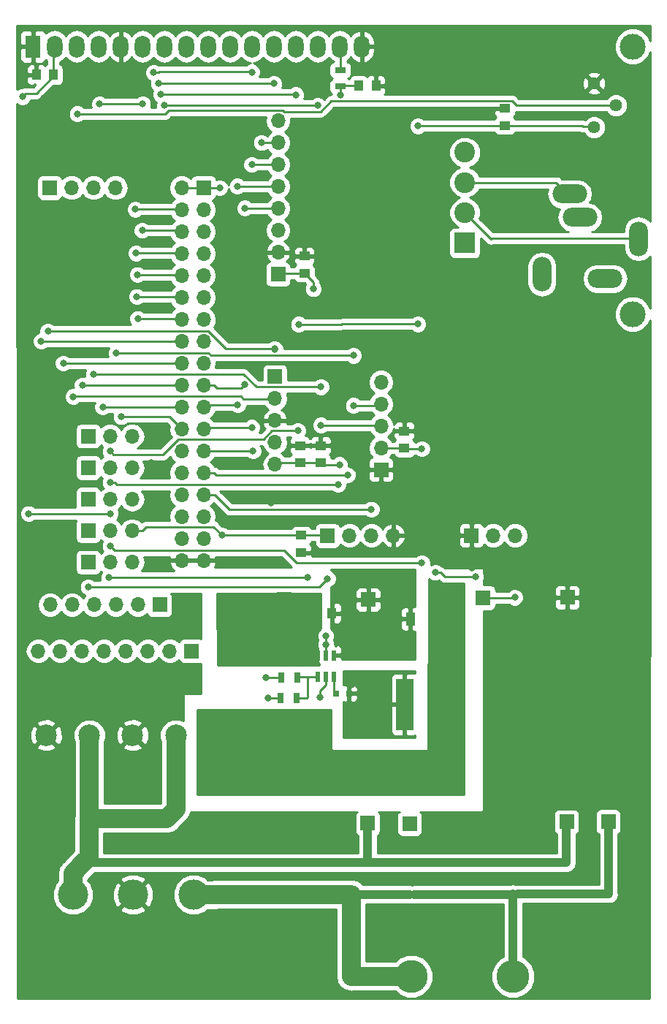
<source format=gbr>
G04 #@! TF.GenerationSoftware,KiCad,Pcbnew,5.0.2-bee76a0~70~ubuntu18.04.1*
G04 #@! TF.CreationDate,2019-05-13T15:11:37-07:00*
G04 #@! TF.ProjectId,Half_Shield,48616c66-5f53-4686-9965-6c642e6b6963,rev?*
G04 #@! TF.SameCoordinates,Original*
G04 #@! TF.FileFunction,Copper,L1,Top*
G04 #@! TF.FilePolarity,Positive*
%FSLAX46Y46*%
G04 Gerber Fmt 4.6, Leading zero omitted, Abs format (unit mm)*
G04 Created by KiCad (PCBNEW 5.0.2-bee76a0~70~ubuntu18.04.1) date Mon 13 May 2019 03:11:37 PM PDT*
%MOMM*%
%LPD*%
G01*
G04 APERTURE LIST*
G04 #@! TA.AperFunction,SMDPad,CuDef*
%ADD10R,0.590000X1.250000*%
G04 #@! TD*
G04 #@! TA.AperFunction,ComponentPad*
%ADD11R,1.700000X1.700000*%
G04 #@! TD*
G04 #@! TA.AperFunction,ComponentPad*
%ADD12R,1.800000X2.600000*%
G04 #@! TD*
G04 #@! TA.AperFunction,ComponentPad*
%ADD13O,1.800000X2.600000*%
G04 #@! TD*
G04 #@! TA.AperFunction,ComponentPad*
%ADD14C,3.000000*%
G04 #@! TD*
G04 #@! TA.AperFunction,ComponentPad*
%ADD15O,1.700000X1.700000*%
G04 #@! TD*
G04 #@! TA.AperFunction,ComponentPad*
%ADD16C,2.400000*%
G04 #@! TD*
G04 #@! TA.AperFunction,ComponentPad*
%ADD17R,2.400000X2.400000*%
G04 #@! TD*
G04 #@! TA.AperFunction,ComponentPad*
%ADD18O,4.000000X2.200000*%
G04 #@! TD*
G04 #@! TA.AperFunction,ComponentPad*
%ADD19O,2.200000X4.000000*%
G04 #@! TD*
G04 #@! TA.AperFunction,ComponentPad*
%ADD20C,3.500000*%
G04 #@! TD*
G04 #@! TA.AperFunction,ComponentPad*
%ADD21C,3.800000*%
G04 #@! TD*
G04 #@! TA.AperFunction,SMDPad,CuDef*
%ADD22R,1.300000X0.700000*%
G04 #@! TD*
G04 #@! TA.AperFunction,SMDPad,CuDef*
%ADD23R,1.250000X1.000000*%
G04 #@! TD*
G04 #@! TA.AperFunction,SMDPad,CuDef*
%ADD24R,1.000000X1.250000*%
G04 #@! TD*
G04 #@! TA.AperFunction,ComponentPad*
%ADD25C,2.500000*%
G04 #@! TD*
G04 #@! TA.AperFunction,ComponentPad*
%ADD26R,2.500000X2.500000*%
G04 #@! TD*
G04 #@! TA.AperFunction,ComponentPad*
%ADD27C,1.440000*%
G04 #@! TD*
G04 #@! TA.AperFunction,SMDPad,CuDef*
%ADD28R,0.800000X0.750000*%
G04 #@! TD*
G04 #@! TA.AperFunction,SMDPad,CuDef*
%ADD29R,2.006600X5.994400*%
G04 #@! TD*
G04 #@! TA.AperFunction,SMDPad,CuDef*
%ADD30R,1.000000X1.600000*%
G04 #@! TD*
G04 #@! TA.AperFunction,SMDPad,CuDef*
%ADD31R,0.700000X1.300000*%
G04 #@! TD*
G04 #@! TA.AperFunction,ViaPad*
%ADD32C,0.800000*%
G04 #@! TD*
G04 #@! TA.AperFunction,Conductor*
%ADD33C,0.250000*%
G04 #@! TD*
G04 #@! TA.AperFunction,Conductor*
%ADD34C,2.220000*%
G04 #@! TD*
G04 #@! TA.AperFunction,Conductor*
%ADD35C,1.000000*%
G04 #@! TD*
G04 #@! TA.AperFunction,Conductor*
%ADD36C,2.200000*%
G04 #@! TD*
G04 #@! TA.AperFunction,Conductor*
%ADD37C,0.254000*%
G04 #@! TD*
G04 APERTURE END LIST*
D10*
G04 #@! TO.P,U1,3*
G04 #@! TO.N,Net-(A_Buck_9V1-Pad1)*
X142473600Y-106121200D03*
G04 #@! TO.P,U1,2*
G04 #@! TO.N,Net-(Cbst1-Pad1)*
X143423600Y-106121200D03*
G04 #@! TO.P,U1,1*
G04 #@! TO.N,GND*
X144373600Y-106121200D03*
G04 #@! TO.P,U1,4*
G04 #@! TO.N,Net-(Rfbb1-Pad1)*
X142473600Y-108631200D03*
G04 #@! TO.P,U1,5*
G04 #@! TO.N,Net-(A_Buck_9V1-Pad1)*
X143423600Y-108631200D03*
G04 #@! TO.P,U1,6*
G04 #@! TO.N,Net-(Cbst1-Pad2)*
X144373600Y-108631200D03*
G04 #@! TD*
D11*
G04 #@! TO.P,A_Buck_9V1,1*
G04 #@! TO.N,Net-(A_Buck_9V1-Pad1)*
X138582400Y-99618800D03*
G04 #@! TD*
D12*
G04 #@! TO.P,LCD1,1*
G04 #@! TO.N,GND*
X109474000Y-35598100D03*
D13*
G04 #@! TO.P,LCD1,2*
G04 #@! TO.N,Net-(C2-Pad2)*
X112014000Y-35598100D03*
G04 #@! TO.P,LCD1,3*
G04 #@! TO.N,Net-(LCD1-Pad3)*
X114554000Y-35598100D03*
G04 #@! TO.P,LCD1,4*
G04 #@! TO.N,Net-(Arduino_Block1-Pad6)*
X117094000Y-35598100D03*
G04 #@! TO.P,LCD1,5*
G04 #@! TO.N,GND*
X119634000Y-35598100D03*
G04 #@! TO.P,LCD1,6*
G04 #@! TO.N,Net-(Arduino_Block1-Pad4)*
X122174000Y-35598100D03*
G04 #@! TO.P,LCD1,7*
G04 #@! TO.N,N/C*
X124714000Y-35598100D03*
G04 #@! TO.P,LCD1,8*
X127254000Y-35598100D03*
G04 #@! TO.P,LCD1,9*
X129794000Y-35598100D03*
G04 #@! TO.P,LCD1,10*
X132334000Y-35598100D03*
G04 #@! TO.P,LCD1,11*
G04 #@! TO.N,Net-(Arduino_Block1-Pad8)*
X134874000Y-35598100D03*
G04 #@! TO.P,LCD1,12*
G04 #@! TO.N,Net-(Arduino_Block1-Pad10)*
X137414000Y-35598100D03*
G04 #@! TO.P,LCD1,13*
G04 #@! TO.N,Net-(Arduino_Block1-Pad12)*
X139954000Y-35598100D03*
G04 #@! TO.P,LCD1,14*
G04 #@! TO.N,Net-(Arduino_Block1-Pad14)*
X142494000Y-35598100D03*
G04 #@! TO.P,LCD1,15*
G04 #@! TO.N,Net-(LCD1-Pad15)*
X145034000Y-35598100D03*
G04 #@! TO.P,LCD1,16*
G04 #@! TO.N,GND*
X147574000Y-35598100D03*
D14*
G04 #@! TO.P,LCD1,*
G04 #@! TO.N,*
X178973480Y-66598800D03*
X178974000Y-35598100D03*
G04 #@! TD*
D15*
G04 #@! TO.P,Arduino_Block1,36*
G04 #@! TO.N,GND*
X126695200Y-95135700D03*
G04 #@! TO.P,Arduino_Block1,35*
X129235200Y-95135700D03*
G04 #@! TO.P,Arduino_Block1,34*
G04 #@! TO.N,N/C*
X126695200Y-92595700D03*
G04 #@! TO.P,Arduino_Block1,33*
X129235200Y-92595700D03*
G04 #@! TO.P,Arduino_Block1,32*
X126695200Y-90055700D03*
G04 #@! TO.P,Arduino_Block1,31*
X129235200Y-90055700D03*
G04 #@! TO.P,Arduino_Block1,30*
G04 #@! TO.N,Net-(Arduino_Block1-Pad30)*
X126695200Y-87515700D03*
G04 #@! TO.P,Arduino_Block1,29*
G04 #@! TO.N,Relay_IN1*
X129235200Y-87515700D03*
G04 #@! TO.P,Arduino_Block1,28*
G04 #@! TO.N,Net-(Arduino_Block1-Pad28)*
X126695200Y-84975700D03*
G04 #@! TO.P,Arduino_Block1,27*
G04 #@! TO.N,Relay_IN2*
X129235200Y-84975700D03*
G04 #@! TO.P,Arduino_Block1,26*
G04 #@! TO.N,Net-(Arduino_Block1-Pad26)*
X126695200Y-82435700D03*
G04 #@! TO.P,Arduino_Block1,25*
G04 #@! TO.N,CS*
X129235200Y-82435700D03*
G04 #@! TO.P,Arduino_Block1,24*
G04 #@! TO.N,Net-(Arduino_Block1-Pad24)*
X126695200Y-79895700D03*
G04 #@! TO.P,Arduino_Block1,23*
G04 #@! TO.N,SDI*
X129235200Y-79895700D03*
G04 #@! TO.P,Arduino_Block1,22*
G04 #@! TO.N,Net-(Arduino_Block1-Pad22)*
X126695200Y-77355700D03*
G04 #@! TO.P,Arduino_Block1,21*
G04 #@! TO.N,SDO*
X129235200Y-77355700D03*
G04 #@! TO.P,Arduino_Block1,20*
G04 #@! TO.N,Net-(Arduino_Block1-Pad20)*
X126695200Y-74815700D03*
G04 #@! TO.P,Arduino_Block1,19*
G04 #@! TO.N,CLK*
X129235200Y-74815700D03*
G04 #@! TO.P,Arduino_Block1,18*
G04 #@! TO.N,Net-(Arduino_Block1-Pad18)*
X126695200Y-72275700D03*
G04 #@! TO.P,Arduino_Block1,17*
G04 #@! TO.N,N/C*
X129235200Y-72275700D03*
G04 #@! TO.P,Arduino_Block1,16*
G04 #@! TO.N,Net-(Arduino_Block1-Pad16)*
X126695200Y-69735700D03*
G04 #@! TO.P,Arduino_Block1,15*
G04 #@! TO.N,N/C*
X129235200Y-69735700D03*
G04 #@! TO.P,Arduino_Block1,14*
G04 #@! TO.N,Net-(Arduino_Block1-Pad14)*
X126695200Y-67195700D03*
G04 #@! TO.P,Arduino_Block1,13*
G04 #@! TO.N,N/C*
X129235200Y-67195700D03*
G04 #@! TO.P,Arduino_Block1,12*
G04 #@! TO.N,Net-(Arduino_Block1-Pad12)*
X126695200Y-64655700D03*
G04 #@! TO.P,Arduino_Block1,11*
G04 #@! TO.N,N/C*
X129235200Y-64655700D03*
G04 #@! TO.P,Arduino_Block1,10*
G04 #@! TO.N,Net-(Arduino_Block1-Pad10)*
X126695200Y-62115700D03*
G04 #@! TO.P,Arduino_Block1,9*
G04 #@! TO.N,N/C*
X129235200Y-62115700D03*
G04 #@! TO.P,Arduino_Block1,8*
G04 #@! TO.N,Net-(Arduino_Block1-Pad8)*
X126695200Y-59575700D03*
G04 #@! TO.P,Arduino_Block1,7*
G04 #@! TO.N,N/C*
X129235200Y-59575700D03*
G04 #@! TO.P,Arduino_Block1,6*
G04 #@! TO.N,Net-(Arduino_Block1-Pad6)*
X126695200Y-57035700D03*
G04 #@! TO.P,Arduino_Block1,5*
G04 #@! TO.N,N/C*
X129235200Y-57035700D03*
G04 #@! TO.P,Arduino_Block1,4*
G04 #@! TO.N,Net-(Arduino_Block1-Pad4)*
X126695200Y-54495700D03*
G04 #@! TO.P,Arduino_Block1,3*
G04 #@! TO.N,N/C*
X129235200Y-54495700D03*
G04 #@! TO.P,Arduino_Block1,2*
G04 #@! TO.N,+5V*
X126695200Y-51955700D03*
D11*
G04 #@! TO.P,Arduino_Block1,1*
X129235200Y-51955700D03*
G04 #@! TD*
D15*
G04 #@! TO.P,Arduino_Block2,4*
G04 #@! TO.N,Net-(Arduino_Block2-Pad4)*
X119024400Y-51955700D03*
G04 #@! TO.P,Arduino_Block2,3*
G04 #@! TO.N,Net-(Arduino_Block2-Pad3)*
X116484400Y-51955700D03*
G04 #@! TO.P,Arduino_Block2,2*
G04 #@! TO.N,pH_TX*
X113944400Y-51955700D03*
D11*
G04 #@! TO.P,Arduino_Block2,1*
G04 #@! TO.N,pH_RX*
X111404400Y-51955700D03*
G04 #@! TD*
D15*
G04 #@! TO.P,Arduino_Block3,6*
G04 #@! TO.N,N/C*
X111455200Y-100266500D03*
G04 #@! TO.P,Arduino_Block3,5*
X113995200Y-100266500D03*
G04 #@! TO.P,Arduino_Block3,4*
X116535200Y-100266500D03*
G04 #@! TO.P,Arduino_Block3,3*
X119075200Y-100266500D03*
G04 #@! TO.P,Arduino_Block3,2*
X121615200Y-100266500D03*
D11*
G04 #@! TO.P,Arduino_Block3,1*
X124155200Y-100266500D03*
G04 #@! TD*
D15*
G04 #@! TO.P,Keypad1,8*
G04 #@! TO.N,Net-(Arduino_Block1-Pad16)*
X110083600Y-105613200D03*
G04 #@! TO.P,Keypad1,7*
G04 #@! TO.N,Net-(Arduino_Block1-Pad18)*
X112623600Y-105613200D03*
G04 #@! TO.P,Keypad1,6*
G04 #@! TO.N,Net-(Arduino_Block1-Pad20)*
X115163600Y-105613200D03*
G04 #@! TO.P,Keypad1,5*
G04 #@! TO.N,Net-(Arduino_Block1-Pad22)*
X117703600Y-105613200D03*
G04 #@! TO.P,Keypad1,4*
G04 #@! TO.N,Net-(Arduino_Block1-Pad24)*
X120243600Y-105613200D03*
G04 #@! TO.P,Keypad1,3*
G04 #@! TO.N,Net-(Arduino_Block1-Pad26)*
X122783600Y-105613200D03*
G04 #@! TO.P,Keypad1,2*
G04 #@! TO.N,Net-(Arduino_Block1-Pad28)*
X125323600Y-105613200D03*
D11*
G04 #@! TO.P,Keypad1,1*
G04 #@! TO.N,Net-(Arduino_Block1-Pad30)*
X127863600Y-105613200D03*
G04 #@! TD*
D15*
G04 #@! TO.P,pH_carrier1,5*
G04 #@! TO.N,+5V*
X137515600Y-84010500D03*
G04 #@! TO.P,pH_carrier1,4*
G04 #@! TO.N,N/C*
X137515600Y-81470500D03*
G04 #@! TO.P,pH_carrier1,3*
G04 #@! TO.N,GND*
X137515600Y-78930500D03*
G04 #@! TO.P,pH_carrier1,2*
G04 #@! TO.N,pH_TX*
X137515600Y-76390500D03*
D11*
G04 #@! TO.P,pH_carrier1,1*
G04 #@! TO.N,pH_RX*
X137515600Y-73850500D03*
G04 #@! TD*
D16*
G04 #@! TO.P,PT100_Input1,3*
G04 #@! TO.N,Net-(PT100_Input1-Pad3)*
X159509426Y-51350304D03*
G04 #@! TO.P,PT100_Input1,4*
G04 #@! TO.N,Net-(PT100_Input1-Pad4)*
X159509426Y-47850304D03*
G04 #@! TO.P,PT100_Input1,2*
G04 #@! TO.N,Net-(PT100_Input1-Pad2)*
X159509426Y-54850304D03*
D17*
G04 #@! TO.P,PT100_Input1,1*
G04 #@! TO.N,N/C*
X159509426Y-58350304D03*
G04 #@! TD*
D18*
G04 #@! TO.P,PT100_Jack1,1*
G04 #@! TO.N,Net-(PT100_Input1-Pad4)*
X175768000Y-62484000D03*
D19*
G04 #@! TO.P,PT100_Jack1,4*
G04 #@! TO.N,N/C*
X168468000Y-61984000D03*
D18*
G04 #@! TO.P,PT100_Jack1,5*
X172868000Y-55384000D03*
G04 #@! TO.P,PT100_Jack1,2*
G04 #@! TO.N,Net-(PT100_Input1-Pad3)*
X171668000Y-52684000D03*
D19*
G04 #@! TO.P,PT100_Jack1,3*
G04 #@! TO.N,Net-(PT100_Input1-Pad2)*
X179668000Y-57884000D03*
G04 #@! TD*
D15*
G04 #@! TO.P,Relay_control1,4*
G04 #@! TO.N,GND*
X151231600Y-92252800D03*
G04 #@! TO.P,Relay_control1,3*
G04 #@! TO.N,Relay_IN1*
X148691600Y-92252800D03*
G04 #@! TO.P,Relay_control1,2*
G04 #@! TO.N,Relay_IN2*
X146151600Y-92252800D03*
D11*
G04 #@! TO.P,Relay_control1,1*
G04 #@! TO.N,+5V*
X143611600Y-92252800D03*
G04 #@! TD*
G04 #@! TO.P,Relay_pwr1,1*
G04 #@! TO.N,GND*
X160274000Y-92252800D03*
D15*
G04 #@! TO.P,Relay_pwr1,2*
G04 #@! TO.N,N/C*
X162814000Y-92252800D03*
G04 #@! TO.P,Relay_pwr1,3*
G04 #@! TO.N,Buck_5V*
X165354000Y-92252800D03*
G04 #@! TD*
D11*
G04 #@! TO.P,A_Buck1,1*
G04 #@! TO.N,Net-(AC-L1-Pad1)*
X153110949Y-125618646D03*
G04 #@! TD*
G04 #@! TO.P,A_Buck2,1*
G04 #@! TO.N,Net-(AC-N1-Pad1)*
X148259549Y-125580546D03*
G04 #@! TD*
G04 #@! TO.P,A_Buck_GND1,1*
G04 #@! TO.N,GND*
X148323049Y-99659846D03*
G04 #@! TD*
G04 #@! TO.P,R_Buck2,1*
G04 #@! TO.N,Net-(AC-L1-Pad1)*
X176137176Y-125383292D03*
G04 #@! TD*
G04 #@! TO.P,R_Buck_1,1*
G04 #@! TO.N,Net-(AC-N1-Pad1)*
X171311176Y-125395992D03*
G04 #@! TD*
G04 #@! TO.P,R_Buck_5V1,1*
G04 #@! TO.N,Buck_5V*
X161621076Y-99449892D03*
G04 #@! TD*
G04 #@! TO.P,R_Buck_GND1,1*
G04 #@! TO.N,GND*
X171400076Y-99399092D03*
G04 #@! TD*
D20*
G04 #@! TO.P,AC-E1,1*
G04 #@! TO.N,GND*
X121056400Y-133858000D03*
G04 #@! TD*
G04 #@! TO.P,AC-L1,1*
G04 #@! TO.N,Net-(AC-L1-Pad1)*
X128066800Y-133858000D03*
G04 #@! TD*
G04 #@! TO.P,AC-N1,1*
G04 #@! TO.N,Net-(AC-N1-Pad1)*
X114096800Y-133858000D03*
G04 #@! TD*
D15*
G04 #@! TO.P,PT100_amp1,8*
G04 #@! TO.N,N/C*
X137871200Y-44196000D03*
G04 #@! TO.P,PT100_amp1,7*
G04 #@! TO.N,CS*
X137871200Y-46736000D03*
G04 #@! TO.P,PT100_amp1,6*
G04 #@! TO.N,SDI*
X137871200Y-49276000D03*
G04 #@! TO.P,PT100_amp1,5*
G04 #@! TO.N,SDO*
X137871200Y-51816000D03*
G04 #@! TO.P,PT100_amp1,4*
G04 #@! TO.N,CLK*
X137871200Y-54356000D03*
G04 #@! TO.P,PT100_amp1,3*
G04 #@! TO.N,N/C*
X137871200Y-56896000D03*
G04 #@! TO.P,PT100_amp1,2*
G04 #@! TO.N,GND*
X137871200Y-59436000D03*
D11*
G04 #@! TO.P,PT100_amp1,1*
G04 #@! TO.N,Net-(C5-Pad2)*
X137871200Y-61976000D03*
G04 #@! TD*
D21*
G04 #@! TO.P,Screw1,1*
G04 #@! TO.N,Net-(AC-L1-Pad1)*
X153314400Y-143306800D03*
G04 #@! TD*
G04 #@! TO.P,Screw2,1*
G04 #@! TO.N,Net-(AC-L1-Pad1)*
X165100000Y-143306800D03*
G04 #@! TD*
D22*
G04 #@! TO.P,R1,2*
G04 #@! TO.N,Net-(LCD1-Pad15)*
X145084800Y-38333600D03*
G04 #@! TO.P,R1,1*
G04 #@! TO.N,Net-(C4-Pad1)*
X145084800Y-40233600D03*
G04 #@! TD*
D23*
G04 #@! TO.P,C1,1*
G04 #@! TO.N,GND*
X140563600Y-94218000D03*
G04 #@! TO.P,C1,2*
G04 #@! TO.N,+5V*
X140563600Y-92218000D03*
G04 #@! TD*
D24*
G04 #@! TO.P,C2,2*
G04 #@! TO.N,Net-(C2-Pad2)*
X111861600Y-38862000D03*
G04 #@! TO.P,C2,1*
G04 #@! TO.N,GND*
X109861600Y-38862000D03*
G04 #@! TD*
D23*
G04 #@! TO.P,C3,2*
G04 #@! TO.N,Net-(C3-Pad2)*
X164134800Y-44754800D03*
G04 #@! TO.P,C3,1*
G04 #@! TO.N,GND*
X164134800Y-42754800D03*
G04 #@! TD*
D24*
G04 #@! TO.P,C4,1*
G04 #@! TO.N,Net-(C4-Pad1)*
X147218400Y-40132000D03*
G04 #@! TO.P,C4,2*
G04 #@! TO.N,GND*
X149218400Y-40132000D03*
G04 #@! TD*
D23*
G04 #@! TO.P,C5,1*
G04 #@! TO.N,GND*
X140919200Y-59858400D03*
G04 #@! TO.P,C5,2*
G04 #@! TO.N,Net-(C5-Pad2)*
X140919200Y-61858400D03*
G04 #@! TD*
G04 #@! TO.P,C6,2*
G04 #@! TO.N,GND*
X142809661Y-81831708D03*
G04 #@! TO.P,C6,1*
G04 #@! TO.N,+5V*
X142809661Y-83831708D03*
G04 #@! TD*
G04 #@! TO.P,C7,2*
G04 #@! TO.N,GND*
X140422061Y-81827708D03*
G04 #@! TO.P,C7,1*
G04 #@! TO.N,+5V*
X140422061Y-83827708D03*
G04 #@! TD*
D25*
G04 #@! TO.P,Power_Screws1,5*
G04 #@! TO.N,GND*
X111013200Y-115366800D03*
G04 #@! TO.P,Power_Screws1,4*
G04 #@! TO.N,Net-(AC-N1-Pad1)*
X116013200Y-115366800D03*
G04 #@! TO.P,Power_Screws1,3*
G04 #@! TO.N,GND*
X121013200Y-115366800D03*
G04 #@! TO.P,Power_Screws1,2*
G04 #@! TO.N,Net-(AC-N1-Pad1)*
X126013200Y-115366800D03*
D26*
G04 #@! TO.P,Power_Screws1,1*
G04 #@! TO.N,Net-(Cout1-Pad1)*
X131013200Y-115366800D03*
G04 #@! TD*
D23*
G04 #@! TO.P,C8,2*
G04 #@! TO.N,Net-(C8-Pad2)*
X152501600Y-82127600D03*
G04 #@! TO.P,C8,1*
G04 #@! TO.N,GND*
X152501600Y-80127600D03*
G04 #@! TD*
D15*
G04 #@! TO.P,PCF8523_RTC1,5*
G04 #@! TO.N,N/C*
X149809200Y-74472800D03*
G04 #@! TO.P,PCF8523_RTC1,4*
G04 #@! TO.N,Net-(Arduino_Block2-Pad4)*
X149809200Y-77012800D03*
G04 #@! TO.P,PCF8523_RTC1,3*
G04 #@! TO.N,Net-(Arduino_Block2-Pad3)*
X149809200Y-79552800D03*
G04 #@! TO.P,PCF8523_RTC1,2*
G04 #@! TO.N,Net-(C8-Pad2)*
X149809200Y-82092800D03*
D11*
G04 #@! TO.P,PCF8523_RTC1,1*
G04 #@! TO.N,GND*
X149809200Y-84632800D03*
G04 #@! TD*
D27*
G04 #@! TO.P,RV1,1*
G04 #@! TO.N,GND*
X174498000Y-39878000D03*
G04 #@! TO.P,RV1,2*
G04 #@! TO.N,Net-(LCD1-Pad3)*
X177038000Y-42418000D03*
G04 #@! TO.P,RV1,3*
G04 #@! TO.N,Net-(C3-Pad2)*
X174498000Y-44958000D03*
G04 #@! TD*
D28*
G04 #@! TO.P,Cbst1,1*
G04 #@! TO.N,Net-(Cbst1-Pad1)*
X146100800Y-110540800D03*
G04 #@! TO.P,Cbst1,2*
G04 #@! TO.N,Net-(Cbst1-Pad2)*
X144600800Y-110540800D03*
G04 #@! TD*
D29*
G04 #@! TO.P,L1,1*
G04 #@! TO.N,Net-(Cout1-Pad1)*
X156870400Y-111810800D03*
G04 #@! TO.P,L1,2*
G04 #@! TO.N,Net-(Cbst1-Pad1)*
X152552400Y-111810800D03*
G04 #@! TD*
D24*
G04 #@! TO.P,Cin1,2*
G04 #@! TO.N,GND*
X144119600Y-101244400D03*
G04 #@! TO.P,Cin1,1*
G04 #@! TO.N,Net-(A_Buck_9V1-Pad1)*
X142119600Y-101244400D03*
G04 #@! TD*
D30*
G04 #@! TO.P,Cout1,2*
G04 #@! TO.N,GND*
X153210000Y-101904800D03*
G04 #@! TO.P,Cout1,1*
G04 #@! TO.N,Net-(Cout1-Pad1)*
X156210000Y-101904800D03*
G04 #@! TD*
D31*
G04 #@! TO.P,Rfbb1,2*
G04 #@! TO.N,GND*
X138140400Y-111048800D03*
G04 #@! TO.P,Rfbb1,1*
G04 #@! TO.N,Net-(Rfbb1-Pad1)*
X140040400Y-111048800D03*
G04 #@! TD*
G04 #@! TO.P,Rfbt1,1*
G04 #@! TO.N,Net-(Cout1-Pad1)*
X138226800Y-108712000D03*
G04 #@! TO.P,Rfbt1,2*
G04 #@! TO.N,Net-(Rfbb1-Pad1)*
X140126800Y-108712000D03*
G04 #@! TD*
D11*
G04 #@! TO.P,J1,1*
G04 #@! TO.N,Buck_5V*
X115866158Y-80732960D03*
D15*
G04 #@! TO.P,J1,2*
G04 #@! TO.N,Net-(C3-Pad2)*
X118406158Y-80732960D03*
G04 #@! TO.P,J1,3*
G04 #@! TO.N,+5V*
X120946158Y-80732960D03*
G04 #@! TD*
G04 #@! TO.P,J2,3*
G04 #@! TO.N,+5V*
X120946158Y-84382960D03*
G04 #@! TO.P,J2,2*
G04 #@! TO.N,Net-(C4-Pad1)*
X118406158Y-84382960D03*
D11*
G04 #@! TO.P,J2,1*
G04 #@! TO.N,Buck_5V*
X115866158Y-84382960D03*
G04 #@! TD*
G04 #@! TO.P,J3,1*
G04 #@! TO.N,Buck_5V*
X115866158Y-88032960D03*
D15*
G04 #@! TO.P,J3,2*
G04 #@! TO.N,Net-(C2-Pad2)*
X118406158Y-88032960D03*
G04 #@! TO.P,J3,3*
G04 #@! TO.N,+5V*
X120946158Y-88032960D03*
G04 #@! TD*
G04 #@! TO.P,J4,3*
G04 #@! TO.N,+5V*
X120946158Y-91682960D03*
G04 #@! TO.P,J4,2*
G04 #@! TO.N,Net-(C8-Pad2)*
X118406158Y-91682960D03*
D11*
G04 #@! TO.P,J4,1*
G04 #@! TO.N,Buck_5V*
X115866158Y-91682960D03*
G04 #@! TD*
D15*
G04 #@! TO.P,J5,3*
G04 #@! TO.N,+5V*
X120946158Y-95332960D03*
G04 #@! TO.P,J5,2*
G04 #@! TO.N,Net-(C5-Pad2)*
X118406158Y-95332960D03*
D11*
G04 #@! TO.P,J5,1*
G04 #@! TO.N,Buck_5V*
X115866158Y-95332960D03*
G04 #@! TD*
D32*
G04 #@! TO.N,GND*
X136702800Y-111099600D03*
X124206000Y-102920800D03*
X121615200Y-102920800D03*
X119024400Y-102920800D03*
X116687600Y-102920800D03*
X114096800Y-102920800D03*
X111353600Y-102920800D03*
X141224000Y-73152000D03*
X163423600Y-55270400D03*
X167335200Y-52628800D03*
X144170400Y-126746000D03*
X139090400Y-126746000D03*
X134010400Y-126746000D03*
X128930400Y-126746000D03*
X137058400Y-88493600D03*
X160375600Y-95961200D03*
X171399200Y-96012000D03*
X111506000Y-86614000D03*
X111506000Y-82092800D03*
X111506000Y-77622400D03*
X112776000Y-65430400D03*
X112776000Y-61925200D03*
X112776000Y-57658000D03*
X115316000Y-57658000D03*
X115316000Y-61976000D03*
X115316000Y-65430400D03*
X113538000Y-86664800D03*
X113538000Y-78282800D03*
X113538000Y-82194400D03*
X124206000Y-95351600D03*
X124206000Y-89306400D03*
X124104400Y-87426800D03*
X123139200Y-83820000D03*
X133350000Y-83972400D03*
X141224000Y-39217600D03*
X138633200Y-38506400D03*
G04 #@! TO.N,Relay_IN1*
X148691600Y-89204800D03*
G04 #@! TO.N,Relay_IN2*
X145948400Y-85242400D03*
G04 #@! TO.N,CS*
X134975600Y-82448400D03*
X135940800Y-46736000D03*
G04 #@! TO.N,Net-(Arduino_Block1-Pad24)*
X119684800Y-78486000D03*
G04 #@! TO.N,SDI*
X134823200Y-79705200D03*
X134823200Y-49276000D03*
G04 #@! TO.N,Net-(Arduino_Block1-Pad22)*
X117551200Y-77355700D03*
G04 #@! TO.N,SDO*
X133197600Y-77114400D03*
X133146800Y-51765200D03*
G04 #@! TO.N,Net-(Arduino_Block1-Pad20)*
X115176300Y-74815700D03*
G04 #@! TO.N,CLK*
X134010400Y-74777600D03*
X134010400Y-54305200D03*
G04 #@! TO.N,Net-(Arduino_Block1-Pad18)*
X112979200Y-72275700D03*
G04 #@! TO.N,Net-(Arduino_Block1-Pad16)*
X110426500Y-69735700D03*
G04 #@! TO.N,Net-(Arduino_Block1-Pad14)*
X121615200Y-67106800D03*
X142468600Y-42418000D03*
X124714000Y-42418000D03*
G04 #@! TO.N,Net-(Arduino_Block1-Pad12)*
X121513600Y-64566800D03*
X139928600Y-41173400D03*
X124307600Y-41148000D03*
G04 #@! TO.N,Net-(Arduino_Block1-Pad10)*
X121564400Y-62026800D03*
X137388600Y-39878000D03*
X124002800Y-39878000D03*
G04 #@! TO.N,Net-(Arduino_Block1-Pad8)*
X121412000Y-59537600D03*
X134823200Y-38557200D03*
X123444000Y-38608000D03*
G04 #@! TO.N,Net-(Arduino_Block1-Pad6)*
X122123200Y-56896000D03*
X117170200Y-42240200D03*
X122174000Y-42265600D03*
G04 #@! TO.N,Net-(Arduino_Block1-Pad4)*
X121310400Y-54457600D03*
G04 #@! TO.N,+5V*
X131368800Y-92202000D03*
X144983200Y-84023200D03*
X131114800Y-51955700D03*
G04 #@! TO.N,pH_TX*
X114147600Y-76149200D03*
G04 #@! TO.N,pH_RX*
X137464800Y-70612000D03*
X137515600Y-70662800D03*
X111201200Y-68560699D03*
G04 #@! TO.N,Net-(AC-L1-Pad1)*
X153111200Y-133807200D03*
G04 #@! TO.N,Net-(LCD1-Pad3)*
X114604800Y-43383200D03*
G04 #@! TO.N,Net-(A_Buck_9V1-Pad1)*
X142697200Y-110947200D03*
X140258800Y-106070400D03*
G04 #@! TO.N,Net-(Arduino_Block2-Pad4)*
X119126000Y-71069200D03*
X146608800Y-71387801D03*
X146608800Y-77165200D03*
G04 #@! TO.N,Net-(Arduino_Block2-Pad3)*
X116484400Y-73558400D03*
X142849600Y-75025501D03*
X142849600Y-79451200D03*
G04 #@! TO.N,Net-(Cbst1-Pad1)*
X143408400Y-104851200D03*
X143408400Y-103835200D03*
X146405600Y-108407200D03*
X147574000Y-108407200D03*
X148793200Y-108407200D03*
X148793200Y-109524800D03*
X147574000Y-109524800D03*
X146405600Y-109524800D03*
G04 #@! TO.N,Net-(Cout1-Pad1)*
X136448800Y-108712000D03*
X156260800Y-98196400D03*
G04 #@! TO.N,Net-(C2-Pad2)*
X118414800Y-89712800D03*
X108966000Y-89712800D03*
X108248999Y-41407801D03*
G04 #@! TO.N,Net-(C3-Pad2)*
X154076400Y-44805600D03*
X154076400Y-67741800D03*
X118414800Y-82448400D03*
X140157200Y-80105501D03*
X140258800Y-67767200D03*
G04 #@! TO.N,Net-(C4-Pad1)*
X145084800Y-41198800D03*
X118414800Y-86055200D03*
X144830800Y-86309200D03*
G04 #@! TO.N,Net-(C5-Pad2)*
X118262400Y-97078800D03*
X141274800Y-97078800D03*
X141949001Y-63666201D03*
G04 #@! TO.N,Net-(C8-Pad2)*
X118414800Y-93421200D03*
X154533600Y-95402400D03*
X154533600Y-82194400D03*
G04 #@! TO.N,Buck_5V*
X165303200Y-99415600D03*
X115874800Y-98196400D03*
X143611600Y-97231200D03*
X156108400Y-96520000D03*
X160731200Y-97028000D03*
G04 #@! TD*
D33*
G04 #@! TO.N,GND*
X137502900Y-78943200D02*
X137515600Y-78930500D01*
X137477500Y-78892400D02*
X137515600Y-78930500D01*
X138379200Y-58928000D02*
X137871200Y-59436000D01*
X137820400Y-59385200D02*
X137871200Y-59436000D01*
X138293600Y-59858400D02*
X137871200Y-59436000D01*
X137398000Y-59909200D02*
X137871200Y-59436000D01*
X148383603Y-99720400D02*
X148323049Y-99659846D01*
X136753600Y-111048800D02*
X136702800Y-111099600D01*
X138140400Y-111048800D02*
X136753600Y-111048800D01*
X171399200Y-96012000D02*
X160426400Y-96012000D01*
X160426400Y-96012000D02*
X160375600Y-95961200D01*
G04 #@! TO.N,Relay_IN1*
X132250188Y-89255600D02*
X148691600Y-89255600D01*
X129235200Y-87515700D02*
X130510288Y-87515700D01*
X130510288Y-87515700D02*
X132250188Y-89255600D01*
G04 #@! TO.N,Relay_IN2*
X130437281Y-84975700D02*
X130703981Y-85242400D01*
X129235200Y-84975700D02*
X130437281Y-84975700D01*
X130703981Y-85242400D02*
X145948400Y-85242400D01*
X145948400Y-85242400D02*
X145948400Y-85242400D01*
G04 #@! TO.N,CS*
X134975600Y-82448400D02*
X129247900Y-82448400D01*
X129247900Y-82448400D02*
X129235200Y-82435700D01*
X136596849Y-46736000D02*
X135940800Y-46736000D01*
X137817826Y-46717104D02*
X136615745Y-46717104D01*
X136615745Y-46717104D02*
X136596849Y-46736000D01*
G04 #@! TO.N,Net-(Arduino_Block1-Pad24)*
X126695200Y-79895700D02*
X125285500Y-78486000D01*
X125285500Y-78486000D02*
X119684800Y-78486000D01*
X119684800Y-78486000D02*
X119634000Y-78486000D01*
G04 #@! TO.N,SDI*
X134823200Y-79705200D02*
X129425700Y-79705200D01*
X129425700Y-79705200D02*
X129235200Y-79895700D01*
X136596849Y-49276000D02*
X134823200Y-49276000D01*
X137817826Y-49257104D02*
X136615745Y-49257104D01*
X136615745Y-49257104D02*
X136596849Y-49276000D01*
G04 #@! TO.N,Net-(Arduino_Block1-Pad22)*
X126695200Y-77355700D02*
X117551200Y-77355700D01*
X117551200Y-77355700D02*
X117360700Y-77355700D01*
G04 #@! TO.N,SDO*
X133197600Y-77114400D02*
X129476500Y-77114400D01*
X129476500Y-77114400D02*
X129235200Y-77355700D01*
X134181696Y-51797104D02*
X134149792Y-51765200D01*
X134149792Y-51765200D02*
X133146800Y-51765200D01*
X136615745Y-51797104D02*
X134181696Y-51797104D01*
X137817826Y-51797104D02*
X136615745Y-51797104D01*
X136615745Y-51797104D02*
X136596849Y-51816000D01*
G04 #@! TO.N,Net-(Arduino_Block1-Pad20)*
X126695200Y-74815700D02*
X115176300Y-74815700D01*
X115176300Y-74815700D02*
X115176300Y-74815700D01*
G04 #@! TO.N,CLK*
X134010400Y-74777600D02*
X133602899Y-75185101D01*
X133602899Y-75185101D02*
X130806682Y-75185101D01*
X130806682Y-75185101D02*
X130437281Y-74815700D01*
X130437281Y-74815700D02*
X129235200Y-74815700D01*
X137871200Y-54356000D02*
X133959600Y-54356000D01*
G04 #@! TO.N,Net-(Arduino_Block1-Pad18)*
X126695200Y-72275700D02*
X112979200Y-72275700D01*
X112979200Y-72275700D02*
X112915700Y-72275700D01*
G04 #@! TO.N,Net-(Arduino_Block1-Pad16)*
X126695200Y-69735700D02*
X110426500Y-69735700D01*
X110426500Y-69735700D02*
X110426500Y-69735700D01*
G04 #@! TO.N,Net-(Arduino_Block1-Pad14)*
X121615200Y-67106800D02*
X126606300Y-67106800D01*
X126606300Y-67106800D02*
X126695200Y-67195700D01*
X125279685Y-42418000D02*
X142468600Y-42418000D01*
X124714000Y-42418000D02*
X125279685Y-42418000D01*
G04 #@! TO.N,Net-(Arduino_Block1-Pad12)*
X121513600Y-64566800D02*
X126606300Y-64566800D01*
X126606300Y-64566800D02*
X126695200Y-64655700D01*
X124898685Y-41122600D02*
X139954000Y-41122600D01*
X124307600Y-41148000D02*
X124873285Y-41148000D01*
X124873285Y-41148000D02*
X124898685Y-41122600D01*
G04 #@! TO.N,Net-(Arduino_Block1-Pad10)*
X121564400Y-62026800D02*
X126606300Y-62026800D01*
X126606300Y-62026800D02*
X126695200Y-62115700D01*
X124568485Y-39878000D02*
X137414000Y-39878000D01*
X124002800Y-39878000D02*
X124568485Y-39878000D01*
G04 #@! TO.N,Net-(Arduino_Block1-Pad8)*
X121412000Y-59537600D02*
X126657100Y-59537600D01*
X126657100Y-59537600D02*
X126695200Y-59575700D01*
X124111285Y-38506400D02*
X134848600Y-38506400D01*
X123444000Y-38608000D02*
X124009685Y-38608000D01*
X124009685Y-38608000D02*
X124111285Y-38506400D01*
G04 #@! TO.N,Net-(Arduino_Block1-Pad6)*
X122123200Y-56896000D02*
X126555500Y-56896000D01*
X126555500Y-56896000D02*
X126695200Y-57035700D01*
X121582915Y-42240200D02*
X117170200Y-42240200D01*
X122174000Y-42265600D02*
X121608315Y-42265600D01*
X121608315Y-42265600D02*
X121582915Y-42240200D01*
G04 #@! TO.N,Net-(Arduino_Block1-Pad4)*
X121310400Y-54457600D02*
X126657100Y-54457600D01*
X126657100Y-54457600D02*
X126695200Y-54495700D01*
G04 #@! TO.N,+5V*
X126695200Y-51955700D02*
X129235200Y-51955700D01*
X142859856Y-83781513D02*
X142809661Y-83831708D01*
X143408400Y-92049600D02*
X143611600Y-92252800D01*
X140547600Y-92202000D02*
X140563600Y-92218000D01*
X131368800Y-92202000D02*
X140547600Y-92202000D01*
X143576800Y-92218000D02*
X143611600Y-92252800D01*
X140563600Y-92218000D02*
X143576800Y-92218000D01*
X143001153Y-84023200D02*
X142809661Y-83831708D01*
X144983200Y-84023200D02*
X143001153Y-84023200D01*
X140426061Y-83831708D02*
X140422061Y-83827708D01*
X142809661Y-83831708D02*
X140426061Y-83831708D01*
X137698392Y-83827708D02*
X137515600Y-84010500D01*
X140422061Y-83827708D02*
X137698392Y-83827708D01*
X122600498Y-91230701D02*
X122148239Y-91682960D01*
X130397501Y-91230701D02*
X122600498Y-91230701D01*
X122148239Y-91682960D02*
X120946158Y-91682960D01*
X131368800Y-92202000D02*
X130397501Y-91230701D01*
X129235200Y-51955700D02*
X131114800Y-51955700D01*
X131114800Y-51955700D02*
X131152900Y-51955700D01*
G04 #@! TO.N,pH_TX*
X133858000Y-76403200D02*
X133553200Y-76098400D01*
X133858000Y-76403200D02*
X137502900Y-76403200D01*
X133553200Y-76098400D02*
X114198400Y-76098400D01*
G04 #@! TO.N,pH_RX*
X129799201Y-68560699D02*
X111201200Y-68560699D01*
X137464800Y-70612000D02*
X131850502Y-70612000D01*
X131850502Y-70612000D02*
X129799201Y-68560699D01*
X111201200Y-68560699D02*
X111169701Y-68560699D01*
G04 #@! TO.N,Net-(PT100_Input1-Pad3)*
X170090848Y-51350304D02*
X171497591Y-52757047D01*
X159509426Y-51350304D02*
X170090848Y-51350304D01*
G04 #@! TO.N,Net-(PT100_Input1-Pad2)*
X159509426Y-54850304D02*
X162543122Y-57884000D01*
X162610486Y-57816636D02*
X179587125Y-57816636D01*
X162543122Y-57884000D02*
X162610486Y-57816636D01*
D34*
G04 #@! TO.N,Net-(AC-L1-Pad1)*
X146354800Y-143306800D02*
X153314400Y-143306800D01*
D35*
X176137176Y-126483292D02*
X176137176Y-125383292D01*
D34*
X128066800Y-133858000D02*
X130541673Y-133858000D01*
D33*
X130541673Y-133858000D02*
X130592473Y-133807200D01*
D35*
X165665685Y-133756400D02*
X176174400Y-133756400D01*
D33*
X165100000Y-133756400D02*
X165665685Y-133756400D01*
D35*
X165100000Y-133756400D02*
X165100000Y-143306800D01*
D34*
X146354800Y-133807200D02*
X146354800Y-143306800D01*
D35*
X153676885Y-133807200D02*
X165100000Y-133807200D01*
D33*
X153111200Y-133807200D02*
X153676885Y-133807200D01*
D35*
X146354800Y-133807200D02*
X153111200Y-133807200D01*
D34*
X130592473Y-133807200D02*
X146354800Y-133807200D01*
D33*
X176174400Y-126520516D02*
X176137176Y-126483292D01*
D35*
X176174400Y-133756400D02*
X176174400Y-126520516D01*
D34*
G04 #@! TO.N,Net-(AC-N1-Pad1)*
X124968000Y-125018800D02*
X115962400Y-125018800D01*
X115962400Y-129517527D02*
X115962400Y-125018800D01*
X115330327Y-130149600D02*
X115962400Y-129517527D01*
D35*
X147668715Y-130149600D02*
X148800085Y-130149600D01*
D33*
X148234400Y-130149600D02*
X148259549Y-130124451D01*
D35*
X148259549Y-130124451D02*
X148259549Y-125580546D01*
D34*
X114096800Y-133858000D02*
X114096800Y-131383127D01*
X114096800Y-131383127D02*
X115330327Y-130149600D01*
D35*
X115330327Y-130149600D02*
X147668715Y-130149600D01*
D33*
X147668715Y-130149600D02*
X148234400Y-130149600D01*
D35*
X171297600Y-130149600D02*
X171297600Y-125409568D01*
X148800085Y-130149600D02*
X171297600Y-130149600D01*
X148234400Y-130149600D02*
X148800085Y-130149600D01*
D36*
X116013200Y-124968000D02*
X116013200Y-115366800D01*
D33*
X115962400Y-125018800D02*
X116013200Y-124968000D01*
D36*
X126013200Y-123973600D02*
X124968000Y-125018800D01*
X126013200Y-115366800D02*
X126013200Y-123973600D01*
D33*
G04 #@! TO.N,Net-(LCD1-Pad3)*
X124821802Y-43383200D02*
X114604800Y-43383200D01*
X142816601Y-43143001D02*
X138557203Y-43143001D01*
X138557203Y-43143001D02*
X138435201Y-43020999D01*
X144029803Y-41929799D02*
X142816601Y-43143001D01*
X165019801Y-41929799D02*
X144029803Y-41929799D01*
X125184003Y-43020999D02*
X124821802Y-43383200D01*
X165468002Y-42378000D02*
X165019801Y-41929799D01*
X138435201Y-43020999D02*
X125184003Y-43020999D01*
X176019767Y-42418000D02*
X175979767Y-42378000D01*
X177038000Y-42418000D02*
X176019767Y-42418000D01*
X175979767Y-42378000D02*
X174294800Y-42378000D01*
X174498000Y-42378000D02*
X174294800Y-42378000D01*
X174294800Y-42378000D02*
X165468002Y-42378000D01*
G04 #@! TO.N,Net-(LCD1-Pad15)*
X145084800Y-35648900D02*
X145034000Y-35598100D01*
X145084800Y-38333600D02*
X145084800Y-35648900D01*
G04 #@! TO.N,Net-(A_Buck_9V1-Pad1)*
X143423600Y-109506200D02*
X142697200Y-110232600D01*
X143423600Y-108631200D02*
X143423600Y-109506200D01*
X142697200Y-110232600D02*
X142697200Y-110947200D01*
X142697200Y-110947200D02*
X142697200Y-110947200D01*
G04 #@! TO.N,Net-(Arduino_Block2-Pad4)*
X130086303Y-71387801D02*
X129767702Y-71069200D01*
X146690520Y-71387801D02*
X146608800Y-71387801D01*
X129767702Y-71069200D02*
X119126000Y-71069200D01*
X119126000Y-71069200D02*
X119126000Y-71069200D01*
X146608800Y-71387801D02*
X130086303Y-71387801D01*
X149656800Y-77165200D02*
X149809200Y-77012800D01*
X146608800Y-77165200D02*
X149656800Y-77165200D01*
G04 #@! TO.N,Net-(Arduino_Block2-Pad3)*
X135331303Y-75025501D02*
X133864202Y-73558400D01*
X133864202Y-73558400D02*
X116484400Y-73558400D01*
X116484400Y-73558400D02*
X116484400Y-73558400D01*
X135331303Y-75025501D02*
X142849600Y-75025501D01*
X142849600Y-75025501D02*
X142945101Y-75025501D01*
X149707600Y-79451200D02*
X149809200Y-79552800D01*
X142849600Y-79451200D02*
X149707600Y-79451200D01*
G04 #@! TO.N,Net-(Cbst1-Pad1)*
X143423600Y-105246200D02*
X143408400Y-104851200D01*
X143423600Y-106121200D02*
X143423600Y-105246200D01*
X143408400Y-105231000D02*
X143408400Y-104851200D01*
X143408400Y-104851200D02*
X143408400Y-105231000D01*
X143408400Y-104285515D02*
X143408400Y-103835200D01*
X143408400Y-103835200D02*
X143408400Y-104285515D01*
X143408400Y-104285515D02*
X143408400Y-104851200D01*
G04 #@! TO.N,Net-(Cbst1-Pad2)*
X144373600Y-110313600D02*
X144600800Y-110540800D01*
X144373600Y-108631200D02*
X144373600Y-110313600D01*
G04 #@! TO.N,Net-(Cout1-Pad1)*
X138226800Y-108712000D02*
X136448800Y-108712000D01*
G04 #@! TO.N,Net-(Rfbb1-Pad1)*
X140207600Y-108631200D02*
X140126800Y-108712000D01*
X141325600Y-108631200D02*
X140207600Y-108631200D01*
X141325600Y-108631200D02*
X141325600Y-110947200D01*
X142473600Y-108631200D02*
X141325600Y-108631200D01*
X141224000Y-111048800D02*
X140040400Y-111048800D01*
X141325600Y-110947200D02*
X141224000Y-111048800D01*
G04 #@! TO.N,Net-(C2-Pad2)*
X112268000Y-35852100D02*
X112014000Y-35598100D01*
X111861600Y-35750500D02*
X112014000Y-35598100D01*
X111861600Y-38862000D02*
X111861600Y-35750500D01*
X118414800Y-89712800D02*
X108966000Y-89712800D01*
X108966000Y-89712800D02*
X108915200Y-89712800D01*
X111861600Y-38987000D02*
X111861600Y-38862000D01*
X109840798Y-41007802D02*
X111861600Y-38987000D01*
X108648998Y-41007802D02*
X109840798Y-41007802D01*
X108248999Y-41407801D02*
X108648998Y-41007802D01*
G04 #@! TO.N,Net-(C3-Pad2)*
X164134800Y-44754800D02*
X154127200Y-44754800D01*
X154127200Y-44754800D02*
X154076400Y-44805600D01*
X174498000Y-44878000D02*
X173225208Y-44878000D01*
X173225208Y-44878000D02*
X173100207Y-44752999D01*
X173100207Y-44752999D02*
X165011601Y-44752999D01*
X165011601Y-44752999D02*
X165009800Y-44754800D01*
X165009800Y-44754800D02*
X164134800Y-44754800D01*
X145224500Y-67767200D02*
X145237200Y-67754500D01*
X145237200Y-67754500D02*
X154038300Y-67754500D01*
X136176397Y-81070701D02*
X137141597Y-80105501D01*
X137141597Y-80105501D02*
X140157200Y-80105501D01*
X126321197Y-81070701D02*
X136176397Y-81070701D01*
X124543499Y-82848399D02*
X126321197Y-81070701D01*
X118414800Y-82448400D02*
X118814799Y-82848399D01*
X118814799Y-82848399D02*
X124543499Y-82848399D01*
X140157200Y-80105501D02*
X140214099Y-80105501D01*
X140258800Y-67767200D02*
X145224500Y-67767200D01*
G04 #@! TO.N,Net-(C4-Pad1)*
X145186400Y-40132000D02*
X145084800Y-40233600D01*
X147218400Y-40132000D02*
X145186400Y-40132000D01*
X145084800Y-40233600D02*
X145084800Y-41198800D01*
X145084800Y-40833600D02*
X145084800Y-41198800D01*
X145084800Y-41198800D02*
X145084800Y-40833600D01*
X118980485Y-86055200D02*
X119234485Y-86309200D01*
X118414800Y-86055200D02*
X118980485Y-86055200D01*
X119234485Y-86309200D02*
X144830800Y-86309200D01*
X144830800Y-86309200D02*
X144830800Y-86309200D01*
G04 #@! TO.N,Net-(C5-Pad2)*
X138321210Y-61789600D02*
X138189405Y-61657795D01*
X138390010Y-61858400D02*
X138321210Y-61789600D01*
X137804400Y-61909200D02*
X137871200Y-61976000D01*
X118262400Y-97078800D02*
X141274800Y-97078800D01*
X141274800Y-97078800D02*
X141274800Y-97078800D01*
X141949001Y-62888201D02*
X140919200Y-61858400D01*
X141949001Y-63666201D02*
X141949001Y-62888201D01*
X137988800Y-61858400D02*
X137871200Y-61976000D01*
X140919200Y-61858400D02*
X137988800Y-61858400D01*
G04 #@! TO.N,Net-(C8-Pad2)*
X150266400Y-82550000D02*
X149809200Y-82092800D01*
X149758400Y-82143600D02*
X149809200Y-82092800D01*
X138596297Y-93960699D02*
X140037998Y-95402400D01*
X118414800Y-93421200D02*
X118954299Y-93960699D01*
X118954299Y-93960699D02*
X138596297Y-93960699D01*
X140037998Y-95402400D02*
X154533600Y-95402400D01*
X152466800Y-82092800D02*
X152501600Y-82127600D01*
X149809200Y-82092800D02*
X152466800Y-82092800D01*
X154533600Y-95402400D02*
X154533600Y-95402400D01*
X152568400Y-82194400D02*
X152501600Y-82127600D01*
X154533600Y-82194400D02*
X152568400Y-82194400D01*
G04 #@! TO.N,Buck_5V*
X161621076Y-99449892D02*
X165319708Y-99449892D01*
X115874800Y-98196400D02*
X142646400Y-98196400D01*
X142646400Y-98196400D02*
X143611600Y-97231200D01*
X143611600Y-97231200D02*
X143611600Y-97231200D01*
X156674085Y-96520000D02*
X157182085Y-97028000D01*
X156108400Y-96520000D02*
X156674085Y-96520000D01*
X157182085Y-97028000D02*
X160731200Y-97028000D01*
X160731200Y-97028000D02*
X160731200Y-97028000D01*
G04 #@! TD*
D37*
G04 #@! TO.N,Net-(A_Buck_9V1-Pad1)*
G36*
X142794643Y-102985246D02*
X142530969Y-103248920D01*
X142373400Y-103629326D01*
X142373400Y-104041074D01*
X142498544Y-104343200D01*
X142373400Y-104645326D01*
X142373400Y-105057074D01*
X142505210Y-105375292D01*
X142481160Y-105496200D01*
X142481160Y-106746200D01*
X142530443Y-106993965D01*
X142670791Y-107204009D01*
X142684846Y-107213400D01*
X130884961Y-107213400D01*
X130804010Y-98956400D01*
X142571553Y-98956400D01*
X142646400Y-98971288D01*
X142721247Y-98956400D01*
X142721252Y-98956400D01*
X142814386Y-98937874D01*
X142794643Y-102985246D01*
X142794643Y-102985246D01*
G37*
X142794643Y-102985246D02*
X142530969Y-103248920D01*
X142373400Y-103629326D01*
X142373400Y-104041074D01*
X142498544Y-104343200D01*
X142373400Y-104645326D01*
X142373400Y-105057074D01*
X142505210Y-105375292D01*
X142481160Y-105496200D01*
X142481160Y-106746200D01*
X142530443Y-106993965D01*
X142670791Y-107204009D01*
X142684846Y-107213400D01*
X130884961Y-107213400D01*
X130804010Y-98956400D01*
X142571553Y-98956400D01*
X142646400Y-98971288D01*
X142721247Y-98956400D01*
X142721252Y-98956400D01*
X142814386Y-98937874D01*
X142794643Y-102985246D01*
G04 #@! TO.N,Net-(Cout1-Pad1)*
G36*
X155522120Y-97397431D02*
X155902526Y-97555000D01*
X156314274Y-97555000D01*
X156540554Y-97461272D01*
X156591757Y-97512475D01*
X156634156Y-97575929D01*
X156697609Y-97618327D01*
X156697611Y-97618329D01*
X156822987Y-97702102D01*
X156885548Y-97743904D01*
X157107233Y-97788000D01*
X157107237Y-97788000D01*
X157182084Y-97802888D01*
X157256931Y-97788000D01*
X159442801Y-97788000D01*
X159394434Y-118344010D01*
X159385000Y-118390005D01*
X159385000Y-122250200D01*
X128549400Y-122250200D01*
X128549400Y-112395000D01*
X144043400Y-112395000D01*
X144043400Y-116992400D01*
X144053067Y-117041001D01*
X144080597Y-117082203D01*
X144121799Y-117109733D01*
X144170400Y-117119400D01*
X155158894Y-117119400D01*
X155207495Y-117109733D01*
X155248697Y-117082203D01*
X155276227Y-117041001D01*
X155285893Y-116993000D01*
X155379219Y-97254530D01*
X155522120Y-97397431D01*
X155522120Y-97397431D01*
G37*
X155522120Y-97397431D02*
X155902526Y-97555000D01*
X156314274Y-97555000D01*
X156540554Y-97461272D01*
X156591757Y-97512475D01*
X156634156Y-97575929D01*
X156697609Y-97618327D01*
X156697611Y-97618329D01*
X156822987Y-97702102D01*
X156885548Y-97743904D01*
X157107233Y-97788000D01*
X157107237Y-97788000D01*
X157182084Y-97802888D01*
X157256931Y-97788000D01*
X159442801Y-97788000D01*
X159394434Y-118344010D01*
X159385000Y-118390005D01*
X159385000Y-122250200D01*
X128549400Y-122250200D01*
X128549400Y-112395000D01*
X144043400Y-112395000D01*
X144043400Y-116992400D01*
X144053067Y-117041001D01*
X144080597Y-117082203D01*
X144121799Y-117109733D01*
X144170400Y-117119400D01*
X155158894Y-117119400D01*
X155207495Y-117109733D01*
X155248697Y-117082203D01*
X155276227Y-117041001D01*
X155285893Y-116993000D01*
X155379219Y-97254530D01*
X155522120Y-97397431D01*
G04 #@! TO.N,Net-(Cbst1-Pad1)*
G36*
X153746200Y-108205189D02*
X153682009Y-108178600D01*
X152838150Y-108178600D01*
X152679400Y-108337350D01*
X152679400Y-111683800D01*
X152699400Y-111683800D01*
X152699400Y-111937800D01*
X152679400Y-111937800D01*
X152679400Y-115284250D01*
X152838150Y-115443000D01*
X153682009Y-115443000D01*
X153746200Y-115416411D01*
X153746200Y-115595400D01*
X145465800Y-115595400D01*
X145465800Y-112096550D01*
X150914100Y-112096550D01*
X150914100Y-114934310D01*
X151010773Y-115167699D01*
X151189402Y-115346327D01*
X151422791Y-115443000D01*
X152266650Y-115443000D01*
X152425400Y-115284250D01*
X152425400Y-111937800D01*
X151072850Y-111937800D01*
X150914100Y-112096550D01*
X145465800Y-112096550D01*
X145465800Y-111505779D01*
X145574491Y-111550800D01*
X145815050Y-111550800D01*
X145973800Y-111392050D01*
X145973800Y-110667800D01*
X146227800Y-110667800D01*
X146227800Y-111392050D01*
X146386550Y-111550800D01*
X146627109Y-111550800D01*
X146860498Y-111454127D01*
X147039127Y-111275499D01*
X147135800Y-111042110D01*
X147135800Y-110826550D01*
X146977050Y-110667800D01*
X146227800Y-110667800D01*
X145973800Y-110667800D01*
X145953800Y-110667800D01*
X145953800Y-110413800D01*
X145973800Y-110413800D01*
X145973800Y-109689550D01*
X146227800Y-109689550D01*
X146227800Y-110413800D01*
X146977050Y-110413800D01*
X147135800Y-110255050D01*
X147135800Y-110039490D01*
X147039127Y-109806101D01*
X146860498Y-109627473D01*
X146627109Y-109530800D01*
X146386550Y-109530800D01*
X146227800Y-109689550D01*
X145973800Y-109689550D01*
X145815050Y-109530800D01*
X145574491Y-109530800D01*
X145465800Y-109575821D01*
X145465800Y-108687290D01*
X150914100Y-108687290D01*
X150914100Y-111525050D01*
X151072850Y-111683800D01*
X152425400Y-111683800D01*
X152425400Y-108337350D01*
X152266650Y-108178600D01*
X151422791Y-108178600D01*
X151189402Y-108275273D01*
X151010773Y-108453901D01*
X150914100Y-108687290D01*
X145465800Y-108687290D01*
X145465800Y-107924600D01*
X153746200Y-107924600D01*
X153746200Y-108205189D01*
X153746200Y-108205189D01*
G37*
X153746200Y-108205189D02*
X153682009Y-108178600D01*
X152838150Y-108178600D01*
X152679400Y-108337350D01*
X152679400Y-111683800D01*
X152699400Y-111683800D01*
X152699400Y-111937800D01*
X152679400Y-111937800D01*
X152679400Y-115284250D01*
X152838150Y-115443000D01*
X153682009Y-115443000D01*
X153746200Y-115416411D01*
X153746200Y-115595400D01*
X145465800Y-115595400D01*
X145465800Y-112096550D01*
X150914100Y-112096550D01*
X150914100Y-114934310D01*
X151010773Y-115167699D01*
X151189402Y-115346327D01*
X151422791Y-115443000D01*
X152266650Y-115443000D01*
X152425400Y-115284250D01*
X152425400Y-111937800D01*
X151072850Y-111937800D01*
X150914100Y-112096550D01*
X145465800Y-112096550D01*
X145465800Y-111505779D01*
X145574491Y-111550800D01*
X145815050Y-111550800D01*
X145973800Y-111392050D01*
X145973800Y-110667800D01*
X146227800Y-110667800D01*
X146227800Y-111392050D01*
X146386550Y-111550800D01*
X146627109Y-111550800D01*
X146860498Y-111454127D01*
X147039127Y-111275499D01*
X147135800Y-111042110D01*
X147135800Y-110826550D01*
X146977050Y-110667800D01*
X146227800Y-110667800D01*
X145973800Y-110667800D01*
X145953800Y-110667800D01*
X145953800Y-110413800D01*
X145973800Y-110413800D01*
X145973800Y-109689550D01*
X146227800Y-109689550D01*
X146227800Y-110413800D01*
X146977050Y-110413800D01*
X147135800Y-110255050D01*
X147135800Y-110039490D01*
X147039127Y-109806101D01*
X146860498Y-109627473D01*
X146627109Y-109530800D01*
X146386550Y-109530800D01*
X146227800Y-109689550D01*
X145973800Y-109689550D01*
X145815050Y-109530800D01*
X145574491Y-109530800D01*
X145465800Y-109575821D01*
X145465800Y-108687290D01*
X150914100Y-108687290D01*
X150914100Y-111525050D01*
X151072850Y-111683800D01*
X152425400Y-111683800D01*
X152425400Y-108337350D01*
X152266650Y-108178600D01*
X151422791Y-108178600D01*
X151189402Y-108275273D01*
X151010773Y-108453901D01*
X150914100Y-108687290D01*
X145465800Y-108687290D01*
X145465800Y-107924600D01*
X153746200Y-107924600D01*
X153746200Y-108205189D01*
G04 #@! TO.N,GND*
G36*
X181025122Y-34970922D02*
X180783966Y-34388720D01*
X180183380Y-33788134D01*
X179398678Y-33463100D01*
X178549322Y-33463100D01*
X177764620Y-33788134D01*
X177164034Y-34388720D01*
X176839000Y-35173422D01*
X176839000Y-36022778D01*
X177164034Y-36807480D01*
X177764620Y-37408066D01*
X178549322Y-37733100D01*
X179398678Y-37733100D01*
X180183380Y-37408066D01*
X180783966Y-36807480D01*
X181024004Y-36227978D01*
X181006533Y-55864340D01*
X180918865Y-55733135D01*
X180344963Y-55349666D01*
X179668000Y-55215010D01*
X178991038Y-55349666D01*
X178417136Y-55733135D01*
X178033667Y-56307037D01*
X177933001Y-56813120D01*
X177933001Y-57056636D01*
X174252406Y-57056636D01*
X174444963Y-57018334D01*
X175018865Y-56634865D01*
X175402334Y-56060963D01*
X175536990Y-55384000D01*
X175402334Y-54707037D01*
X175018865Y-54133135D01*
X174444963Y-53749666D01*
X174001545Y-53661465D01*
X174202334Y-53360963D01*
X174336990Y-52684000D01*
X174202334Y-52007037D01*
X173818865Y-51433135D01*
X173244963Y-51049666D01*
X172738880Y-50949000D01*
X170764345Y-50949000D01*
X170681179Y-50865834D01*
X170638777Y-50802375D01*
X170387385Y-50634400D01*
X170165700Y-50590304D01*
X170165695Y-50590304D01*
X170090848Y-50575416D01*
X170016001Y-50590304D01*
X161180813Y-50590304D01*
X161065064Y-50310860D01*
X160548870Y-49794666D01*
X160079638Y-49600304D01*
X160548870Y-49405942D01*
X161065064Y-48889748D01*
X161344426Y-48215308D01*
X161344426Y-47485300D01*
X161065064Y-46810860D01*
X160548870Y-46294666D01*
X159874430Y-46015304D01*
X159144422Y-46015304D01*
X158469982Y-46294666D01*
X157953788Y-46810860D01*
X157674426Y-47485300D01*
X157674426Y-48215308D01*
X157953788Y-48889748D01*
X158469982Y-49405942D01*
X158939214Y-49600304D01*
X158469982Y-49794666D01*
X157953788Y-50310860D01*
X157674426Y-50985300D01*
X157674426Y-51715308D01*
X157953788Y-52389748D01*
X158469982Y-52905942D01*
X158939214Y-53100304D01*
X158469982Y-53294666D01*
X157953788Y-53810860D01*
X157674426Y-54485300D01*
X157674426Y-55215308D01*
X157953788Y-55889748D01*
X158469982Y-56405942D01*
X158703973Y-56502864D01*
X158309426Y-56502864D01*
X158061661Y-56552147D01*
X157851617Y-56692495D01*
X157711269Y-56902539D01*
X157661986Y-57150304D01*
X157661986Y-59550304D01*
X157711269Y-59798069D01*
X157851617Y-60008113D01*
X158061661Y-60148461D01*
X158309426Y-60197744D01*
X160709426Y-60197744D01*
X160957191Y-60148461D01*
X161167235Y-60008113D01*
X161307583Y-59798069D01*
X161356866Y-59550304D01*
X161356866Y-57772546D01*
X161952794Y-58368474D01*
X161995193Y-58431929D01*
X162058648Y-58474328D01*
X162058649Y-58474329D01*
X162246584Y-58599903D01*
X162543121Y-58658888D01*
X162543122Y-58658888D01*
X162839659Y-58599903D01*
X162874481Y-58576636D01*
X177933000Y-58576636D01*
X177933000Y-58954879D01*
X178033666Y-59460962D01*
X178417135Y-60034865D01*
X178991037Y-60418334D01*
X179668000Y-60552990D01*
X180344962Y-60418334D01*
X180918865Y-60034865D01*
X181002935Y-59909045D01*
X180997599Y-65906432D01*
X180783446Y-65389420D01*
X180182860Y-64788834D01*
X179398158Y-64463800D01*
X178548802Y-64463800D01*
X177764100Y-64788834D01*
X177163514Y-65389420D01*
X176838480Y-66174122D01*
X176838480Y-67023478D01*
X177163514Y-67808180D01*
X177764100Y-68408766D01*
X178548802Y-68733800D01*
X179398158Y-68733800D01*
X180182860Y-68408766D01*
X180783446Y-67808180D01*
X180996365Y-67294149D01*
X180926454Y-145873301D01*
X107719146Y-145823499D01*
X107693226Y-116700120D01*
X109859485Y-116700120D01*
X109988733Y-116992923D01*
X110689006Y-117261188D01*
X111438635Y-117241050D01*
X112037667Y-116992923D01*
X112166915Y-116700120D01*
X111013200Y-115546405D01*
X109859485Y-116700120D01*
X107693226Y-116700120D01*
X107691750Y-115042606D01*
X109118812Y-115042606D01*
X109138950Y-115792235D01*
X109387077Y-116391267D01*
X109679880Y-116520515D01*
X110833595Y-115366800D01*
X111192805Y-115366800D01*
X112346520Y-116520515D01*
X112639323Y-116391267D01*
X112907588Y-115690994D01*
X112887450Y-114941365D01*
X112639323Y-114342333D01*
X112346520Y-114213085D01*
X111192805Y-115366800D01*
X110833595Y-115366800D01*
X109679880Y-114213085D01*
X109387077Y-114342333D01*
X109118812Y-115042606D01*
X107691750Y-115042606D01*
X107690852Y-114033480D01*
X109859485Y-114033480D01*
X111013200Y-115187195D01*
X112166915Y-114033480D01*
X112037667Y-113740677D01*
X111337394Y-113472412D01*
X110587765Y-113492550D01*
X109988733Y-113740677D01*
X109859485Y-114033480D01*
X107690852Y-114033480D01*
X107669021Y-89506926D01*
X107931000Y-89506926D01*
X107931000Y-89918674D01*
X108088569Y-90299080D01*
X108379720Y-90590231D01*
X108760126Y-90747800D01*
X109171874Y-90747800D01*
X109552280Y-90590231D01*
X109669711Y-90472800D01*
X114493102Y-90472800D01*
X114418001Y-90585195D01*
X114368718Y-90832960D01*
X114368718Y-92532960D01*
X114418001Y-92780725D01*
X114558349Y-92990769D01*
X114768393Y-93131117D01*
X115016158Y-93180400D01*
X116716158Y-93180400D01*
X116963923Y-93131117D01*
X117173967Y-92990769D01*
X117314315Y-92780725D01*
X117323342Y-92735341D01*
X117335533Y-92753585D01*
X117520003Y-92876844D01*
X117379800Y-93215326D01*
X117379800Y-93627074D01*
X117537369Y-94007480D01*
X117609299Y-94079410D01*
X117335533Y-94262335D01*
X117323342Y-94280579D01*
X117314315Y-94235195D01*
X117173967Y-94025151D01*
X116963923Y-93884803D01*
X116716158Y-93835520D01*
X115016158Y-93835520D01*
X114768393Y-93884803D01*
X114558349Y-94025151D01*
X114418001Y-94235195D01*
X114368718Y-94482960D01*
X114368718Y-96182960D01*
X114418001Y-96430725D01*
X114558349Y-96640769D01*
X114768393Y-96781117D01*
X115016158Y-96830400D01*
X116716158Y-96830400D01*
X116963923Y-96781117D01*
X117173967Y-96640769D01*
X117314315Y-96430725D01*
X117323342Y-96385341D01*
X117335533Y-96403585D01*
X117418480Y-96459009D01*
X117384969Y-96492520D01*
X117227400Y-96872926D01*
X117227400Y-97284674D01*
X117290247Y-97436400D01*
X116578511Y-97436400D01*
X116461080Y-97318969D01*
X116080674Y-97161400D01*
X115668926Y-97161400D01*
X115288520Y-97318969D01*
X114997369Y-97610120D01*
X114839800Y-97990526D01*
X114839800Y-98402274D01*
X114997369Y-98782680D01*
X115288520Y-99073831D01*
X115509956Y-99165553D01*
X115464575Y-99195875D01*
X115265200Y-99494261D01*
X115065825Y-99195875D01*
X114574618Y-98867661D01*
X114141456Y-98781500D01*
X113848944Y-98781500D01*
X113415782Y-98867661D01*
X112924575Y-99195875D01*
X112725200Y-99494261D01*
X112525825Y-99195875D01*
X112034618Y-98867661D01*
X111601456Y-98781500D01*
X111308944Y-98781500D01*
X110875782Y-98867661D01*
X110384575Y-99195875D01*
X110056361Y-99687082D01*
X109941108Y-100266500D01*
X110056361Y-100845918D01*
X110384575Y-101337125D01*
X110875782Y-101665339D01*
X111308944Y-101751500D01*
X111601456Y-101751500D01*
X112034618Y-101665339D01*
X112525825Y-101337125D01*
X112725200Y-101038739D01*
X112924575Y-101337125D01*
X113415782Y-101665339D01*
X113848944Y-101751500D01*
X114141456Y-101751500D01*
X114574618Y-101665339D01*
X115065825Y-101337125D01*
X115265200Y-101038739D01*
X115464575Y-101337125D01*
X115955782Y-101665339D01*
X116388944Y-101751500D01*
X116681456Y-101751500D01*
X117114618Y-101665339D01*
X117605825Y-101337125D01*
X117805200Y-101038739D01*
X118004575Y-101337125D01*
X118495782Y-101665339D01*
X118928944Y-101751500D01*
X119221456Y-101751500D01*
X119654618Y-101665339D01*
X120145825Y-101337125D01*
X120345200Y-101038739D01*
X120544575Y-101337125D01*
X121035782Y-101665339D01*
X121468944Y-101751500D01*
X121761456Y-101751500D01*
X122194618Y-101665339D01*
X122685825Y-101337125D01*
X122698016Y-101318881D01*
X122707043Y-101364265D01*
X122847391Y-101574309D01*
X123057435Y-101714657D01*
X123305200Y-101763940D01*
X125005200Y-101763940D01*
X125252965Y-101714657D01*
X125463009Y-101574309D01*
X125603357Y-101364265D01*
X125652640Y-101116500D01*
X125652640Y-99416500D01*
X125603357Y-99168735D01*
X125463009Y-98958691D01*
X125459580Y-98956400D01*
X128955800Y-98956400D01*
X128955800Y-104163936D01*
X128713600Y-104115760D01*
X127013600Y-104115760D01*
X126765835Y-104165043D01*
X126555791Y-104305391D01*
X126415443Y-104515435D01*
X126406416Y-104560819D01*
X126394225Y-104542575D01*
X125903018Y-104214361D01*
X125469856Y-104128200D01*
X125177344Y-104128200D01*
X124744182Y-104214361D01*
X124252975Y-104542575D01*
X124053600Y-104840961D01*
X123854225Y-104542575D01*
X123363018Y-104214361D01*
X122929856Y-104128200D01*
X122637344Y-104128200D01*
X122204182Y-104214361D01*
X121712975Y-104542575D01*
X121513600Y-104840961D01*
X121314225Y-104542575D01*
X120823018Y-104214361D01*
X120389856Y-104128200D01*
X120097344Y-104128200D01*
X119664182Y-104214361D01*
X119172975Y-104542575D01*
X118973600Y-104840961D01*
X118774225Y-104542575D01*
X118283018Y-104214361D01*
X117849856Y-104128200D01*
X117557344Y-104128200D01*
X117124182Y-104214361D01*
X116632975Y-104542575D01*
X116433600Y-104840961D01*
X116234225Y-104542575D01*
X115743018Y-104214361D01*
X115309856Y-104128200D01*
X115017344Y-104128200D01*
X114584182Y-104214361D01*
X114092975Y-104542575D01*
X113893600Y-104840961D01*
X113694225Y-104542575D01*
X113203018Y-104214361D01*
X112769856Y-104128200D01*
X112477344Y-104128200D01*
X112044182Y-104214361D01*
X111552975Y-104542575D01*
X111353600Y-104840961D01*
X111154225Y-104542575D01*
X110663018Y-104214361D01*
X110229856Y-104128200D01*
X109937344Y-104128200D01*
X109504182Y-104214361D01*
X109012975Y-104542575D01*
X108684761Y-105033782D01*
X108569508Y-105613200D01*
X108684761Y-106192618D01*
X109012975Y-106683825D01*
X109504182Y-107012039D01*
X109937344Y-107098200D01*
X110229856Y-107098200D01*
X110663018Y-107012039D01*
X111154225Y-106683825D01*
X111353600Y-106385439D01*
X111552975Y-106683825D01*
X112044182Y-107012039D01*
X112477344Y-107098200D01*
X112769856Y-107098200D01*
X113203018Y-107012039D01*
X113694225Y-106683825D01*
X113893600Y-106385439D01*
X114092975Y-106683825D01*
X114584182Y-107012039D01*
X115017344Y-107098200D01*
X115309856Y-107098200D01*
X115743018Y-107012039D01*
X116234225Y-106683825D01*
X116433600Y-106385439D01*
X116632975Y-106683825D01*
X117124182Y-107012039D01*
X117557344Y-107098200D01*
X117849856Y-107098200D01*
X118283018Y-107012039D01*
X118774225Y-106683825D01*
X118973600Y-106385439D01*
X119172975Y-106683825D01*
X119664182Y-107012039D01*
X120097344Y-107098200D01*
X120389856Y-107098200D01*
X120823018Y-107012039D01*
X121314225Y-106683825D01*
X121513600Y-106385439D01*
X121712975Y-106683825D01*
X122204182Y-107012039D01*
X122637344Y-107098200D01*
X122929856Y-107098200D01*
X123363018Y-107012039D01*
X123854225Y-106683825D01*
X124053600Y-106385439D01*
X124252975Y-106683825D01*
X124744182Y-107012039D01*
X125177344Y-107098200D01*
X125469856Y-107098200D01*
X125903018Y-107012039D01*
X126394225Y-106683825D01*
X126406416Y-106665581D01*
X126415443Y-106710965D01*
X126555791Y-106921009D01*
X126765835Y-107061357D01*
X127013600Y-107110640D01*
X128713600Y-107110640D01*
X128955800Y-107062464D01*
X128955800Y-110515400D01*
X127000000Y-110515400D01*
X126951399Y-110525067D01*
X126910197Y-110552597D01*
X126882667Y-110593799D01*
X126873000Y-110642400D01*
X126873000Y-113682631D01*
X126388150Y-113481800D01*
X125638250Y-113481800D01*
X124945433Y-113768774D01*
X124415174Y-114299033D01*
X124128200Y-114991850D01*
X124128200Y-115741750D01*
X124278200Y-116103883D01*
X124278201Y-123254940D01*
X124259341Y-123273800D01*
X117748200Y-123273800D01*
X117748200Y-116700120D01*
X119859485Y-116700120D01*
X119988733Y-116992923D01*
X120689006Y-117261188D01*
X121438635Y-117241050D01*
X122037667Y-116992923D01*
X122166915Y-116700120D01*
X121013200Y-115546405D01*
X119859485Y-116700120D01*
X117748200Y-116700120D01*
X117748200Y-116103882D01*
X117898200Y-115741750D01*
X117898200Y-115042606D01*
X119118812Y-115042606D01*
X119138950Y-115792235D01*
X119387077Y-116391267D01*
X119679880Y-116520515D01*
X120833595Y-115366800D01*
X121192805Y-115366800D01*
X122346520Y-116520515D01*
X122639323Y-116391267D01*
X122907588Y-115690994D01*
X122887450Y-114941365D01*
X122639323Y-114342333D01*
X122346520Y-114213085D01*
X121192805Y-115366800D01*
X120833595Y-115366800D01*
X119679880Y-114213085D01*
X119387077Y-114342333D01*
X119118812Y-115042606D01*
X117898200Y-115042606D01*
X117898200Y-114991850D01*
X117611226Y-114299033D01*
X117345673Y-114033480D01*
X119859485Y-114033480D01*
X121013200Y-115187195D01*
X122166915Y-114033480D01*
X122037667Y-113740677D01*
X121337394Y-113472412D01*
X120587765Y-113492550D01*
X119988733Y-113740677D01*
X119859485Y-114033480D01*
X117345673Y-114033480D01*
X117080967Y-113768774D01*
X116388150Y-113481800D01*
X115638250Y-113481800D01*
X114945433Y-113768774D01*
X114415174Y-114299033D01*
X114128200Y-114991850D01*
X114128200Y-115741750D01*
X114278201Y-116103884D01*
X114278200Y-124541271D01*
X114183214Y-125018800D01*
X114217401Y-125190670D01*
X114217400Y-128794724D01*
X112984423Y-130027701D01*
X112838727Y-130125053D01*
X112741375Y-130270750D01*
X112741372Y-130270753D01*
X112453047Y-130702262D01*
X112317615Y-131383127D01*
X112351801Y-131554992D01*
X112351801Y-132230100D01*
X112074895Y-132507006D01*
X111711800Y-133383594D01*
X111711800Y-134332406D01*
X112074895Y-135208994D01*
X112745806Y-135879905D01*
X113622394Y-136243000D01*
X114571206Y-136243000D01*
X115447794Y-135879905D01*
X115775171Y-135552528D01*
X119541477Y-135552528D01*
X119731764Y-135897271D01*
X120612991Y-136248956D01*
X121561723Y-136236641D01*
X122381036Y-135897271D01*
X122571323Y-135552528D01*
X121056400Y-134037605D01*
X119541477Y-135552528D01*
X115775171Y-135552528D01*
X116118705Y-135208994D01*
X116481800Y-134332406D01*
X116481800Y-133414591D01*
X118665444Y-133414591D01*
X118677759Y-134363323D01*
X119017129Y-135182636D01*
X119361872Y-135372923D01*
X120876795Y-133858000D01*
X121236005Y-133858000D01*
X122750928Y-135372923D01*
X123095671Y-135182636D01*
X123447356Y-134301409D01*
X123435443Y-133383594D01*
X125681800Y-133383594D01*
X125681800Y-134332406D01*
X126044895Y-135208994D01*
X126715806Y-135879905D01*
X127592394Y-136243000D01*
X128541206Y-136243000D01*
X129417794Y-135879905D01*
X129694699Y-135603000D01*
X130713538Y-135603000D01*
X130968928Y-135552200D01*
X144609800Y-135552200D01*
X144609801Y-143134930D01*
X144575614Y-143306800D01*
X144711046Y-143987665D01*
X145096726Y-144564874D01*
X145673935Y-144950554D01*
X146182935Y-145051800D01*
X146354800Y-145085986D01*
X146526665Y-145051800D01*
X151474368Y-145051800D01*
X151878438Y-145455870D01*
X152810157Y-145841800D01*
X153818643Y-145841800D01*
X154750362Y-145455870D01*
X155463470Y-144742762D01*
X155849400Y-143811043D01*
X155849400Y-142802557D01*
X155463470Y-141870838D01*
X154750362Y-141157730D01*
X153818643Y-140771800D01*
X152810157Y-140771800D01*
X151878438Y-141157730D01*
X151474368Y-141561800D01*
X148099800Y-141561800D01*
X148099800Y-134942200D01*
X153222983Y-134942200D01*
X153394043Y-134908174D01*
X153565102Y-134942200D01*
X163965000Y-134942200D01*
X163965001Y-141033067D01*
X163664038Y-141157730D01*
X162950930Y-141870838D01*
X162565000Y-142802557D01*
X162565000Y-143811043D01*
X162950930Y-144742762D01*
X163664038Y-145455870D01*
X164595757Y-145841800D01*
X165604243Y-145841800D01*
X166535962Y-145455870D01*
X167249070Y-144742762D01*
X167635000Y-143811043D01*
X167635000Y-142802557D01*
X167249070Y-141870838D01*
X166535962Y-141157730D01*
X166235000Y-141033068D01*
X166235000Y-134891400D01*
X176062617Y-134891400D01*
X176174400Y-134913635D01*
X176286183Y-134891400D01*
X176617255Y-134825546D01*
X176992689Y-134574689D01*
X177243546Y-134199255D01*
X177331635Y-133756400D01*
X177309400Y-133644617D01*
X177309400Y-126781697D01*
X177444985Y-126691101D01*
X177585333Y-126481057D01*
X177634616Y-126233292D01*
X177634616Y-124533292D01*
X177585333Y-124285527D01*
X177444985Y-124075483D01*
X177234941Y-123935135D01*
X176987176Y-123885852D01*
X175287176Y-123885852D01*
X175039411Y-123935135D01*
X174829367Y-124075483D01*
X174689019Y-124285527D01*
X174639736Y-124533292D01*
X174639736Y-126233292D01*
X174689019Y-126481057D01*
X174829367Y-126691101D01*
X175039401Y-126831442D01*
X175039400Y-132621400D01*
X165553902Y-132621400D01*
X165382842Y-132655426D01*
X165100000Y-132599165D01*
X164732827Y-132672200D01*
X153565102Y-132672200D01*
X153394043Y-132706226D01*
X153222983Y-132672200D01*
X147695110Y-132672200D01*
X147612874Y-132549126D01*
X147035665Y-132163446D01*
X146526665Y-132062200D01*
X146354800Y-132028014D01*
X146182935Y-132062200D01*
X130420608Y-132062200D01*
X130165218Y-132113000D01*
X129694699Y-132113000D01*
X129417794Y-131836095D01*
X128541206Y-131473000D01*
X127592394Y-131473000D01*
X126715806Y-131836095D01*
X126044895Y-132507006D01*
X125681800Y-133383594D01*
X123435443Y-133383594D01*
X123435041Y-133352677D01*
X123095671Y-132533364D01*
X122750928Y-132343077D01*
X121236005Y-133858000D01*
X120876795Y-133858000D01*
X119361872Y-132343077D01*
X119017129Y-132533364D01*
X118665444Y-133414591D01*
X116481800Y-133414591D01*
X116481800Y-133383594D01*
X116118705Y-132507006D01*
X115841800Y-132230101D01*
X115841800Y-132163472D01*
X119541477Y-132163472D01*
X121056400Y-133678395D01*
X122571323Y-132163472D01*
X122381036Y-131818729D01*
X121499809Y-131467044D01*
X120551077Y-131479359D01*
X119731764Y-131818729D01*
X119541477Y-132163472D01*
X115841800Y-132163472D01*
X115841800Y-132105929D01*
X116663130Y-131284600D01*
X171185817Y-131284600D01*
X171297600Y-131306835D01*
X171409383Y-131284600D01*
X171740455Y-131218746D01*
X172115889Y-130967889D01*
X172366746Y-130592455D01*
X172454835Y-130149600D01*
X172432600Y-130037817D01*
X172432600Y-126828340D01*
X172618985Y-126703801D01*
X172759333Y-126493757D01*
X172808616Y-126245992D01*
X172808616Y-124545992D01*
X172759333Y-124298227D01*
X172618985Y-124088183D01*
X172408941Y-123947835D01*
X172161176Y-123898552D01*
X170461176Y-123898552D01*
X170213411Y-123947835D01*
X170003367Y-124088183D01*
X169863019Y-124298227D01*
X169813736Y-124545992D01*
X169813736Y-126245992D01*
X169863019Y-126493757D01*
X170003367Y-126703801D01*
X170162601Y-126810198D01*
X170162600Y-129014600D01*
X149394549Y-129014600D01*
X149394549Y-127003823D01*
X149567358Y-126888355D01*
X149707706Y-126678311D01*
X149756989Y-126430546D01*
X149756989Y-124730546D01*
X149707706Y-124482781D01*
X149567358Y-124272737D01*
X149505493Y-124231400D01*
X151922025Y-124231400D01*
X151803140Y-124310837D01*
X151662792Y-124520881D01*
X151613509Y-124768646D01*
X151613509Y-126468646D01*
X151662792Y-126716411D01*
X151803140Y-126926455D01*
X152013184Y-127066803D01*
X152260949Y-127116086D01*
X153960949Y-127116086D01*
X154208714Y-127066803D01*
X154418758Y-126926455D01*
X154559106Y-126716411D01*
X154608389Y-126468646D01*
X154608389Y-124768646D01*
X154559106Y-124520881D01*
X154418758Y-124310837D01*
X154299873Y-124231400D01*
X161544000Y-124231400D01*
X161592601Y-124221733D01*
X161633803Y-124194203D01*
X161661333Y-124153001D01*
X161671000Y-124104400D01*
X161671000Y-100947332D01*
X162471076Y-100947332D01*
X162718841Y-100898049D01*
X162928885Y-100757701D01*
X163069233Y-100547657D01*
X163118516Y-100299892D01*
X163118516Y-100209892D01*
X164633781Y-100209892D01*
X164716920Y-100293031D01*
X165097326Y-100450600D01*
X165509074Y-100450600D01*
X165889480Y-100293031D01*
X166180631Y-100001880D01*
X166311952Y-99684842D01*
X169915076Y-99684842D01*
X169915076Y-100375402D01*
X170011749Y-100608791D01*
X170190378Y-100787419D01*
X170423767Y-100884092D01*
X171114326Y-100884092D01*
X171273076Y-100725342D01*
X171273076Y-99526092D01*
X171527076Y-99526092D01*
X171527076Y-100725342D01*
X171685826Y-100884092D01*
X172376385Y-100884092D01*
X172609774Y-100787419D01*
X172788403Y-100608791D01*
X172885076Y-100375402D01*
X172885076Y-99684842D01*
X172726326Y-99526092D01*
X171527076Y-99526092D01*
X171273076Y-99526092D01*
X170073826Y-99526092D01*
X169915076Y-99684842D01*
X166311952Y-99684842D01*
X166338200Y-99621474D01*
X166338200Y-99209726D01*
X166180631Y-98829320D01*
X165889480Y-98538169D01*
X165610911Y-98422782D01*
X169915076Y-98422782D01*
X169915076Y-99113342D01*
X170073826Y-99272092D01*
X171273076Y-99272092D01*
X171273076Y-98072842D01*
X171527076Y-98072842D01*
X171527076Y-99272092D01*
X172726326Y-99272092D01*
X172885076Y-99113342D01*
X172885076Y-98422782D01*
X172788403Y-98189393D01*
X172609774Y-98010765D01*
X172376385Y-97914092D01*
X171685826Y-97914092D01*
X171527076Y-98072842D01*
X171273076Y-98072842D01*
X171114326Y-97914092D01*
X170423767Y-97914092D01*
X170190378Y-98010765D01*
X170011749Y-98189393D01*
X169915076Y-98422782D01*
X165610911Y-98422782D01*
X165509074Y-98380600D01*
X165097326Y-98380600D01*
X164716920Y-98538169D01*
X164565197Y-98689892D01*
X163118516Y-98689892D01*
X163118516Y-98599892D01*
X163069233Y-98352127D01*
X162928885Y-98142083D01*
X162718841Y-98001735D01*
X162471076Y-97952452D01*
X161671000Y-97952452D01*
X161671000Y-97463708D01*
X161766200Y-97233874D01*
X161766200Y-96822126D01*
X161671000Y-96592292D01*
X161671000Y-96113600D01*
X161661333Y-96064999D01*
X161633803Y-96023797D01*
X161592601Y-95996267D01*
X161544000Y-95986600D01*
X157231722Y-95986600D01*
X157222014Y-95972071D01*
X156970622Y-95804096D01*
X156827797Y-95775686D01*
X156694680Y-95642569D01*
X156314274Y-95485000D01*
X155902526Y-95485000D01*
X155561079Y-95626432D01*
X155568600Y-95608274D01*
X155568600Y-95196526D01*
X155411031Y-94816120D01*
X155119880Y-94524969D01*
X154739474Y-94367400D01*
X154327726Y-94367400D01*
X153947320Y-94524969D01*
X153829889Y-94642400D01*
X141823600Y-94642400D01*
X141823600Y-94503750D01*
X141664850Y-94345000D01*
X140690600Y-94345000D01*
X140690600Y-94365000D01*
X140436600Y-94365000D01*
X140436600Y-94345000D01*
X140416600Y-94345000D01*
X140416600Y-94091000D01*
X140436600Y-94091000D01*
X140436600Y-94071000D01*
X140690600Y-94071000D01*
X140690600Y-94091000D01*
X141664850Y-94091000D01*
X141823600Y-93932250D01*
X141823600Y-93591691D01*
X141726927Y-93358302D01*
X141585280Y-93216654D01*
X141646409Y-93175809D01*
X141778582Y-92978000D01*
X142114160Y-92978000D01*
X142114160Y-93102800D01*
X142163443Y-93350565D01*
X142303791Y-93560609D01*
X142513835Y-93700957D01*
X142761600Y-93750240D01*
X144461600Y-93750240D01*
X144709365Y-93700957D01*
X144919409Y-93560609D01*
X145059757Y-93350565D01*
X145068784Y-93305181D01*
X145080975Y-93323425D01*
X145572182Y-93651639D01*
X146005344Y-93737800D01*
X146297856Y-93737800D01*
X146731018Y-93651639D01*
X147222225Y-93323425D01*
X147421600Y-93025039D01*
X147620975Y-93323425D01*
X148112182Y-93651639D01*
X148545344Y-93737800D01*
X148837856Y-93737800D01*
X149271018Y-93651639D01*
X149762225Y-93323425D01*
X149975443Y-93004322D01*
X150036417Y-93134158D01*
X150464676Y-93524445D01*
X150874710Y-93694276D01*
X151104600Y-93572955D01*
X151104600Y-92379800D01*
X151358600Y-92379800D01*
X151358600Y-93572955D01*
X151588490Y-93694276D01*
X151998524Y-93524445D01*
X152426783Y-93134158D01*
X152673086Y-92609692D01*
X152635745Y-92538550D01*
X158789000Y-92538550D01*
X158789000Y-93229109D01*
X158885673Y-93462498D01*
X159064301Y-93641127D01*
X159297690Y-93737800D01*
X159988250Y-93737800D01*
X160147000Y-93579050D01*
X160147000Y-92379800D01*
X158947750Y-92379800D01*
X158789000Y-92538550D01*
X152635745Y-92538550D01*
X152552419Y-92379800D01*
X151358600Y-92379800D01*
X151104600Y-92379800D01*
X151084600Y-92379800D01*
X151084600Y-92125800D01*
X151104600Y-92125800D01*
X151104600Y-90932645D01*
X151358600Y-90932645D01*
X151358600Y-92125800D01*
X152552419Y-92125800D01*
X152673086Y-91895908D01*
X152426783Y-91371442D01*
X152322594Y-91276491D01*
X158789000Y-91276491D01*
X158789000Y-91967050D01*
X158947750Y-92125800D01*
X160147000Y-92125800D01*
X160147000Y-90926550D01*
X160401000Y-90926550D01*
X160401000Y-92125800D01*
X160421000Y-92125800D01*
X160421000Y-92379800D01*
X160401000Y-92379800D01*
X160401000Y-93579050D01*
X160559750Y-93737800D01*
X161250310Y-93737800D01*
X161483699Y-93641127D01*
X161662327Y-93462498D01*
X161728904Y-93301767D01*
X161743375Y-93323425D01*
X162234582Y-93651639D01*
X162667744Y-93737800D01*
X162960256Y-93737800D01*
X163393418Y-93651639D01*
X163884625Y-93323425D01*
X164084000Y-93025039D01*
X164283375Y-93323425D01*
X164774582Y-93651639D01*
X165207744Y-93737800D01*
X165500256Y-93737800D01*
X165933418Y-93651639D01*
X166424625Y-93323425D01*
X166752839Y-92832218D01*
X166868092Y-92252800D01*
X166752839Y-91673382D01*
X166424625Y-91182175D01*
X165933418Y-90853961D01*
X165500256Y-90767800D01*
X165207744Y-90767800D01*
X164774582Y-90853961D01*
X164283375Y-91182175D01*
X164084000Y-91480561D01*
X163884625Y-91182175D01*
X163393418Y-90853961D01*
X162960256Y-90767800D01*
X162667744Y-90767800D01*
X162234582Y-90853961D01*
X161743375Y-91182175D01*
X161728904Y-91203833D01*
X161662327Y-91043102D01*
X161483699Y-90864473D01*
X161250310Y-90767800D01*
X160559750Y-90767800D01*
X160401000Y-90926550D01*
X160147000Y-90926550D01*
X159988250Y-90767800D01*
X159297690Y-90767800D01*
X159064301Y-90864473D01*
X158885673Y-91043102D01*
X158789000Y-91276491D01*
X152322594Y-91276491D01*
X151998524Y-90981155D01*
X151588490Y-90811324D01*
X151358600Y-90932645D01*
X151104600Y-90932645D01*
X150874710Y-90811324D01*
X150464676Y-90981155D01*
X150036417Y-91371442D01*
X149975443Y-91501278D01*
X149762225Y-91182175D01*
X149271018Y-90853961D01*
X148837856Y-90767800D01*
X148545344Y-90767800D01*
X148112182Y-90853961D01*
X147620975Y-91182175D01*
X147421600Y-91480561D01*
X147222225Y-91182175D01*
X146731018Y-90853961D01*
X146297856Y-90767800D01*
X146005344Y-90767800D01*
X145572182Y-90853961D01*
X145080975Y-91182175D01*
X145068784Y-91200419D01*
X145059757Y-91155035D01*
X144919409Y-90944991D01*
X144709365Y-90804643D01*
X144461600Y-90755360D01*
X142761600Y-90755360D01*
X142513835Y-90804643D01*
X142303791Y-90944991D01*
X142163443Y-91155035D01*
X142114160Y-91402800D01*
X142114160Y-91458000D01*
X141778582Y-91458000D01*
X141646409Y-91260191D01*
X141436365Y-91119843D01*
X141188600Y-91070560D01*
X139938600Y-91070560D01*
X139690835Y-91119843D01*
X139480791Y-91260191D01*
X139359309Y-91442000D01*
X132072511Y-91442000D01*
X131955080Y-91324569D01*
X131574674Y-91167000D01*
X131408601Y-91167000D01*
X130987832Y-90746231D01*
X130945430Y-90682772D01*
X130694038Y-90514797D01*
X130659345Y-90507896D01*
X130749292Y-90055700D01*
X130634039Y-89476282D01*
X130305825Y-88985075D01*
X130007439Y-88785700D01*
X130305825Y-88586325D01*
X130386049Y-88466262D01*
X131659859Y-89740073D01*
X131702259Y-89803529D01*
X131953651Y-89971504D01*
X132175336Y-90015600D01*
X132175340Y-90015600D01*
X132250187Y-90030488D01*
X132325034Y-90015600D01*
X148038689Y-90015600D01*
X148105320Y-90082231D01*
X148485726Y-90239800D01*
X148897474Y-90239800D01*
X149277880Y-90082231D01*
X149569031Y-89791080D01*
X149726600Y-89410674D01*
X149726600Y-88998926D01*
X149569031Y-88618520D01*
X149277880Y-88327369D01*
X148897474Y-88169800D01*
X148485726Y-88169800D01*
X148105320Y-88327369D01*
X147937089Y-88495600D01*
X132564990Y-88495600D01*
X131138589Y-87069200D01*
X144127089Y-87069200D01*
X144244520Y-87186631D01*
X144624926Y-87344200D01*
X145036674Y-87344200D01*
X145417080Y-87186631D01*
X145708231Y-86895480D01*
X145865800Y-86515074D01*
X145865800Y-86277400D01*
X146154274Y-86277400D01*
X146534680Y-86119831D01*
X146825831Y-85828680D01*
X146983400Y-85448274D01*
X146983400Y-85036526D01*
X146934533Y-84918550D01*
X148324200Y-84918550D01*
X148324200Y-85609110D01*
X148420873Y-85842499D01*
X148599502Y-86021127D01*
X148832891Y-86117800D01*
X149523450Y-86117800D01*
X149682200Y-85959050D01*
X149682200Y-84759800D01*
X149936200Y-84759800D01*
X149936200Y-85959050D01*
X150094950Y-86117800D01*
X150785509Y-86117800D01*
X151018898Y-86021127D01*
X151197527Y-85842499D01*
X151294200Y-85609110D01*
X151294200Y-84918550D01*
X151135450Y-84759800D01*
X149936200Y-84759800D01*
X149682200Y-84759800D01*
X148482950Y-84759800D01*
X148324200Y-84918550D01*
X146934533Y-84918550D01*
X146825831Y-84656120D01*
X146534680Y-84364969D01*
X146154274Y-84207400D01*
X146018200Y-84207400D01*
X146018200Y-83817326D01*
X145860631Y-83436920D01*
X145569480Y-83145769D01*
X145189074Y-82988200D01*
X144777326Y-82988200D01*
X144396920Y-83145769D01*
X144279489Y-83263200D01*
X144068474Y-83263200D01*
X144032818Y-83083943D01*
X143892470Y-82873899D01*
X143831341Y-82833054D01*
X143972988Y-82691406D01*
X144069661Y-82458017D01*
X144069661Y-82117458D01*
X143910911Y-81958708D01*
X142936661Y-81958708D01*
X142936661Y-81978708D01*
X142682661Y-81978708D01*
X142682661Y-81958708D01*
X141708411Y-81958708D01*
X141617861Y-82049258D01*
X141523311Y-81954708D01*
X140549061Y-81954708D01*
X140549061Y-81974708D01*
X140295061Y-81974708D01*
X140295061Y-81954708D01*
X139320811Y-81954708D01*
X139162061Y-82113458D01*
X139162061Y-82454017D01*
X139258734Y-82687406D01*
X139400381Y-82829054D01*
X139339252Y-82869899D01*
X139207079Y-83067708D01*
X138671640Y-83067708D01*
X138586225Y-82939875D01*
X138287839Y-82740500D01*
X138586225Y-82541125D01*
X138914439Y-82049918D01*
X139029692Y-81470500D01*
X138914439Y-80891082D01*
X138897346Y-80865501D01*
X139361242Y-80865501D01*
X139258734Y-80968010D01*
X139162061Y-81201399D01*
X139162061Y-81541958D01*
X139320811Y-81700708D01*
X140295061Y-81700708D01*
X140295061Y-81680708D01*
X140549061Y-81680708D01*
X140549061Y-81700708D01*
X141523311Y-81700708D01*
X141613861Y-81610158D01*
X141708411Y-81704708D01*
X142682661Y-81704708D01*
X142682661Y-80855458D01*
X142936661Y-80855458D01*
X142936661Y-81704708D01*
X143910911Y-81704708D01*
X144069661Y-81545958D01*
X144069661Y-81205399D01*
X143972988Y-80972010D01*
X143794360Y-80793381D01*
X143560971Y-80696708D01*
X143095411Y-80696708D01*
X142936661Y-80855458D01*
X142682661Y-80855458D01*
X142523911Y-80696708D01*
X142058351Y-80696708D01*
X141824962Y-80793381D01*
X141646334Y-80972010D01*
X141616689Y-81043578D01*
X141585388Y-80968010D01*
X141406760Y-80789381D01*
X141173371Y-80692708D01*
X141033704Y-80692708D01*
X141034631Y-80691781D01*
X141192200Y-80311375D01*
X141192200Y-79899627D01*
X141034631Y-79519221D01*
X140760736Y-79245326D01*
X141814600Y-79245326D01*
X141814600Y-79657074D01*
X141972169Y-80037480D01*
X142263320Y-80328631D01*
X142643726Y-80486200D01*
X143055474Y-80486200D01*
X143435880Y-80328631D01*
X143553311Y-80211200D01*
X148463135Y-80211200D01*
X148738575Y-80623425D01*
X149036961Y-80822800D01*
X148738575Y-81022175D01*
X148410361Y-81513382D01*
X148295108Y-82092800D01*
X148410361Y-82672218D01*
X148738575Y-83163425D01*
X148760233Y-83177896D01*
X148599502Y-83244473D01*
X148420873Y-83423101D01*
X148324200Y-83656490D01*
X148324200Y-84347050D01*
X148482950Y-84505800D01*
X149682200Y-84505800D01*
X149682200Y-84485800D01*
X149936200Y-84485800D01*
X149936200Y-84505800D01*
X151135450Y-84505800D01*
X151294200Y-84347050D01*
X151294200Y-83656490D01*
X151197527Y-83423101D01*
X151018898Y-83244473D01*
X150858167Y-83177896D01*
X150879825Y-83163425D01*
X151087378Y-82852800D01*
X151273955Y-82852800D01*
X151278443Y-82875365D01*
X151418791Y-83085409D01*
X151628835Y-83225757D01*
X151876600Y-83275040D01*
X153126600Y-83275040D01*
X153374365Y-83225757D01*
X153584409Y-83085409D01*
X153671947Y-82954400D01*
X153829889Y-82954400D01*
X153947320Y-83071831D01*
X154327726Y-83229400D01*
X154739474Y-83229400D01*
X155119880Y-83071831D01*
X155411031Y-82780680D01*
X155568600Y-82400274D01*
X155568600Y-81988526D01*
X155411031Y-81608120D01*
X155119880Y-81316969D01*
X154739474Y-81159400D01*
X154327726Y-81159400D01*
X153947320Y-81316969D01*
X153829889Y-81434400D01*
X153735611Y-81434400D01*
X153724757Y-81379835D01*
X153584409Y-81169791D01*
X153523280Y-81128946D01*
X153664927Y-80987298D01*
X153761600Y-80753909D01*
X153761600Y-80413350D01*
X153602850Y-80254600D01*
X152628600Y-80254600D01*
X152628600Y-80274600D01*
X152374600Y-80274600D01*
X152374600Y-80254600D01*
X151400350Y-80254600D01*
X151241600Y-80413350D01*
X151241600Y-80753909D01*
X151338273Y-80987298D01*
X151479920Y-81128946D01*
X151418791Y-81169791D01*
X151309871Y-81332800D01*
X151087378Y-81332800D01*
X150879825Y-81022175D01*
X150581439Y-80822800D01*
X150879825Y-80623425D01*
X151208039Y-80132218D01*
X151261782Y-79862032D01*
X151400350Y-80000600D01*
X152374600Y-80000600D01*
X152374600Y-79151350D01*
X152628600Y-79151350D01*
X152628600Y-80000600D01*
X153602850Y-80000600D01*
X153761600Y-79841850D01*
X153761600Y-79501291D01*
X153664927Y-79267902D01*
X153486299Y-79089273D01*
X153252910Y-78992600D01*
X152787350Y-78992600D01*
X152628600Y-79151350D01*
X152374600Y-79151350D01*
X152215850Y-78992600D01*
X151750290Y-78992600D01*
X151516901Y-79089273D01*
X151338273Y-79267902D01*
X151289867Y-79384763D01*
X151208039Y-78973382D01*
X150879825Y-78482175D01*
X150581439Y-78282800D01*
X150879825Y-78083425D01*
X151208039Y-77592218D01*
X151323292Y-77012800D01*
X151208039Y-76433382D01*
X150879825Y-75942175D01*
X150581439Y-75742800D01*
X150879825Y-75543425D01*
X151208039Y-75052218D01*
X151323292Y-74472800D01*
X151208039Y-73893382D01*
X150879825Y-73402175D01*
X150388618Y-73073961D01*
X149955456Y-72987800D01*
X149662944Y-72987800D01*
X149229782Y-73073961D01*
X148738575Y-73402175D01*
X148410361Y-73893382D01*
X148295108Y-74472800D01*
X148410361Y-75052218D01*
X148738575Y-75543425D01*
X149036961Y-75742800D01*
X148738575Y-75942175D01*
X148429192Y-76405200D01*
X147312511Y-76405200D01*
X147195080Y-76287769D01*
X146814674Y-76130200D01*
X146402926Y-76130200D01*
X146022520Y-76287769D01*
X145731369Y-76578920D01*
X145573800Y-76959326D01*
X145573800Y-77371074D01*
X145731369Y-77751480D01*
X146022520Y-78042631D01*
X146402926Y-78200200D01*
X146814674Y-78200200D01*
X147195080Y-78042631D01*
X147312511Y-77925200D01*
X148632852Y-77925200D01*
X148738575Y-78083425D01*
X149036961Y-78282800D01*
X148738575Y-78482175D01*
X148598909Y-78691200D01*
X143553311Y-78691200D01*
X143435880Y-78573769D01*
X143055474Y-78416200D01*
X142643726Y-78416200D01*
X142263320Y-78573769D01*
X141972169Y-78864920D01*
X141814600Y-79245326D01*
X140760736Y-79245326D01*
X140743480Y-79228070D01*
X140363074Y-79070501D01*
X139951326Y-79070501D01*
X139570920Y-79228070D01*
X139453489Y-79345501D01*
X138933007Y-79345501D01*
X138957076Y-79287390D01*
X138835755Y-79057500D01*
X137642600Y-79057500D01*
X137642600Y-79077500D01*
X137388600Y-79077500D01*
X137388600Y-79057500D01*
X136195445Y-79057500D01*
X136074124Y-79287390D01*
X136243955Y-79697424D01*
X136354058Y-79818239D01*
X135861596Y-80310701D01*
X135681410Y-80310701D01*
X135700631Y-80291480D01*
X135858200Y-79911074D01*
X135858200Y-79499326D01*
X135700631Y-79118920D01*
X135409480Y-78827769D01*
X135029074Y-78670200D01*
X134617326Y-78670200D01*
X134236920Y-78827769D01*
X134119489Y-78945200D01*
X130386090Y-78945200D01*
X130305825Y-78825075D01*
X130007439Y-78625700D01*
X130305825Y-78426325D01*
X130634039Y-77935118D01*
X130646117Y-77874400D01*
X132493889Y-77874400D01*
X132611320Y-77991831D01*
X132991726Y-78149400D01*
X133403474Y-78149400D01*
X133783880Y-77991831D01*
X134075031Y-77700680D01*
X134232600Y-77320274D01*
X134232600Y-77163200D01*
X136245908Y-77163200D01*
X136444975Y-77461125D01*
X136764078Y-77674343D01*
X136634242Y-77735317D01*
X136243955Y-78163576D01*
X136074124Y-78573610D01*
X136195445Y-78803500D01*
X137388600Y-78803500D01*
X137388600Y-78783500D01*
X137642600Y-78783500D01*
X137642600Y-78803500D01*
X138835755Y-78803500D01*
X138957076Y-78573610D01*
X138787245Y-78163576D01*
X138396958Y-77735317D01*
X138267122Y-77674343D01*
X138586225Y-77461125D01*
X138914439Y-76969918D01*
X139029692Y-76390500D01*
X138914439Y-75811082D01*
X138897346Y-75785501D01*
X142145889Y-75785501D01*
X142263320Y-75902932D01*
X142643726Y-76060501D01*
X143055474Y-76060501D01*
X143435880Y-75902932D01*
X143727031Y-75611781D01*
X143884600Y-75231375D01*
X143884600Y-74819627D01*
X143727031Y-74439221D01*
X143435880Y-74148070D01*
X143055474Y-73990501D01*
X142643726Y-73990501D01*
X142263320Y-74148070D01*
X142145889Y-74265501D01*
X139013040Y-74265501D01*
X139013040Y-73000500D01*
X138963757Y-72752735D01*
X138823409Y-72542691D01*
X138613365Y-72402343D01*
X138365600Y-72353060D01*
X136665600Y-72353060D01*
X136417835Y-72402343D01*
X136207791Y-72542691D01*
X136067443Y-72752735D01*
X136018160Y-73000500D01*
X136018160Y-74265501D01*
X135646105Y-74265501D01*
X134454533Y-73073930D01*
X134412131Y-73010471D01*
X134160739Y-72842496D01*
X133939054Y-72798400D01*
X133939049Y-72798400D01*
X133864202Y-72783512D01*
X133789355Y-72798400D01*
X130645321Y-72798400D01*
X130749292Y-72275700D01*
X130723851Y-72147801D01*
X145905089Y-72147801D01*
X146022520Y-72265232D01*
X146402926Y-72422801D01*
X146814674Y-72422801D01*
X147195080Y-72265232D01*
X147486231Y-71974081D01*
X147643800Y-71593675D01*
X147643800Y-71181927D01*
X147486231Y-70801521D01*
X147195080Y-70510370D01*
X146814674Y-70352801D01*
X146402926Y-70352801D01*
X146022520Y-70510370D01*
X145905089Y-70627801D01*
X138550600Y-70627801D01*
X138550600Y-70456926D01*
X138393031Y-70076520D01*
X138051080Y-69734569D01*
X137670674Y-69577000D01*
X137258926Y-69577000D01*
X136878520Y-69734569D01*
X136761089Y-69852000D01*
X132165304Y-69852000D01*
X130415495Y-68102192D01*
X130634039Y-67775118D01*
X130676564Y-67561326D01*
X139223800Y-67561326D01*
X139223800Y-67973074D01*
X139381369Y-68353480D01*
X139672520Y-68644631D01*
X140052926Y-68802200D01*
X140464674Y-68802200D01*
X140845080Y-68644631D01*
X140962511Y-68527200D01*
X145149653Y-68527200D01*
X145224500Y-68542088D01*
X145299347Y-68527200D01*
X145299352Y-68527200D01*
X145363199Y-68514500D01*
X153385389Y-68514500D01*
X153490120Y-68619231D01*
X153870526Y-68776800D01*
X154282274Y-68776800D01*
X154662680Y-68619231D01*
X154953831Y-68328080D01*
X155111400Y-67947674D01*
X155111400Y-67535926D01*
X154953831Y-67155520D01*
X154662680Y-66864369D01*
X154282274Y-66706800D01*
X153870526Y-66706800D01*
X153490120Y-66864369D01*
X153359989Y-66994500D01*
X145312048Y-66994500D01*
X145237200Y-66979612D01*
X145162352Y-66994500D01*
X145162348Y-66994500D01*
X145098501Y-67007200D01*
X140962511Y-67007200D01*
X140845080Y-66889769D01*
X140464674Y-66732200D01*
X140052926Y-66732200D01*
X139672520Y-66889769D01*
X139381369Y-67180920D01*
X139223800Y-67561326D01*
X130676564Y-67561326D01*
X130749292Y-67195700D01*
X130634039Y-66616282D01*
X130305825Y-66125075D01*
X130007439Y-65925700D01*
X130305825Y-65726325D01*
X130634039Y-65235118D01*
X130749292Y-64655700D01*
X130634039Y-64076282D01*
X130305825Y-63585075D01*
X130007439Y-63385700D01*
X130305825Y-63186325D01*
X130634039Y-62695118D01*
X130749292Y-62115700D01*
X130634039Y-61536282D01*
X130359898Y-61126000D01*
X136373760Y-61126000D01*
X136373760Y-62826000D01*
X136423043Y-63073765D01*
X136563391Y-63283809D01*
X136773435Y-63424157D01*
X137021200Y-63473440D01*
X138721200Y-63473440D01*
X138968965Y-63424157D01*
X139179009Y-63283809D01*
X139319357Y-63073765D01*
X139368640Y-62826000D01*
X139368640Y-62618400D01*
X139704218Y-62618400D01*
X139836391Y-62816209D01*
X140046435Y-62956557D01*
X140294200Y-63005840D01*
X140991838Y-63005840D01*
X141069915Y-63083917D01*
X140914001Y-63460327D01*
X140914001Y-63872075D01*
X141071570Y-64252481D01*
X141362721Y-64543632D01*
X141743127Y-64701201D01*
X142154875Y-64701201D01*
X142535281Y-64543632D01*
X142826432Y-64252481D01*
X142984001Y-63872075D01*
X142984001Y-63460327D01*
X142826432Y-63079921D01*
X142709094Y-62962583D01*
X142723889Y-62888201D01*
X142709001Y-62813353D01*
X142709001Y-62813349D01*
X142664905Y-62591664D01*
X142496930Y-62340272D01*
X142433474Y-62297872D01*
X142191640Y-62056038D01*
X142191640Y-61358400D01*
X142142357Y-61110635D01*
X142010382Y-60913121D01*
X166733000Y-60913121D01*
X166733001Y-63054880D01*
X166833667Y-63560963D01*
X167217136Y-64134865D01*
X167791038Y-64518334D01*
X168468000Y-64652990D01*
X169144963Y-64518334D01*
X169718865Y-64134865D01*
X170102334Y-63560963D01*
X170203000Y-63054880D01*
X170203000Y-62484000D01*
X173099010Y-62484000D01*
X173233666Y-63160963D01*
X173617135Y-63734865D01*
X174191037Y-64118334D01*
X174697120Y-64219000D01*
X176838880Y-64219000D01*
X177344963Y-64118334D01*
X177918865Y-63734865D01*
X178302334Y-63160963D01*
X178436990Y-62484000D01*
X178302334Y-61807037D01*
X177918865Y-61233135D01*
X177344963Y-60849666D01*
X176838880Y-60749000D01*
X174697120Y-60749000D01*
X174191037Y-60849666D01*
X173617135Y-61233135D01*
X173233666Y-61807037D01*
X173099010Y-62484000D01*
X170203000Y-62484000D01*
X170203000Y-60913120D01*
X170102334Y-60407037D01*
X169718865Y-59833135D01*
X169144962Y-59449666D01*
X168468000Y-59315010D01*
X167791037Y-59449666D01*
X167217135Y-59833135D01*
X166833666Y-60407038D01*
X166733000Y-60913121D01*
X142010382Y-60913121D01*
X142002009Y-60900591D01*
X141940880Y-60859746D01*
X142082527Y-60718098D01*
X142179200Y-60484709D01*
X142179200Y-60144150D01*
X142020450Y-59985400D01*
X141046200Y-59985400D01*
X141046200Y-60005400D01*
X140792200Y-60005400D01*
X140792200Y-59985400D01*
X139817950Y-59985400D01*
X139659200Y-60144150D01*
X139659200Y-60484709D01*
X139755873Y-60718098D01*
X139897520Y-60859746D01*
X139836391Y-60900591D01*
X139704218Y-61098400D01*
X139363150Y-61098400D01*
X139319357Y-60878235D01*
X139179009Y-60668191D01*
X138968965Y-60527843D01*
X138865492Y-60507261D01*
X139142845Y-60202924D01*
X139312676Y-59792890D01*
X139191355Y-59563000D01*
X137998200Y-59563000D01*
X137998200Y-59583000D01*
X137744200Y-59583000D01*
X137744200Y-59563000D01*
X136551045Y-59563000D01*
X136429724Y-59792890D01*
X136599555Y-60202924D01*
X136876908Y-60507261D01*
X136773435Y-60527843D01*
X136563391Y-60668191D01*
X136423043Y-60878235D01*
X136373760Y-61126000D01*
X130359898Y-61126000D01*
X130305825Y-61045075D01*
X130007439Y-60845700D01*
X130305825Y-60646325D01*
X130634039Y-60155118D01*
X130749292Y-59575700D01*
X130634039Y-58996282D01*
X130305825Y-58505075D01*
X130007439Y-58305700D01*
X130305825Y-58106325D01*
X130634039Y-57615118D01*
X130749292Y-57035700D01*
X130634039Y-56456282D01*
X130305825Y-55965075D01*
X130007439Y-55765700D01*
X130305825Y-55566325D01*
X130634039Y-55075118D01*
X130749292Y-54495700D01*
X130634039Y-53916282D01*
X130305825Y-53425075D01*
X130287581Y-53412884D01*
X130332965Y-53403857D01*
X130543009Y-53263509D01*
X130683357Y-53053465D01*
X130712061Y-52909156D01*
X130908926Y-52990700D01*
X131320674Y-52990700D01*
X131701080Y-52833131D01*
X131992231Y-52541980D01*
X132149800Y-52161574D01*
X132149800Y-52062814D01*
X132269369Y-52351480D01*
X132560520Y-52642631D01*
X132940926Y-52800200D01*
X133352674Y-52800200D01*
X133733080Y-52642631D01*
X133850511Y-52525200D01*
X133946452Y-52525200D01*
X134106844Y-52557104D01*
X134106848Y-52557104D01*
X134181695Y-52571992D01*
X134256542Y-52557104D01*
X136427006Y-52557104D01*
X136596849Y-52590888D01*
X136602252Y-52589813D01*
X136800575Y-52886625D01*
X137098961Y-53086000D01*
X136800575Y-53285375D01*
X136593022Y-53596000D01*
X134764911Y-53596000D01*
X134596680Y-53427769D01*
X134216274Y-53270200D01*
X133804526Y-53270200D01*
X133424120Y-53427769D01*
X133132969Y-53718920D01*
X132975400Y-54099326D01*
X132975400Y-54511074D01*
X133132969Y-54891480D01*
X133424120Y-55182631D01*
X133804526Y-55340200D01*
X134216274Y-55340200D01*
X134596680Y-55182631D01*
X134663311Y-55116000D01*
X136593022Y-55116000D01*
X136800575Y-55426625D01*
X137098961Y-55626000D01*
X136800575Y-55825375D01*
X136472361Y-56316582D01*
X136357108Y-56896000D01*
X136472361Y-57475418D01*
X136800575Y-57966625D01*
X137119678Y-58179843D01*
X136989842Y-58240817D01*
X136599555Y-58669076D01*
X136429724Y-59079110D01*
X136551045Y-59309000D01*
X137744200Y-59309000D01*
X137744200Y-59289000D01*
X137998200Y-59289000D01*
X137998200Y-59309000D01*
X139191355Y-59309000D01*
X139231942Y-59232091D01*
X139659200Y-59232091D01*
X139659200Y-59572650D01*
X139817950Y-59731400D01*
X140792200Y-59731400D01*
X140792200Y-58882150D01*
X141046200Y-58882150D01*
X141046200Y-59731400D01*
X142020450Y-59731400D01*
X142179200Y-59572650D01*
X142179200Y-59232091D01*
X142082527Y-58998702D01*
X141903899Y-58820073D01*
X141670510Y-58723400D01*
X141204950Y-58723400D01*
X141046200Y-58882150D01*
X140792200Y-58882150D01*
X140633450Y-58723400D01*
X140167890Y-58723400D01*
X139934501Y-58820073D01*
X139755873Y-58998702D01*
X139659200Y-59232091D01*
X139231942Y-59232091D01*
X139312676Y-59079110D01*
X139142845Y-58669076D01*
X138752558Y-58240817D01*
X138622722Y-58179843D01*
X138941825Y-57966625D01*
X139270039Y-57475418D01*
X139385292Y-56896000D01*
X139270039Y-56316582D01*
X138941825Y-55825375D01*
X138643439Y-55626000D01*
X138941825Y-55426625D01*
X139270039Y-54935418D01*
X139385292Y-54356000D01*
X139270039Y-53776582D01*
X138941825Y-53285375D01*
X138643439Y-53086000D01*
X138941825Y-52886625D01*
X139270039Y-52395418D01*
X139385292Y-51816000D01*
X139270039Y-51236582D01*
X138941825Y-50745375D01*
X138643439Y-50546000D01*
X138941825Y-50346625D01*
X139270039Y-49855418D01*
X139385292Y-49276000D01*
X139270039Y-48696582D01*
X138941825Y-48205375D01*
X138643439Y-48006000D01*
X138941825Y-47806625D01*
X139270039Y-47315418D01*
X139385292Y-46736000D01*
X139270039Y-46156582D01*
X138941825Y-45665375D01*
X138643439Y-45466000D01*
X138941825Y-45266625D01*
X139270039Y-44775418D01*
X139385292Y-44196000D01*
X139327011Y-43903001D01*
X142741754Y-43903001D01*
X142816601Y-43917889D01*
X142891448Y-43903001D01*
X142891453Y-43903001D01*
X143113138Y-43858905D01*
X143364530Y-43690930D01*
X143406932Y-43627471D01*
X144344605Y-42689799D01*
X164281800Y-42689799D01*
X164281800Y-42881800D01*
X164261800Y-42881800D01*
X164261800Y-42901800D01*
X164007800Y-42901800D01*
X164007800Y-42881800D01*
X163033550Y-42881800D01*
X162874800Y-43040550D01*
X162874800Y-43381109D01*
X162971473Y-43614498D01*
X163113120Y-43756146D01*
X163051991Y-43796991D01*
X162919818Y-43994800D01*
X154729311Y-43994800D01*
X154662680Y-43928169D01*
X154282274Y-43770600D01*
X153870526Y-43770600D01*
X153490120Y-43928169D01*
X153198969Y-44219320D01*
X153041400Y-44599726D01*
X153041400Y-45011474D01*
X153198969Y-45391880D01*
X153490120Y-45683031D01*
X153870526Y-45840600D01*
X154282274Y-45840600D01*
X154662680Y-45683031D01*
X154830911Y-45514800D01*
X162919818Y-45514800D01*
X163051991Y-45712609D01*
X163262035Y-45852957D01*
X163509800Y-45902240D01*
X164759800Y-45902240D01*
X165007565Y-45852957D01*
X165217609Y-45712609D01*
X165350985Y-45512999D01*
X172807588Y-45512999D01*
X172928671Y-45593904D01*
X173150356Y-45638000D01*
X173150360Y-45638000D01*
X173225207Y-45652888D01*
X173300054Y-45638000D01*
X173313023Y-45638000D01*
X173349286Y-45725546D01*
X173730454Y-46106714D01*
X174228474Y-46313000D01*
X174767526Y-46313000D01*
X175265546Y-46106714D01*
X175646714Y-45725546D01*
X175853000Y-45227526D01*
X175853000Y-44688474D01*
X175646714Y-44190454D01*
X175265546Y-43809286D01*
X174767526Y-43603000D01*
X174228474Y-43603000D01*
X173730454Y-43809286D01*
X173460227Y-44079513D01*
X173396744Y-44037095D01*
X173175059Y-43992999D01*
X173175054Y-43992999D01*
X173100207Y-43978111D01*
X173025360Y-43992999D01*
X165348578Y-43992999D01*
X165217609Y-43796991D01*
X165156480Y-43756146D01*
X165298127Y-43614498D01*
X165394800Y-43381109D01*
X165394800Y-43138327D01*
X165468002Y-43152888D01*
X165542849Y-43138000D01*
X175743822Y-43138000D01*
X175880885Y-43165264D01*
X175889286Y-43185546D01*
X176270454Y-43566714D01*
X176768474Y-43773000D01*
X177307526Y-43773000D01*
X177805546Y-43566714D01*
X178186714Y-43185546D01*
X178393000Y-42687526D01*
X178393000Y-42148474D01*
X178186714Y-41650454D01*
X177805546Y-41269286D01*
X177307526Y-41063000D01*
X176768474Y-41063000D01*
X176270454Y-41269286D01*
X175925916Y-41613824D01*
X175904920Y-41618000D01*
X165782803Y-41618000D01*
X165610132Y-41445329D01*
X165567730Y-41381870D01*
X165316338Y-41213895D01*
X165094653Y-41169799D01*
X165094648Y-41169799D01*
X165019801Y-41154911D01*
X164944954Y-41169799D01*
X150203627Y-41169799D01*
X150256727Y-41116699D01*
X150353400Y-40883310D01*
X150353400Y-40827774D01*
X173727831Y-40827774D01*
X173792131Y-41065611D01*
X174300342Y-41245333D01*
X174838644Y-41216892D01*
X175203869Y-41065611D01*
X175268169Y-40827774D01*
X174498000Y-40057605D01*
X173727831Y-40827774D01*
X150353400Y-40827774D01*
X150353400Y-40417750D01*
X150194650Y-40259000D01*
X149345400Y-40259000D01*
X149345400Y-40279000D01*
X149091400Y-40279000D01*
X149091400Y-40259000D01*
X149071400Y-40259000D01*
X149071400Y-40005000D01*
X149091400Y-40005000D01*
X149091400Y-39030750D01*
X149345400Y-39030750D01*
X149345400Y-40005000D01*
X150194650Y-40005000D01*
X150353400Y-39846250D01*
X150353400Y-39680342D01*
X173130667Y-39680342D01*
X173159108Y-40218644D01*
X173310389Y-40583869D01*
X173548226Y-40648169D01*
X174318395Y-39878000D01*
X174677605Y-39878000D01*
X175447774Y-40648169D01*
X175685611Y-40583869D01*
X175865333Y-40075658D01*
X175836892Y-39537356D01*
X175685611Y-39172131D01*
X175447774Y-39107831D01*
X174677605Y-39878000D01*
X174318395Y-39878000D01*
X173548226Y-39107831D01*
X173310389Y-39172131D01*
X173130667Y-39680342D01*
X150353400Y-39680342D01*
X150353400Y-39380690D01*
X150256727Y-39147301D01*
X150078098Y-38968673D01*
X149980451Y-38928226D01*
X173727831Y-38928226D01*
X174498000Y-39698395D01*
X175268169Y-38928226D01*
X175203869Y-38690389D01*
X174695658Y-38510667D01*
X174157356Y-38539108D01*
X173792131Y-38690389D01*
X173727831Y-38928226D01*
X149980451Y-38928226D01*
X149844709Y-38872000D01*
X149504150Y-38872000D01*
X149345400Y-39030750D01*
X149091400Y-39030750D01*
X148932650Y-38872000D01*
X148592091Y-38872000D01*
X148358702Y-38968673D01*
X148217054Y-39110320D01*
X148176209Y-39049191D01*
X147966165Y-38908843D01*
X147718400Y-38859560D01*
X146718400Y-38859560D01*
X146470635Y-38908843D01*
X146260591Y-39049191D01*
X146120243Y-39259235D01*
X146099490Y-39363570D01*
X145982565Y-39285443D01*
X145973300Y-39283600D01*
X145982565Y-39281757D01*
X146192609Y-39141409D01*
X146332957Y-38931365D01*
X146382240Y-38683600D01*
X146382240Y-37983600D01*
X146332957Y-37735835D01*
X146192609Y-37525791D01*
X145982565Y-37385443D01*
X145844800Y-37358040D01*
X145844800Y-37302469D01*
X146140673Y-37104773D01*
X146315703Y-36842823D01*
X146578394Y-37173312D01*
X147103914Y-37464856D01*
X147209260Y-37489136D01*
X147447000Y-37368478D01*
X147447000Y-35725100D01*
X147701000Y-35725100D01*
X147701000Y-37368478D01*
X147938740Y-37489136D01*
X148044086Y-37464856D01*
X148569606Y-37173312D01*
X148943554Y-36702852D01*
X149109000Y-36125100D01*
X149109000Y-35725100D01*
X147701000Y-35725100D01*
X147447000Y-35725100D01*
X147427000Y-35725100D01*
X147427000Y-35471100D01*
X147447000Y-35471100D01*
X147447000Y-33827722D01*
X147701000Y-33827722D01*
X147701000Y-35471100D01*
X149109000Y-35471100D01*
X149109000Y-35071100D01*
X148943554Y-34493348D01*
X148569606Y-34022888D01*
X148044086Y-33731344D01*
X147938740Y-33707064D01*
X147701000Y-33827722D01*
X147447000Y-33827722D01*
X147209260Y-33707064D01*
X147103914Y-33731344D01*
X146578394Y-34022888D01*
X146315703Y-34353377D01*
X146140673Y-34091427D01*
X145632926Y-33752162D01*
X145034000Y-33633028D01*
X144435073Y-33752162D01*
X143927327Y-34091427D01*
X143764000Y-34335863D01*
X143600673Y-34091427D01*
X143092926Y-33752162D01*
X142494000Y-33633028D01*
X141895073Y-33752162D01*
X141387327Y-34091427D01*
X141224000Y-34335863D01*
X141060673Y-34091427D01*
X140552926Y-33752162D01*
X139954000Y-33633028D01*
X139355073Y-33752162D01*
X138847327Y-34091427D01*
X138684000Y-34335863D01*
X138520673Y-34091427D01*
X138012926Y-33752162D01*
X137414000Y-33633028D01*
X136815073Y-33752162D01*
X136307327Y-34091427D01*
X136144000Y-34335863D01*
X135980673Y-34091427D01*
X135472926Y-33752162D01*
X134874000Y-33633028D01*
X134275073Y-33752162D01*
X133767327Y-34091427D01*
X133604000Y-34335863D01*
X133440673Y-34091427D01*
X132932926Y-33752162D01*
X132334000Y-33633028D01*
X131735073Y-33752162D01*
X131227327Y-34091427D01*
X131064000Y-34335863D01*
X130900673Y-34091427D01*
X130392926Y-33752162D01*
X129794000Y-33633028D01*
X129195073Y-33752162D01*
X128687327Y-34091427D01*
X128524000Y-34335863D01*
X128360673Y-34091427D01*
X127852926Y-33752162D01*
X127254000Y-33633028D01*
X126655073Y-33752162D01*
X126147327Y-34091427D01*
X125984000Y-34335863D01*
X125820673Y-34091427D01*
X125312926Y-33752162D01*
X124714000Y-33633028D01*
X124115073Y-33752162D01*
X123607327Y-34091427D01*
X123444000Y-34335863D01*
X123280673Y-34091427D01*
X122772926Y-33752162D01*
X122174000Y-33633028D01*
X121575073Y-33752162D01*
X121067327Y-34091427D01*
X120892298Y-34353378D01*
X120629606Y-34022888D01*
X120104086Y-33731344D01*
X119998740Y-33707064D01*
X119761000Y-33827722D01*
X119761000Y-35471100D01*
X119781000Y-35471100D01*
X119781000Y-35725100D01*
X119761000Y-35725100D01*
X119761000Y-37368478D01*
X119998740Y-37489136D01*
X120104086Y-37464856D01*
X120629606Y-37173312D01*
X120892298Y-36842822D01*
X121067328Y-37104773D01*
X121575074Y-37444038D01*
X122174000Y-37563172D01*
X122772927Y-37444038D01*
X123280673Y-37104773D01*
X123444000Y-36860336D01*
X123607328Y-37104773D01*
X124115074Y-37444038D01*
X124714000Y-37563172D01*
X125312927Y-37444038D01*
X125820673Y-37104773D01*
X125984000Y-36860336D01*
X126147328Y-37104773D01*
X126655074Y-37444038D01*
X127254000Y-37563172D01*
X127852927Y-37444038D01*
X128360673Y-37104773D01*
X128524000Y-36860336D01*
X128687328Y-37104773D01*
X129195074Y-37444038D01*
X129794000Y-37563172D01*
X130392927Y-37444038D01*
X130900673Y-37104773D01*
X131064000Y-36860336D01*
X131227328Y-37104773D01*
X131735074Y-37444038D01*
X132334000Y-37563172D01*
X132932927Y-37444038D01*
X133440673Y-37104773D01*
X133604000Y-36860336D01*
X133767328Y-37104773D01*
X134275074Y-37444038D01*
X134668020Y-37522200D01*
X134617326Y-37522200D01*
X134236920Y-37679769D01*
X134170289Y-37746400D01*
X124186131Y-37746400D01*
X124111284Y-37731512D01*
X124044506Y-37744795D01*
X124030280Y-37730569D01*
X123649874Y-37573000D01*
X123238126Y-37573000D01*
X122857720Y-37730569D01*
X122566569Y-38021720D01*
X122409000Y-38402126D01*
X122409000Y-38813874D01*
X122566569Y-39194280D01*
X122857720Y-39485431D01*
X123017686Y-39551691D01*
X122967800Y-39672126D01*
X122967800Y-40083874D01*
X123125369Y-40464280D01*
X123369435Y-40708346D01*
X123272600Y-40942126D01*
X123272600Y-41353874D01*
X123430169Y-41734280D01*
X123721320Y-42025431D01*
X123751204Y-42037809D01*
X123679000Y-42212126D01*
X123679000Y-42623200D01*
X123146153Y-42623200D01*
X123209000Y-42471474D01*
X123209000Y-42059726D01*
X123051431Y-41679320D01*
X122760280Y-41388169D01*
X122379874Y-41230600D01*
X121968126Y-41230600D01*
X121587720Y-41388169D01*
X121495689Y-41480200D01*
X117873911Y-41480200D01*
X117756480Y-41362769D01*
X117376074Y-41205200D01*
X116964326Y-41205200D01*
X116583920Y-41362769D01*
X116292769Y-41653920D01*
X116135200Y-42034326D01*
X116135200Y-42446074D01*
X116208568Y-42623200D01*
X115308511Y-42623200D01*
X115191080Y-42505769D01*
X114810674Y-42348200D01*
X114398926Y-42348200D01*
X114018520Y-42505769D01*
X113727369Y-42796920D01*
X113569800Y-43177326D01*
X113569800Y-43589074D01*
X113727369Y-43969480D01*
X114018520Y-44260631D01*
X114398926Y-44418200D01*
X114810674Y-44418200D01*
X115191080Y-44260631D01*
X115308511Y-44143200D01*
X124746955Y-44143200D01*
X124821802Y-44158088D01*
X124896649Y-44143200D01*
X124896654Y-44143200D01*
X125118339Y-44099104D01*
X125369731Y-43931129D01*
X125412133Y-43867670D01*
X125498804Y-43780999D01*
X136439657Y-43780999D01*
X136357108Y-44196000D01*
X136472361Y-44775418D01*
X136800575Y-45266625D01*
X137098961Y-45466000D01*
X136800575Y-45665375D01*
X136615573Y-45942250D01*
X136611560Y-45943049D01*
X136527080Y-45858569D01*
X136146674Y-45701000D01*
X135734926Y-45701000D01*
X135354520Y-45858569D01*
X135063369Y-46149720D01*
X134905800Y-46530126D01*
X134905800Y-46941874D01*
X135063369Y-47322280D01*
X135354520Y-47613431D01*
X135734926Y-47771000D01*
X136146674Y-47771000D01*
X136527080Y-47613431D01*
X136613646Y-47526865D01*
X136800575Y-47806625D01*
X137098961Y-48006000D01*
X136800575Y-48205375D01*
X136615573Y-48482250D01*
X136540898Y-48497104D01*
X136540893Y-48497104D01*
X136445897Y-48516000D01*
X135526911Y-48516000D01*
X135409480Y-48398569D01*
X135029074Y-48241000D01*
X134617326Y-48241000D01*
X134236920Y-48398569D01*
X133945769Y-48689720D01*
X133788200Y-49070126D01*
X133788200Y-49481874D01*
X133945769Y-49862280D01*
X134236920Y-50153431D01*
X134617326Y-50311000D01*
X135029074Y-50311000D01*
X135409480Y-50153431D01*
X135526911Y-50036000D01*
X136522002Y-50036000D01*
X136596849Y-50050888D01*
X136602252Y-50049813D01*
X136800575Y-50346625D01*
X137098961Y-50546000D01*
X136800575Y-50745375D01*
X136615573Y-51022250D01*
X136540898Y-51037104D01*
X134385036Y-51037104D01*
X134224644Y-51005200D01*
X134224639Y-51005200D01*
X134149792Y-50990312D01*
X134074945Y-51005200D01*
X133850511Y-51005200D01*
X133733080Y-50887769D01*
X133352674Y-50730200D01*
X132940926Y-50730200D01*
X132560520Y-50887769D01*
X132269369Y-51178920D01*
X132111800Y-51559326D01*
X132111800Y-51658086D01*
X131992231Y-51369420D01*
X131701080Y-51078269D01*
X131320674Y-50920700D01*
X130908926Y-50920700D01*
X130712061Y-51002244D01*
X130683357Y-50857935D01*
X130543009Y-50647891D01*
X130332965Y-50507543D01*
X130085200Y-50458260D01*
X128385200Y-50458260D01*
X128137435Y-50507543D01*
X127927391Y-50647891D01*
X127787043Y-50857935D01*
X127778016Y-50903319D01*
X127765825Y-50885075D01*
X127274618Y-50556861D01*
X126841456Y-50470700D01*
X126548944Y-50470700D01*
X126115782Y-50556861D01*
X125624575Y-50885075D01*
X125296361Y-51376282D01*
X125181108Y-51955700D01*
X125296361Y-52535118D01*
X125624575Y-53026325D01*
X125922961Y-53225700D01*
X125624575Y-53425075D01*
X125442480Y-53697600D01*
X122014111Y-53697600D01*
X121896680Y-53580169D01*
X121516274Y-53422600D01*
X121104526Y-53422600D01*
X120724120Y-53580169D01*
X120432969Y-53871320D01*
X120275400Y-54251726D01*
X120275400Y-54663474D01*
X120432969Y-55043880D01*
X120724120Y-55335031D01*
X121104526Y-55492600D01*
X121516274Y-55492600D01*
X121896680Y-55335031D01*
X122014111Y-55217600D01*
X125391564Y-55217600D01*
X125624575Y-55566325D01*
X125922961Y-55765700D01*
X125624575Y-55965075D01*
X125510367Y-56136000D01*
X122826911Y-56136000D01*
X122709480Y-56018569D01*
X122329074Y-55861000D01*
X121917326Y-55861000D01*
X121536920Y-56018569D01*
X121245769Y-56309720D01*
X121088200Y-56690126D01*
X121088200Y-57101874D01*
X121245769Y-57482280D01*
X121536920Y-57773431D01*
X121917326Y-57931000D01*
X122329074Y-57931000D01*
X122709480Y-57773431D01*
X122826911Y-57656000D01*
X125323677Y-57656000D01*
X125624575Y-58106325D01*
X125922961Y-58305700D01*
X125624575Y-58505075D01*
X125442480Y-58777600D01*
X122115711Y-58777600D01*
X121998280Y-58660169D01*
X121617874Y-58502600D01*
X121206126Y-58502600D01*
X120825720Y-58660169D01*
X120534569Y-58951320D01*
X120377000Y-59331726D01*
X120377000Y-59743474D01*
X120534569Y-60123880D01*
X120825720Y-60415031D01*
X121206126Y-60572600D01*
X121617874Y-60572600D01*
X121998280Y-60415031D01*
X122115711Y-60297600D01*
X125391564Y-60297600D01*
X125624575Y-60646325D01*
X125922961Y-60845700D01*
X125624575Y-61045075D01*
X125476423Y-61266800D01*
X122268111Y-61266800D01*
X122150680Y-61149369D01*
X121770274Y-60991800D01*
X121358526Y-60991800D01*
X120978120Y-61149369D01*
X120686969Y-61440520D01*
X120529400Y-61820926D01*
X120529400Y-62232674D01*
X120686969Y-62613080D01*
X120978120Y-62904231D01*
X121358526Y-63061800D01*
X121770274Y-63061800D01*
X122150680Y-62904231D01*
X122268111Y-62786800D01*
X125357621Y-62786800D01*
X125624575Y-63186325D01*
X125922961Y-63385700D01*
X125624575Y-63585075D01*
X125476423Y-63806800D01*
X122217311Y-63806800D01*
X122099880Y-63689369D01*
X121719474Y-63531800D01*
X121307726Y-63531800D01*
X120927320Y-63689369D01*
X120636169Y-63980520D01*
X120478600Y-64360926D01*
X120478600Y-64772674D01*
X120636169Y-65153080D01*
X120927320Y-65444231D01*
X121307726Y-65601800D01*
X121719474Y-65601800D01*
X122099880Y-65444231D01*
X122217311Y-65326800D01*
X125357621Y-65326800D01*
X125624575Y-65726325D01*
X125922961Y-65925700D01*
X125624575Y-66125075D01*
X125476423Y-66346800D01*
X122318911Y-66346800D01*
X122201480Y-66229369D01*
X121821074Y-66071800D01*
X121409326Y-66071800D01*
X121028920Y-66229369D01*
X120737769Y-66520520D01*
X120580200Y-66900926D01*
X120580200Y-67312674D01*
X120737769Y-67693080D01*
X120845388Y-67800699D01*
X111904911Y-67800699D01*
X111787480Y-67683268D01*
X111407074Y-67525699D01*
X110995326Y-67525699D01*
X110614920Y-67683268D01*
X110323769Y-67974419D01*
X110166200Y-68354825D01*
X110166200Y-68723244D01*
X109840220Y-68858269D01*
X109549069Y-69149420D01*
X109391500Y-69529826D01*
X109391500Y-69941574D01*
X109549069Y-70321980D01*
X109840220Y-70613131D01*
X110220626Y-70770700D01*
X110632374Y-70770700D01*
X111012780Y-70613131D01*
X111130211Y-70495700D01*
X118243275Y-70495700D01*
X118091000Y-70863326D01*
X118091000Y-71275074D01*
X118190670Y-71515700D01*
X113682911Y-71515700D01*
X113565480Y-71398269D01*
X113185074Y-71240700D01*
X112773326Y-71240700D01*
X112392920Y-71398269D01*
X112101769Y-71689420D01*
X111944200Y-72069826D01*
X111944200Y-72481574D01*
X112101769Y-72861980D01*
X112392920Y-73153131D01*
X112773326Y-73310700D01*
X113185074Y-73310700D01*
X113565480Y-73153131D01*
X113682911Y-73035700D01*
X115580633Y-73035700D01*
X115449400Y-73352526D01*
X115449400Y-73764274D01*
X115471536Y-73817715D01*
X115382174Y-73780700D01*
X114970426Y-73780700D01*
X114590020Y-73938269D01*
X114298869Y-74229420D01*
X114141300Y-74609826D01*
X114141300Y-75021574D01*
X114179667Y-75114200D01*
X113941726Y-75114200D01*
X113561320Y-75271769D01*
X113270169Y-75562920D01*
X113112600Y-75943326D01*
X113112600Y-76355074D01*
X113270169Y-76735480D01*
X113561320Y-77026631D01*
X113941726Y-77184200D01*
X114353474Y-77184200D01*
X114733880Y-77026631D01*
X114902111Y-76858400D01*
X116636912Y-76858400D01*
X116516200Y-77149826D01*
X116516200Y-77561574D01*
X116673769Y-77941980D01*
X116964920Y-78233131D01*
X117345326Y-78390700D01*
X117757074Y-78390700D01*
X118137480Y-78233131D01*
X118254911Y-78115700D01*
X118717907Y-78115700D01*
X118649800Y-78280126D01*
X118649800Y-78691874D01*
X118807369Y-79072280D01*
X119098520Y-79363431D01*
X119478926Y-79521000D01*
X119890674Y-79521000D01*
X120271080Y-79363431D01*
X120388511Y-79246000D01*
X124970699Y-79246000D01*
X125253991Y-79529292D01*
X125181108Y-79895700D01*
X125296361Y-80475118D01*
X125514905Y-80802192D01*
X124228698Y-82088399D01*
X121590529Y-82088399D01*
X122016783Y-81803585D01*
X122344997Y-81312378D01*
X122460250Y-80732960D01*
X122344997Y-80153542D01*
X122016783Y-79662335D01*
X121525576Y-79334121D01*
X121092414Y-79247960D01*
X120799902Y-79247960D01*
X120366740Y-79334121D01*
X119875533Y-79662335D01*
X119676158Y-79960721D01*
X119476783Y-79662335D01*
X118985576Y-79334121D01*
X118552414Y-79247960D01*
X118259902Y-79247960D01*
X117826740Y-79334121D01*
X117335533Y-79662335D01*
X117323342Y-79680579D01*
X117314315Y-79635195D01*
X117173967Y-79425151D01*
X116963923Y-79284803D01*
X116716158Y-79235520D01*
X115016158Y-79235520D01*
X114768393Y-79284803D01*
X114558349Y-79425151D01*
X114418001Y-79635195D01*
X114368718Y-79882960D01*
X114368718Y-81582960D01*
X114418001Y-81830725D01*
X114558349Y-82040769D01*
X114768393Y-82181117D01*
X115016158Y-82230400D01*
X116716158Y-82230400D01*
X116963923Y-82181117D01*
X117173967Y-82040769D01*
X117314315Y-81830725D01*
X117323342Y-81785341D01*
X117335533Y-81803585D01*
X117512607Y-81921902D01*
X117379800Y-82242526D01*
X117379800Y-82654274D01*
X117537369Y-83034680D01*
X117622967Y-83120278D01*
X117335533Y-83312335D01*
X117323342Y-83330579D01*
X117314315Y-83285195D01*
X117173967Y-83075151D01*
X116963923Y-82934803D01*
X116716158Y-82885520D01*
X115016158Y-82885520D01*
X114768393Y-82934803D01*
X114558349Y-83075151D01*
X114418001Y-83285195D01*
X114368718Y-83532960D01*
X114368718Y-85232960D01*
X114418001Y-85480725D01*
X114558349Y-85690769D01*
X114768393Y-85831117D01*
X115016158Y-85880400D01*
X116716158Y-85880400D01*
X116963923Y-85831117D01*
X117173967Y-85690769D01*
X117314315Y-85480725D01*
X117323342Y-85435341D01*
X117335533Y-85453585D01*
X117498592Y-85562537D01*
X117379800Y-85849326D01*
X117379800Y-86261074D01*
X117537369Y-86641480D01*
X117648863Y-86752974D01*
X117335533Y-86962335D01*
X117323342Y-86980579D01*
X117314315Y-86935195D01*
X117173967Y-86725151D01*
X116963923Y-86584803D01*
X116716158Y-86535520D01*
X115016158Y-86535520D01*
X114768393Y-86584803D01*
X114558349Y-86725151D01*
X114418001Y-86935195D01*
X114368718Y-87182960D01*
X114368718Y-88882960D01*
X114382610Y-88952800D01*
X109669711Y-88952800D01*
X109552280Y-88835369D01*
X109171874Y-88677800D01*
X108760126Y-88677800D01*
X108379720Y-88835369D01*
X108088569Y-89126520D01*
X107931000Y-89506926D01*
X107669021Y-89506926D01*
X107634841Y-51105700D01*
X109906960Y-51105700D01*
X109906960Y-52805700D01*
X109956243Y-53053465D01*
X110096591Y-53263509D01*
X110306635Y-53403857D01*
X110554400Y-53453140D01*
X112254400Y-53453140D01*
X112502165Y-53403857D01*
X112712209Y-53263509D01*
X112852557Y-53053465D01*
X112861584Y-53008081D01*
X112873775Y-53026325D01*
X113364982Y-53354539D01*
X113798144Y-53440700D01*
X114090656Y-53440700D01*
X114523818Y-53354539D01*
X115015025Y-53026325D01*
X115214400Y-52727939D01*
X115413775Y-53026325D01*
X115904982Y-53354539D01*
X116338144Y-53440700D01*
X116630656Y-53440700D01*
X117063818Y-53354539D01*
X117555025Y-53026325D01*
X117754400Y-52727939D01*
X117953775Y-53026325D01*
X118444982Y-53354539D01*
X118878144Y-53440700D01*
X119170656Y-53440700D01*
X119603818Y-53354539D01*
X120095025Y-53026325D01*
X120423239Y-52535118D01*
X120538492Y-51955700D01*
X120423239Y-51376282D01*
X120095025Y-50885075D01*
X119603818Y-50556861D01*
X119170656Y-50470700D01*
X118878144Y-50470700D01*
X118444982Y-50556861D01*
X117953775Y-50885075D01*
X117754400Y-51183461D01*
X117555025Y-50885075D01*
X117063818Y-50556861D01*
X116630656Y-50470700D01*
X116338144Y-50470700D01*
X115904982Y-50556861D01*
X115413775Y-50885075D01*
X115214400Y-51183461D01*
X115015025Y-50885075D01*
X114523818Y-50556861D01*
X114090656Y-50470700D01*
X113798144Y-50470700D01*
X113364982Y-50556861D01*
X112873775Y-50885075D01*
X112861584Y-50903319D01*
X112852557Y-50857935D01*
X112712209Y-50647891D01*
X112502165Y-50507543D01*
X112254400Y-50458260D01*
X110554400Y-50458260D01*
X110306635Y-50507543D01*
X110096591Y-50647891D01*
X109956243Y-50857935D01*
X109906960Y-51105700D01*
X107634841Y-51105700D01*
X107626958Y-42249471D01*
X107662719Y-42285232D01*
X108043125Y-42442801D01*
X108454873Y-42442801D01*
X108835279Y-42285232D01*
X109126430Y-41994081D01*
X109220158Y-41767802D01*
X109765951Y-41767802D01*
X109840798Y-41782690D01*
X109915645Y-41767802D01*
X109915650Y-41767802D01*
X110137335Y-41723706D01*
X110388727Y-41555731D01*
X110431129Y-41492272D01*
X111788962Y-40134440D01*
X112361600Y-40134440D01*
X112609365Y-40085157D01*
X112819409Y-39944809D01*
X112959757Y-39734765D01*
X113009040Y-39487000D01*
X113009040Y-38237000D01*
X112959757Y-37989235D01*
X112819409Y-37779191D01*
X112621600Y-37647018D01*
X112621600Y-37438243D01*
X113120673Y-37104773D01*
X113284000Y-36860336D01*
X113447328Y-37104773D01*
X113955074Y-37444038D01*
X114554000Y-37563172D01*
X115152927Y-37444038D01*
X115660673Y-37104773D01*
X115824000Y-36860336D01*
X115987328Y-37104773D01*
X116495074Y-37444038D01*
X117094000Y-37563172D01*
X117692927Y-37444038D01*
X118200673Y-37104773D01*
X118375703Y-36842823D01*
X118638394Y-37173312D01*
X119163914Y-37464856D01*
X119269260Y-37489136D01*
X119507000Y-37368478D01*
X119507000Y-35725100D01*
X119487000Y-35725100D01*
X119487000Y-35471100D01*
X119507000Y-35471100D01*
X119507000Y-33827722D01*
X119269260Y-33707064D01*
X119163914Y-33731344D01*
X118638394Y-34022888D01*
X118375703Y-34353377D01*
X118200673Y-34091427D01*
X117692926Y-33752162D01*
X117094000Y-33633028D01*
X116495073Y-33752162D01*
X115987327Y-34091427D01*
X115824000Y-34335863D01*
X115660673Y-34091427D01*
X115152926Y-33752162D01*
X114554000Y-33633028D01*
X113955073Y-33752162D01*
X113447327Y-34091427D01*
X113284000Y-34335863D01*
X113120673Y-34091427D01*
X112612926Y-33752162D01*
X112014000Y-33633028D01*
X111415073Y-33752162D01*
X110960888Y-34055638D01*
X110912327Y-33938401D01*
X110733698Y-33759773D01*
X110500309Y-33663100D01*
X109759750Y-33663100D01*
X109601000Y-33821850D01*
X109601000Y-35471100D01*
X109621000Y-35471100D01*
X109621000Y-35725100D01*
X109601000Y-35725100D01*
X109601000Y-37374350D01*
X109759750Y-37533100D01*
X110500309Y-37533100D01*
X110733698Y-37436427D01*
X110912327Y-37257799D01*
X110960889Y-37140561D01*
X111101601Y-37234582D01*
X111101600Y-37647018D01*
X110903791Y-37779191D01*
X110862946Y-37840320D01*
X110721298Y-37698673D01*
X110487909Y-37602000D01*
X110147350Y-37602000D01*
X109988600Y-37760750D01*
X109988600Y-38735000D01*
X110008600Y-38735000D01*
X110008600Y-38989000D01*
X109988600Y-38989000D01*
X109988600Y-39009000D01*
X109734600Y-39009000D01*
X109734600Y-38989000D01*
X108885350Y-38989000D01*
X108726600Y-39147750D01*
X108726600Y-39613310D01*
X108823273Y-39846699D01*
X109001902Y-40025327D01*
X109235291Y-40122000D01*
X109575850Y-40122000D01*
X109734598Y-39963252D01*
X109734598Y-40039201D01*
X109525997Y-40247802D01*
X108723844Y-40247802D01*
X108648997Y-40232914D01*
X108574150Y-40247802D01*
X108574146Y-40247802D01*
X108352461Y-40291898D01*
X108231381Y-40372801D01*
X108043125Y-40372801D01*
X107662719Y-40530370D01*
X107625461Y-40567628D01*
X107623275Y-38110690D01*
X108726600Y-38110690D01*
X108726600Y-38576250D01*
X108885350Y-38735000D01*
X109734600Y-38735000D01*
X109734600Y-37760750D01*
X109575850Y-37602000D01*
X109235291Y-37602000D01*
X109001902Y-37698673D01*
X108823273Y-37877301D01*
X108726600Y-38110690D01*
X107623275Y-38110690D01*
X107621292Y-35883850D01*
X107939000Y-35883850D01*
X107939000Y-37024410D01*
X108035673Y-37257799D01*
X108214302Y-37436427D01*
X108447691Y-37533100D01*
X109188250Y-37533100D01*
X109347000Y-37374350D01*
X109347000Y-35725100D01*
X108097750Y-35725100D01*
X107939000Y-35883850D01*
X107621292Y-35883850D01*
X107619768Y-34171790D01*
X107939000Y-34171790D01*
X107939000Y-35312350D01*
X108097750Y-35471100D01*
X109347000Y-35471100D01*
X109347000Y-33821850D01*
X109188250Y-33663100D01*
X108447691Y-33663100D01*
X108214302Y-33759773D01*
X108035673Y-33938401D01*
X107939000Y-34171790D01*
X107619768Y-34171790D01*
X107618854Y-33145400D01*
X181026746Y-33145400D01*
X181025122Y-34970922D01*
X181025122Y-34970922D01*
G37*
X181025122Y-34970922D02*
X180783966Y-34388720D01*
X180183380Y-33788134D01*
X179398678Y-33463100D01*
X178549322Y-33463100D01*
X177764620Y-33788134D01*
X177164034Y-34388720D01*
X176839000Y-35173422D01*
X176839000Y-36022778D01*
X177164034Y-36807480D01*
X177764620Y-37408066D01*
X178549322Y-37733100D01*
X179398678Y-37733100D01*
X180183380Y-37408066D01*
X180783966Y-36807480D01*
X181024004Y-36227978D01*
X181006533Y-55864340D01*
X180918865Y-55733135D01*
X180344963Y-55349666D01*
X179668000Y-55215010D01*
X178991038Y-55349666D01*
X178417136Y-55733135D01*
X178033667Y-56307037D01*
X177933001Y-56813120D01*
X177933001Y-57056636D01*
X174252406Y-57056636D01*
X174444963Y-57018334D01*
X175018865Y-56634865D01*
X175402334Y-56060963D01*
X175536990Y-55384000D01*
X175402334Y-54707037D01*
X175018865Y-54133135D01*
X174444963Y-53749666D01*
X174001545Y-53661465D01*
X174202334Y-53360963D01*
X174336990Y-52684000D01*
X174202334Y-52007037D01*
X173818865Y-51433135D01*
X173244963Y-51049666D01*
X172738880Y-50949000D01*
X170764345Y-50949000D01*
X170681179Y-50865834D01*
X170638777Y-50802375D01*
X170387385Y-50634400D01*
X170165700Y-50590304D01*
X170165695Y-50590304D01*
X170090848Y-50575416D01*
X170016001Y-50590304D01*
X161180813Y-50590304D01*
X161065064Y-50310860D01*
X160548870Y-49794666D01*
X160079638Y-49600304D01*
X160548870Y-49405942D01*
X161065064Y-48889748D01*
X161344426Y-48215308D01*
X161344426Y-47485300D01*
X161065064Y-46810860D01*
X160548870Y-46294666D01*
X159874430Y-46015304D01*
X159144422Y-46015304D01*
X158469982Y-46294666D01*
X157953788Y-46810860D01*
X157674426Y-47485300D01*
X157674426Y-48215308D01*
X157953788Y-48889748D01*
X158469982Y-49405942D01*
X158939214Y-49600304D01*
X158469982Y-49794666D01*
X157953788Y-50310860D01*
X157674426Y-50985300D01*
X157674426Y-51715308D01*
X157953788Y-52389748D01*
X158469982Y-52905942D01*
X158939214Y-53100304D01*
X158469982Y-53294666D01*
X157953788Y-53810860D01*
X157674426Y-54485300D01*
X157674426Y-55215308D01*
X157953788Y-55889748D01*
X158469982Y-56405942D01*
X158703973Y-56502864D01*
X158309426Y-56502864D01*
X158061661Y-56552147D01*
X157851617Y-56692495D01*
X157711269Y-56902539D01*
X157661986Y-57150304D01*
X157661986Y-59550304D01*
X157711269Y-59798069D01*
X157851617Y-60008113D01*
X158061661Y-60148461D01*
X158309426Y-60197744D01*
X160709426Y-60197744D01*
X160957191Y-60148461D01*
X161167235Y-60008113D01*
X161307583Y-59798069D01*
X161356866Y-59550304D01*
X161356866Y-57772546D01*
X161952794Y-58368474D01*
X161995193Y-58431929D01*
X162058648Y-58474328D01*
X162058649Y-58474329D01*
X162246584Y-58599903D01*
X162543121Y-58658888D01*
X162543122Y-58658888D01*
X162839659Y-58599903D01*
X162874481Y-58576636D01*
X177933000Y-58576636D01*
X177933000Y-58954879D01*
X178033666Y-59460962D01*
X178417135Y-60034865D01*
X178991037Y-60418334D01*
X179668000Y-60552990D01*
X180344962Y-60418334D01*
X180918865Y-60034865D01*
X181002935Y-59909045D01*
X180997599Y-65906432D01*
X180783446Y-65389420D01*
X180182860Y-64788834D01*
X179398158Y-64463800D01*
X178548802Y-64463800D01*
X177764100Y-64788834D01*
X177163514Y-65389420D01*
X176838480Y-66174122D01*
X176838480Y-67023478D01*
X177163514Y-67808180D01*
X177764100Y-68408766D01*
X178548802Y-68733800D01*
X179398158Y-68733800D01*
X180182860Y-68408766D01*
X180783446Y-67808180D01*
X180996365Y-67294149D01*
X180926454Y-145873301D01*
X107719146Y-145823499D01*
X107693226Y-116700120D01*
X109859485Y-116700120D01*
X109988733Y-116992923D01*
X110689006Y-117261188D01*
X111438635Y-117241050D01*
X112037667Y-116992923D01*
X112166915Y-116700120D01*
X111013200Y-115546405D01*
X109859485Y-116700120D01*
X107693226Y-116700120D01*
X107691750Y-115042606D01*
X109118812Y-115042606D01*
X109138950Y-115792235D01*
X109387077Y-116391267D01*
X109679880Y-116520515D01*
X110833595Y-115366800D01*
X111192805Y-115366800D01*
X112346520Y-116520515D01*
X112639323Y-116391267D01*
X112907588Y-115690994D01*
X112887450Y-114941365D01*
X112639323Y-114342333D01*
X112346520Y-114213085D01*
X111192805Y-115366800D01*
X110833595Y-115366800D01*
X109679880Y-114213085D01*
X109387077Y-114342333D01*
X109118812Y-115042606D01*
X107691750Y-115042606D01*
X107690852Y-114033480D01*
X109859485Y-114033480D01*
X111013200Y-115187195D01*
X112166915Y-114033480D01*
X112037667Y-113740677D01*
X111337394Y-113472412D01*
X110587765Y-113492550D01*
X109988733Y-113740677D01*
X109859485Y-114033480D01*
X107690852Y-114033480D01*
X107669021Y-89506926D01*
X107931000Y-89506926D01*
X107931000Y-89918674D01*
X108088569Y-90299080D01*
X108379720Y-90590231D01*
X108760126Y-90747800D01*
X109171874Y-90747800D01*
X109552280Y-90590231D01*
X109669711Y-90472800D01*
X114493102Y-90472800D01*
X114418001Y-90585195D01*
X114368718Y-90832960D01*
X114368718Y-92532960D01*
X114418001Y-92780725D01*
X114558349Y-92990769D01*
X114768393Y-93131117D01*
X115016158Y-93180400D01*
X116716158Y-93180400D01*
X116963923Y-93131117D01*
X117173967Y-92990769D01*
X117314315Y-92780725D01*
X117323342Y-92735341D01*
X117335533Y-92753585D01*
X117520003Y-92876844D01*
X117379800Y-93215326D01*
X117379800Y-93627074D01*
X117537369Y-94007480D01*
X117609299Y-94079410D01*
X117335533Y-94262335D01*
X117323342Y-94280579D01*
X117314315Y-94235195D01*
X117173967Y-94025151D01*
X116963923Y-93884803D01*
X116716158Y-93835520D01*
X115016158Y-93835520D01*
X114768393Y-93884803D01*
X114558349Y-94025151D01*
X114418001Y-94235195D01*
X114368718Y-94482960D01*
X114368718Y-96182960D01*
X114418001Y-96430725D01*
X114558349Y-96640769D01*
X114768393Y-96781117D01*
X115016158Y-96830400D01*
X116716158Y-96830400D01*
X116963923Y-96781117D01*
X117173967Y-96640769D01*
X117314315Y-96430725D01*
X117323342Y-96385341D01*
X117335533Y-96403585D01*
X117418480Y-96459009D01*
X117384969Y-96492520D01*
X117227400Y-96872926D01*
X117227400Y-97284674D01*
X117290247Y-97436400D01*
X116578511Y-97436400D01*
X116461080Y-97318969D01*
X116080674Y-97161400D01*
X115668926Y-97161400D01*
X115288520Y-97318969D01*
X114997369Y-97610120D01*
X114839800Y-97990526D01*
X114839800Y-98402274D01*
X114997369Y-98782680D01*
X115288520Y-99073831D01*
X115509956Y-99165553D01*
X115464575Y-99195875D01*
X115265200Y-99494261D01*
X115065825Y-99195875D01*
X114574618Y-98867661D01*
X114141456Y-98781500D01*
X113848944Y-98781500D01*
X113415782Y-98867661D01*
X112924575Y-99195875D01*
X112725200Y-99494261D01*
X112525825Y-99195875D01*
X112034618Y-98867661D01*
X111601456Y-98781500D01*
X111308944Y-98781500D01*
X110875782Y-98867661D01*
X110384575Y-99195875D01*
X110056361Y-99687082D01*
X109941108Y-100266500D01*
X110056361Y-100845918D01*
X110384575Y-101337125D01*
X110875782Y-101665339D01*
X111308944Y-101751500D01*
X111601456Y-101751500D01*
X112034618Y-101665339D01*
X112525825Y-101337125D01*
X112725200Y-101038739D01*
X112924575Y-101337125D01*
X113415782Y-101665339D01*
X113848944Y-101751500D01*
X114141456Y-101751500D01*
X114574618Y-101665339D01*
X115065825Y-101337125D01*
X115265200Y-101038739D01*
X115464575Y-101337125D01*
X115955782Y-101665339D01*
X116388944Y-101751500D01*
X116681456Y-101751500D01*
X117114618Y-101665339D01*
X117605825Y-101337125D01*
X117805200Y-101038739D01*
X118004575Y-101337125D01*
X118495782Y-101665339D01*
X118928944Y-101751500D01*
X119221456Y-101751500D01*
X119654618Y-101665339D01*
X120145825Y-101337125D01*
X120345200Y-101038739D01*
X120544575Y-101337125D01*
X121035782Y-101665339D01*
X121468944Y-101751500D01*
X121761456Y-101751500D01*
X122194618Y-101665339D01*
X122685825Y-101337125D01*
X122698016Y-101318881D01*
X122707043Y-101364265D01*
X122847391Y-101574309D01*
X123057435Y-101714657D01*
X123305200Y-101763940D01*
X125005200Y-101763940D01*
X125252965Y-101714657D01*
X125463009Y-101574309D01*
X125603357Y-101364265D01*
X125652640Y-101116500D01*
X125652640Y-99416500D01*
X125603357Y-99168735D01*
X125463009Y-98958691D01*
X125459580Y-98956400D01*
X128955800Y-98956400D01*
X128955800Y-104163936D01*
X128713600Y-104115760D01*
X127013600Y-104115760D01*
X126765835Y-104165043D01*
X126555791Y-104305391D01*
X126415443Y-104515435D01*
X126406416Y-104560819D01*
X126394225Y-104542575D01*
X125903018Y-104214361D01*
X125469856Y-104128200D01*
X125177344Y-104128200D01*
X124744182Y-104214361D01*
X124252975Y-104542575D01*
X124053600Y-104840961D01*
X123854225Y-104542575D01*
X123363018Y-104214361D01*
X122929856Y-104128200D01*
X122637344Y-104128200D01*
X122204182Y-104214361D01*
X121712975Y-104542575D01*
X121513600Y-104840961D01*
X121314225Y-104542575D01*
X120823018Y-104214361D01*
X120389856Y-104128200D01*
X120097344Y-104128200D01*
X119664182Y-104214361D01*
X119172975Y-104542575D01*
X118973600Y-104840961D01*
X118774225Y-104542575D01*
X118283018Y-104214361D01*
X117849856Y-104128200D01*
X117557344Y-104128200D01*
X117124182Y-104214361D01*
X116632975Y-104542575D01*
X116433600Y-104840961D01*
X116234225Y-104542575D01*
X115743018Y-104214361D01*
X115309856Y-104128200D01*
X115017344Y-104128200D01*
X114584182Y-104214361D01*
X114092975Y-104542575D01*
X113893600Y-104840961D01*
X113694225Y-104542575D01*
X113203018Y-104214361D01*
X112769856Y-104128200D01*
X112477344Y-104128200D01*
X112044182Y-104214361D01*
X111552975Y-104542575D01*
X111353600Y-104840961D01*
X111154225Y-104542575D01*
X110663018Y-104214361D01*
X110229856Y-104128200D01*
X109937344Y-104128200D01*
X109504182Y-104214361D01*
X109012975Y-104542575D01*
X108684761Y-105033782D01*
X108569508Y-105613200D01*
X108684761Y-106192618D01*
X109012975Y-106683825D01*
X109504182Y-107012039D01*
X109937344Y-107098200D01*
X110229856Y-107098200D01*
X110663018Y-107012039D01*
X111154225Y-106683825D01*
X111353600Y-106385439D01*
X111552975Y-106683825D01*
X112044182Y-107012039D01*
X112477344Y-107098200D01*
X112769856Y-107098200D01*
X113203018Y-107012039D01*
X113694225Y-106683825D01*
X113893600Y-106385439D01*
X114092975Y-106683825D01*
X114584182Y-107012039D01*
X115017344Y-107098200D01*
X115309856Y-107098200D01*
X115743018Y-107012039D01*
X116234225Y-106683825D01*
X116433600Y-106385439D01*
X116632975Y-106683825D01*
X117124182Y-107012039D01*
X117557344Y-107098200D01*
X117849856Y-107098200D01*
X118283018Y-107012039D01*
X118774225Y-106683825D01*
X118973600Y-106385439D01*
X119172975Y-106683825D01*
X119664182Y-107012039D01*
X120097344Y-107098200D01*
X120389856Y-107098200D01*
X120823018Y-107012039D01*
X121314225Y-106683825D01*
X121513600Y-106385439D01*
X121712975Y-106683825D01*
X122204182Y-107012039D01*
X122637344Y-107098200D01*
X122929856Y-107098200D01*
X123363018Y-107012039D01*
X123854225Y-106683825D01*
X124053600Y-106385439D01*
X124252975Y-106683825D01*
X124744182Y-107012039D01*
X125177344Y-107098200D01*
X125469856Y-107098200D01*
X125903018Y-107012039D01*
X126394225Y-106683825D01*
X126406416Y-106665581D01*
X126415443Y-106710965D01*
X126555791Y-106921009D01*
X126765835Y-107061357D01*
X127013600Y-107110640D01*
X128713600Y-107110640D01*
X128955800Y-107062464D01*
X128955800Y-110515400D01*
X127000000Y-110515400D01*
X126951399Y-110525067D01*
X126910197Y-110552597D01*
X126882667Y-110593799D01*
X126873000Y-110642400D01*
X126873000Y-113682631D01*
X126388150Y-113481800D01*
X125638250Y-113481800D01*
X124945433Y-113768774D01*
X124415174Y-114299033D01*
X124128200Y-114991850D01*
X124128200Y-115741750D01*
X124278200Y-116103883D01*
X124278201Y-123254940D01*
X124259341Y-123273800D01*
X117748200Y-123273800D01*
X117748200Y-116700120D01*
X119859485Y-116700120D01*
X119988733Y-116992923D01*
X120689006Y-117261188D01*
X121438635Y-117241050D01*
X122037667Y-116992923D01*
X122166915Y-116700120D01*
X121013200Y-115546405D01*
X119859485Y-116700120D01*
X117748200Y-116700120D01*
X117748200Y-116103882D01*
X117898200Y-115741750D01*
X117898200Y-115042606D01*
X119118812Y-115042606D01*
X119138950Y-115792235D01*
X119387077Y-116391267D01*
X119679880Y-116520515D01*
X120833595Y-115366800D01*
X121192805Y-115366800D01*
X122346520Y-116520515D01*
X122639323Y-116391267D01*
X122907588Y-115690994D01*
X122887450Y-114941365D01*
X122639323Y-114342333D01*
X122346520Y-114213085D01*
X121192805Y-115366800D01*
X120833595Y-115366800D01*
X119679880Y-114213085D01*
X119387077Y-114342333D01*
X119118812Y-115042606D01*
X117898200Y-115042606D01*
X117898200Y-114991850D01*
X117611226Y-114299033D01*
X117345673Y-114033480D01*
X119859485Y-114033480D01*
X121013200Y-115187195D01*
X122166915Y-114033480D01*
X122037667Y-113740677D01*
X121337394Y-113472412D01*
X120587765Y-113492550D01*
X119988733Y-113740677D01*
X119859485Y-114033480D01*
X117345673Y-114033480D01*
X117080967Y-113768774D01*
X116388150Y-113481800D01*
X115638250Y-113481800D01*
X114945433Y-113768774D01*
X114415174Y-114299033D01*
X114128200Y-114991850D01*
X114128200Y-115741750D01*
X114278201Y-116103884D01*
X114278200Y-124541271D01*
X114183214Y-125018800D01*
X114217401Y-125190670D01*
X114217400Y-128794724D01*
X112984423Y-130027701D01*
X112838727Y-130125053D01*
X112741375Y-130270750D01*
X112741372Y-130270753D01*
X112453047Y-130702262D01*
X112317615Y-131383127D01*
X112351801Y-131554992D01*
X112351801Y-132230100D01*
X112074895Y-132507006D01*
X111711800Y-133383594D01*
X111711800Y-134332406D01*
X112074895Y-135208994D01*
X112745806Y-135879905D01*
X113622394Y-136243000D01*
X114571206Y-136243000D01*
X115447794Y-135879905D01*
X115775171Y-135552528D01*
X119541477Y-135552528D01*
X119731764Y-135897271D01*
X120612991Y-136248956D01*
X121561723Y-136236641D01*
X122381036Y-135897271D01*
X122571323Y-135552528D01*
X121056400Y-134037605D01*
X119541477Y-135552528D01*
X115775171Y-135552528D01*
X116118705Y-135208994D01*
X116481800Y-134332406D01*
X116481800Y-133414591D01*
X118665444Y-133414591D01*
X118677759Y-134363323D01*
X119017129Y-135182636D01*
X119361872Y-135372923D01*
X120876795Y-133858000D01*
X121236005Y-133858000D01*
X122750928Y-135372923D01*
X123095671Y-135182636D01*
X123447356Y-134301409D01*
X123435443Y-133383594D01*
X125681800Y-133383594D01*
X125681800Y-134332406D01*
X126044895Y-135208994D01*
X126715806Y-135879905D01*
X127592394Y-136243000D01*
X128541206Y-136243000D01*
X129417794Y-135879905D01*
X129694699Y-135603000D01*
X130713538Y-135603000D01*
X130968928Y-135552200D01*
X144609800Y-135552200D01*
X144609801Y-143134930D01*
X144575614Y-143306800D01*
X144711046Y-143987665D01*
X145096726Y-144564874D01*
X145673935Y-144950554D01*
X146182935Y-145051800D01*
X146354800Y-145085986D01*
X146526665Y-145051800D01*
X151474368Y-145051800D01*
X151878438Y-145455870D01*
X152810157Y-145841800D01*
X153818643Y-145841800D01*
X154750362Y-145455870D01*
X155463470Y-144742762D01*
X155849400Y-143811043D01*
X155849400Y-142802557D01*
X155463470Y-141870838D01*
X154750362Y-141157730D01*
X153818643Y-140771800D01*
X152810157Y-140771800D01*
X151878438Y-141157730D01*
X151474368Y-141561800D01*
X148099800Y-141561800D01*
X148099800Y-134942200D01*
X153222983Y-134942200D01*
X153394043Y-134908174D01*
X153565102Y-134942200D01*
X163965000Y-134942200D01*
X163965001Y-141033067D01*
X163664038Y-141157730D01*
X162950930Y-141870838D01*
X162565000Y-142802557D01*
X162565000Y-143811043D01*
X162950930Y-144742762D01*
X163664038Y-145455870D01*
X164595757Y-145841800D01*
X165604243Y-145841800D01*
X166535962Y-145455870D01*
X167249070Y-144742762D01*
X167635000Y-143811043D01*
X167635000Y-142802557D01*
X167249070Y-141870838D01*
X166535962Y-141157730D01*
X166235000Y-141033068D01*
X166235000Y-134891400D01*
X176062617Y-134891400D01*
X176174400Y-134913635D01*
X176286183Y-134891400D01*
X176617255Y-134825546D01*
X176992689Y-134574689D01*
X177243546Y-134199255D01*
X177331635Y-133756400D01*
X177309400Y-133644617D01*
X177309400Y-126781697D01*
X177444985Y-126691101D01*
X177585333Y-126481057D01*
X177634616Y-126233292D01*
X177634616Y-124533292D01*
X177585333Y-124285527D01*
X177444985Y-124075483D01*
X177234941Y-123935135D01*
X176987176Y-123885852D01*
X175287176Y-123885852D01*
X175039411Y-123935135D01*
X174829367Y-124075483D01*
X174689019Y-124285527D01*
X174639736Y-124533292D01*
X174639736Y-126233292D01*
X174689019Y-126481057D01*
X174829367Y-126691101D01*
X175039401Y-126831442D01*
X175039400Y-132621400D01*
X165553902Y-132621400D01*
X165382842Y-132655426D01*
X165100000Y-132599165D01*
X164732827Y-132672200D01*
X153565102Y-132672200D01*
X153394043Y-132706226D01*
X153222983Y-132672200D01*
X147695110Y-132672200D01*
X147612874Y-132549126D01*
X147035665Y-132163446D01*
X146526665Y-132062200D01*
X146354800Y-132028014D01*
X146182935Y-132062200D01*
X130420608Y-132062200D01*
X130165218Y-132113000D01*
X129694699Y-132113000D01*
X129417794Y-131836095D01*
X128541206Y-131473000D01*
X127592394Y-131473000D01*
X126715806Y-131836095D01*
X126044895Y-132507006D01*
X125681800Y-133383594D01*
X123435443Y-133383594D01*
X123435041Y-133352677D01*
X123095671Y-132533364D01*
X122750928Y-132343077D01*
X121236005Y-133858000D01*
X120876795Y-133858000D01*
X119361872Y-132343077D01*
X119017129Y-132533364D01*
X118665444Y-133414591D01*
X116481800Y-133414591D01*
X116481800Y-133383594D01*
X116118705Y-132507006D01*
X115841800Y-132230101D01*
X115841800Y-132163472D01*
X119541477Y-132163472D01*
X121056400Y-133678395D01*
X122571323Y-132163472D01*
X122381036Y-131818729D01*
X121499809Y-131467044D01*
X120551077Y-131479359D01*
X119731764Y-131818729D01*
X119541477Y-132163472D01*
X115841800Y-132163472D01*
X115841800Y-132105929D01*
X116663130Y-131284600D01*
X171185817Y-131284600D01*
X171297600Y-131306835D01*
X171409383Y-131284600D01*
X171740455Y-131218746D01*
X172115889Y-130967889D01*
X172366746Y-130592455D01*
X172454835Y-130149600D01*
X172432600Y-130037817D01*
X172432600Y-126828340D01*
X172618985Y-126703801D01*
X172759333Y-126493757D01*
X172808616Y-126245992D01*
X172808616Y-124545992D01*
X172759333Y-124298227D01*
X172618985Y-124088183D01*
X172408941Y-123947835D01*
X172161176Y-123898552D01*
X170461176Y-123898552D01*
X170213411Y-123947835D01*
X170003367Y-124088183D01*
X169863019Y-124298227D01*
X169813736Y-124545992D01*
X169813736Y-126245992D01*
X169863019Y-126493757D01*
X170003367Y-126703801D01*
X170162601Y-126810198D01*
X170162600Y-129014600D01*
X149394549Y-129014600D01*
X149394549Y-127003823D01*
X149567358Y-126888355D01*
X149707706Y-126678311D01*
X149756989Y-126430546D01*
X149756989Y-124730546D01*
X149707706Y-124482781D01*
X149567358Y-124272737D01*
X149505493Y-124231400D01*
X151922025Y-124231400D01*
X151803140Y-124310837D01*
X151662792Y-124520881D01*
X151613509Y-124768646D01*
X151613509Y-126468646D01*
X151662792Y-126716411D01*
X151803140Y-126926455D01*
X152013184Y-127066803D01*
X152260949Y-127116086D01*
X153960949Y-127116086D01*
X154208714Y-127066803D01*
X154418758Y-126926455D01*
X154559106Y-126716411D01*
X154608389Y-126468646D01*
X154608389Y-124768646D01*
X154559106Y-124520881D01*
X154418758Y-124310837D01*
X154299873Y-124231400D01*
X161544000Y-124231400D01*
X161592601Y-124221733D01*
X161633803Y-124194203D01*
X161661333Y-124153001D01*
X161671000Y-124104400D01*
X161671000Y-100947332D01*
X162471076Y-100947332D01*
X162718841Y-100898049D01*
X162928885Y-100757701D01*
X163069233Y-100547657D01*
X163118516Y-100299892D01*
X163118516Y-100209892D01*
X164633781Y-100209892D01*
X164716920Y-100293031D01*
X165097326Y-100450600D01*
X165509074Y-100450600D01*
X165889480Y-100293031D01*
X166180631Y-100001880D01*
X166311952Y-99684842D01*
X169915076Y-99684842D01*
X169915076Y-100375402D01*
X170011749Y-100608791D01*
X170190378Y-100787419D01*
X170423767Y-100884092D01*
X171114326Y-100884092D01*
X171273076Y-100725342D01*
X171273076Y-99526092D01*
X171527076Y-99526092D01*
X171527076Y-100725342D01*
X171685826Y-100884092D01*
X172376385Y-100884092D01*
X172609774Y-100787419D01*
X172788403Y-100608791D01*
X172885076Y-100375402D01*
X172885076Y-99684842D01*
X172726326Y-99526092D01*
X171527076Y-99526092D01*
X171273076Y-99526092D01*
X170073826Y-99526092D01*
X169915076Y-99684842D01*
X166311952Y-99684842D01*
X166338200Y-99621474D01*
X166338200Y-99209726D01*
X166180631Y-98829320D01*
X165889480Y-98538169D01*
X165610911Y-98422782D01*
X169915076Y-98422782D01*
X169915076Y-99113342D01*
X170073826Y-99272092D01*
X171273076Y-99272092D01*
X171273076Y-98072842D01*
X171527076Y-98072842D01*
X171527076Y-99272092D01*
X172726326Y-99272092D01*
X172885076Y-99113342D01*
X172885076Y-98422782D01*
X172788403Y-98189393D01*
X172609774Y-98010765D01*
X172376385Y-97914092D01*
X171685826Y-97914092D01*
X171527076Y-98072842D01*
X171273076Y-98072842D01*
X171114326Y-97914092D01*
X170423767Y-97914092D01*
X170190378Y-98010765D01*
X170011749Y-98189393D01*
X169915076Y-98422782D01*
X165610911Y-98422782D01*
X165509074Y-98380600D01*
X165097326Y-98380600D01*
X164716920Y-98538169D01*
X164565197Y-98689892D01*
X163118516Y-98689892D01*
X163118516Y-98599892D01*
X163069233Y-98352127D01*
X162928885Y-98142083D01*
X162718841Y-98001735D01*
X162471076Y-97952452D01*
X161671000Y-97952452D01*
X161671000Y-97463708D01*
X161766200Y-97233874D01*
X161766200Y-96822126D01*
X161671000Y-96592292D01*
X161671000Y-96113600D01*
X161661333Y-96064999D01*
X161633803Y-96023797D01*
X161592601Y-95996267D01*
X161544000Y-95986600D01*
X157231722Y-95986600D01*
X157222014Y-95972071D01*
X156970622Y-95804096D01*
X156827797Y-95775686D01*
X156694680Y-95642569D01*
X156314274Y-95485000D01*
X155902526Y-95485000D01*
X155561079Y-95626432D01*
X155568600Y-95608274D01*
X155568600Y-95196526D01*
X155411031Y-94816120D01*
X155119880Y-94524969D01*
X154739474Y-94367400D01*
X154327726Y-94367400D01*
X153947320Y-94524969D01*
X153829889Y-94642400D01*
X141823600Y-94642400D01*
X141823600Y-94503750D01*
X141664850Y-94345000D01*
X140690600Y-94345000D01*
X140690600Y-94365000D01*
X140436600Y-94365000D01*
X140436600Y-94345000D01*
X140416600Y-94345000D01*
X140416600Y-94091000D01*
X140436600Y-94091000D01*
X140436600Y-94071000D01*
X140690600Y-94071000D01*
X140690600Y-94091000D01*
X141664850Y-94091000D01*
X141823600Y-93932250D01*
X141823600Y-93591691D01*
X141726927Y-93358302D01*
X141585280Y-93216654D01*
X141646409Y-93175809D01*
X141778582Y-92978000D01*
X142114160Y-92978000D01*
X142114160Y-93102800D01*
X142163443Y-93350565D01*
X142303791Y-93560609D01*
X142513835Y-93700957D01*
X142761600Y-93750240D01*
X144461600Y-93750240D01*
X144709365Y-93700957D01*
X144919409Y-93560609D01*
X145059757Y-93350565D01*
X145068784Y-93305181D01*
X145080975Y-93323425D01*
X145572182Y-93651639D01*
X146005344Y-93737800D01*
X146297856Y-93737800D01*
X146731018Y-93651639D01*
X147222225Y-93323425D01*
X147421600Y-93025039D01*
X147620975Y-93323425D01*
X148112182Y-93651639D01*
X148545344Y-93737800D01*
X148837856Y-93737800D01*
X149271018Y-93651639D01*
X149762225Y-93323425D01*
X149975443Y-93004322D01*
X150036417Y-93134158D01*
X150464676Y-93524445D01*
X150874710Y-93694276D01*
X151104600Y-93572955D01*
X151104600Y-92379800D01*
X151358600Y-92379800D01*
X151358600Y-93572955D01*
X151588490Y-93694276D01*
X151998524Y-93524445D01*
X152426783Y-93134158D01*
X152673086Y-92609692D01*
X152635745Y-92538550D01*
X158789000Y-92538550D01*
X158789000Y-93229109D01*
X158885673Y-93462498D01*
X159064301Y-93641127D01*
X159297690Y-93737800D01*
X159988250Y-93737800D01*
X160147000Y-93579050D01*
X160147000Y-92379800D01*
X158947750Y-92379800D01*
X158789000Y-92538550D01*
X152635745Y-92538550D01*
X152552419Y-92379800D01*
X151358600Y-92379800D01*
X151104600Y-92379800D01*
X151084600Y-92379800D01*
X151084600Y-92125800D01*
X151104600Y-92125800D01*
X151104600Y-90932645D01*
X151358600Y-90932645D01*
X151358600Y-92125800D01*
X152552419Y-92125800D01*
X152673086Y-91895908D01*
X152426783Y-91371442D01*
X152322594Y-91276491D01*
X158789000Y-91276491D01*
X158789000Y-91967050D01*
X158947750Y-92125800D01*
X160147000Y-92125800D01*
X160147000Y-90926550D01*
X160401000Y-90926550D01*
X160401000Y-92125800D01*
X160421000Y-92125800D01*
X160421000Y-92379800D01*
X160401000Y-92379800D01*
X160401000Y-93579050D01*
X160559750Y-93737800D01*
X161250310Y-93737800D01*
X161483699Y-93641127D01*
X161662327Y-93462498D01*
X161728904Y-93301767D01*
X161743375Y-93323425D01*
X162234582Y-93651639D01*
X162667744Y-93737800D01*
X162960256Y-93737800D01*
X163393418Y-93651639D01*
X163884625Y-93323425D01*
X164084000Y-93025039D01*
X164283375Y-93323425D01*
X164774582Y-93651639D01*
X165207744Y-93737800D01*
X165500256Y-93737800D01*
X165933418Y-93651639D01*
X166424625Y-93323425D01*
X166752839Y-92832218D01*
X166868092Y-92252800D01*
X166752839Y-91673382D01*
X166424625Y-91182175D01*
X165933418Y-90853961D01*
X165500256Y-90767800D01*
X165207744Y-90767800D01*
X164774582Y-90853961D01*
X164283375Y-91182175D01*
X164084000Y-91480561D01*
X163884625Y-91182175D01*
X163393418Y-90853961D01*
X162960256Y-90767800D01*
X162667744Y-90767800D01*
X162234582Y-90853961D01*
X161743375Y-91182175D01*
X161728904Y-91203833D01*
X161662327Y-91043102D01*
X161483699Y-90864473D01*
X161250310Y-90767800D01*
X160559750Y-90767800D01*
X160401000Y-90926550D01*
X160147000Y-90926550D01*
X159988250Y-90767800D01*
X159297690Y-90767800D01*
X159064301Y-90864473D01*
X158885673Y-91043102D01*
X158789000Y-91276491D01*
X152322594Y-91276491D01*
X151998524Y-90981155D01*
X151588490Y-90811324D01*
X151358600Y-90932645D01*
X151104600Y-90932645D01*
X150874710Y-90811324D01*
X150464676Y-90981155D01*
X150036417Y-91371442D01*
X149975443Y-91501278D01*
X149762225Y-91182175D01*
X149271018Y-90853961D01*
X148837856Y-90767800D01*
X148545344Y-90767800D01*
X148112182Y-90853961D01*
X147620975Y-91182175D01*
X147421600Y-91480561D01*
X147222225Y-91182175D01*
X146731018Y-90853961D01*
X146297856Y-90767800D01*
X146005344Y-90767800D01*
X145572182Y-90853961D01*
X145080975Y-91182175D01*
X145068784Y-91200419D01*
X145059757Y-91155035D01*
X144919409Y-90944991D01*
X144709365Y-90804643D01*
X144461600Y-90755360D01*
X142761600Y-90755360D01*
X142513835Y-90804643D01*
X142303791Y-90944991D01*
X142163443Y-91155035D01*
X142114160Y-91402800D01*
X142114160Y-91458000D01*
X141778582Y-91458000D01*
X141646409Y-91260191D01*
X141436365Y-91119843D01*
X141188600Y-91070560D01*
X139938600Y-91070560D01*
X139690835Y-91119843D01*
X139480791Y-91260191D01*
X139359309Y-91442000D01*
X132072511Y-91442000D01*
X131955080Y-91324569D01*
X131574674Y-91167000D01*
X131408601Y-91167000D01*
X130987832Y-90746231D01*
X130945430Y-90682772D01*
X130694038Y-90514797D01*
X130659345Y-90507896D01*
X130749292Y-90055700D01*
X130634039Y-89476282D01*
X130305825Y-88985075D01*
X130007439Y-88785700D01*
X130305825Y-88586325D01*
X130386049Y-88466262D01*
X131659859Y-89740073D01*
X131702259Y-89803529D01*
X131953651Y-89971504D01*
X132175336Y-90015600D01*
X132175340Y-90015600D01*
X132250187Y-90030488D01*
X132325034Y-90015600D01*
X148038689Y-90015600D01*
X148105320Y-90082231D01*
X148485726Y-90239800D01*
X148897474Y-90239800D01*
X149277880Y-90082231D01*
X149569031Y-89791080D01*
X149726600Y-89410674D01*
X149726600Y-88998926D01*
X149569031Y-88618520D01*
X149277880Y-88327369D01*
X148897474Y-88169800D01*
X148485726Y-88169800D01*
X148105320Y-88327369D01*
X147937089Y-88495600D01*
X132564990Y-88495600D01*
X131138589Y-87069200D01*
X144127089Y-87069200D01*
X144244520Y-87186631D01*
X144624926Y-87344200D01*
X145036674Y-87344200D01*
X145417080Y-87186631D01*
X145708231Y-86895480D01*
X145865800Y-86515074D01*
X145865800Y-86277400D01*
X146154274Y-86277400D01*
X146534680Y-86119831D01*
X146825831Y-85828680D01*
X146983400Y-85448274D01*
X146983400Y-85036526D01*
X146934533Y-84918550D01*
X148324200Y-84918550D01*
X148324200Y-85609110D01*
X148420873Y-85842499D01*
X148599502Y-86021127D01*
X148832891Y-86117800D01*
X149523450Y-86117800D01*
X149682200Y-85959050D01*
X149682200Y-84759800D01*
X149936200Y-84759800D01*
X149936200Y-85959050D01*
X150094950Y-86117800D01*
X150785509Y-86117800D01*
X151018898Y-86021127D01*
X151197527Y-85842499D01*
X151294200Y-85609110D01*
X151294200Y-84918550D01*
X151135450Y-84759800D01*
X149936200Y-84759800D01*
X149682200Y-84759800D01*
X148482950Y-84759800D01*
X148324200Y-84918550D01*
X146934533Y-84918550D01*
X146825831Y-84656120D01*
X146534680Y-84364969D01*
X146154274Y-84207400D01*
X146018200Y-84207400D01*
X146018200Y-83817326D01*
X145860631Y-83436920D01*
X145569480Y-83145769D01*
X145189074Y-82988200D01*
X144777326Y-82988200D01*
X144396920Y-83145769D01*
X144279489Y-83263200D01*
X144068474Y-83263200D01*
X144032818Y-83083943D01*
X143892470Y-82873899D01*
X143831341Y-82833054D01*
X143972988Y-82691406D01*
X144069661Y-82458017D01*
X144069661Y-82117458D01*
X143910911Y-81958708D01*
X142936661Y-81958708D01*
X142936661Y-81978708D01*
X142682661Y-81978708D01*
X142682661Y-81958708D01*
X141708411Y-81958708D01*
X141617861Y-82049258D01*
X141523311Y-81954708D01*
X140549061Y-81954708D01*
X140549061Y-81974708D01*
X140295061Y-81974708D01*
X140295061Y-81954708D01*
X139320811Y-81954708D01*
X139162061Y-82113458D01*
X139162061Y-82454017D01*
X139258734Y-82687406D01*
X139400381Y-82829054D01*
X139339252Y-82869899D01*
X139207079Y-83067708D01*
X138671640Y-83067708D01*
X138586225Y-82939875D01*
X138287839Y-82740500D01*
X138586225Y-82541125D01*
X138914439Y-82049918D01*
X139029692Y-81470500D01*
X138914439Y-80891082D01*
X138897346Y-80865501D01*
X139361242Y-80865501D01*
X139258734Y-80968010D01*
X139162061Y-81201399D01*
X139162061Y-81541958D01*
X139320811Y-81700708D01*
X140295061Y-81700708D01*
X140295061Y-81680708D01*
X140549061Y-81680708D01*
X140549061Y-81700708D01*
X141523311Y-81700708D01*
X141613861Y-81610158D01*
X141708411Y-81704708D01*
X142682661Y-81704708D01*
X142682661Y-80855458D01*
X142936661Y-80855458D01*
X142936661Y-81704708D01*
X143910911Y-81704708D01*
X144069661Y-81545958D01*
X144069661Y-81205399D01*
X143972988Y-80972010D01*
X143794360Y-80793381D01*
X143560971Y-80696708D01*
X143095411Y-80696708D01*
X142936661Y-80855458D01*
X142682661Y-80855458D01*
X142523911Y-80696708D01*
X142058351Y-80696708D01*
X141824962Y-80793381D01*
X141646334Y-80972010D01*
X141616689Y-81043578D01*
X141585388Y-80968010D01*
X141406760Y-80789381D01*
X141173371Y-80692708D01*
X141033704Y-80692708D01*
X141034631Y-80691781D01*
X141192200Y-80311375D01*
X141192200Y-79899627D01*
X141034631Y-79519221D01*
X140760736Y-79245326D01*
X141814600Y-79245326D01*
X141814600Y-79657074D01*
X141972169Y-80037480D01*
X142263320Y-80328631D01*
X142643726Y-80486200D01*
X143055474Y-80486200D01*
X143435880Y-80328631D01*
X143553311Y-80211200D01*
X148463135Y-80211200D01*
X148738575Y-80623425D01*
X149036961Y-80822800D01*
X148738575Y-81022175D01*
X148410361Y-81513382D01*
X148295108Y-82092800D01*
X148410361Y-82672218D01*
X148738575Y-83163425D01*
X148760233Y-83177896D01*
X148599502Y-83244473D01*
X148420873Y-83423101D01*
X148324200Y-83656490D01*
X148324200Y-84347050D01*
X148482950Y-84505800D01*
X149682200Y-84505800D01*
X149682200Y-84485800D01*
X149936200Y-84485800D01*
X149936200Y-84505800D01*
X151135450Y-84505800D01*
X151294200Y-84347050D01*
X151294200Y-83656490D01*
X151197527Y-83423101D01*
X151018898Y-83244473D01*
X150858167Y-83177896D01*
X150879825Y-83163425D01*
X151087378Y-82852800D01*
X151273955Y-82852800D01*
X151278443Y-82875365D01*
X151418791Y-83085409D01*
X151628835Y-83225757D01*
X151876600Y-83275040D01*
X153126600Y-83275040D01*
X153374365Y-83225757D01*
X153584409Y-83085409D01*
X153671947Y-82954400D01*
X153829889Y-82954400D01*
X153947320Y-83071831D01*
X154327726Y-83229400D01*
X154739474Y-83229400D01*
X155119880Y-83071831D01*
X155411031Y-82780680D01*
X155568600Y-82400274D01*
X155568600Y-81988526D01*
X155411031Y-81608120D01*
X155119880Y-81316969D01*
X154739474Y-81159400D01*
X154327726Y-81159400D01*
X153947320Y-81316969D01*
X153829889Y-81434400D01*
X153735611Y-81434400D01*
X153724757Y-81379835D01*
X153584409Y-81169791D01*
X153523280Y-81128946D01*
X153664927Y-80987298D01*
X153761600Y-80753909D01*
X153761600Y-80413350D01*
X153602850Y-80254600D01*
X152628600Y-80254600D01*
X152628600Y-80274600D01*
X152374600Y-80274600D01*
X152374600Y-80254600D01*
X151400350Y-80254600D01*
X151241600Y-80413350D01*
X151241600Y-80753909D01*
X151338273Y-80987298D01*
X151479920Y-81128946D01*
X151418791Y-81169791D01*
X151309871Y-81332800D01*
X151087378Y-81332800D01*
X150879825Y-81022175D01*
X150581439Y-80822800D01*
X150879825Y-80623425D01*
X151208039Y-80132218D01*
X151261782Y-79862032D01*
X151400350Y-80000600D01*
X152374600Y-80000600D01*
X152374600Y-79151350D01*
X152628600Y-79151350D01*
X152628600Y-80000600D01*
X153602850Y-80000600D01*
X153761600Y-79841850D01*
X153761600Y-79501291D01*
X153664927Y-79267902D01*
X153486299Y-79089273D01*
X153252910Y-78992600D01*
X152787350Y-78992600D01*
X152628600Y-79151350D01*
X152374600Y-79151350D01*
X152215850Y-78992600D01*
X151750290Y-78992600D01*
X151516901Y-79089273D01*
X151338273Y-79267902D01*
X151289867Y-79384763D01*
X151208039Y-78973382D01*
X150879825Y-78482175D01*
X150581439Y-78282800D01*
X150879825Y-78083425D01*
X151208039Y-77592218D01*
X151323292Y-77012800D01*
X151208039Y-76433382D01*
X150879825Y-75942175D01*
X150581439Y-75742800D01*
X150879825Y-75543425D01*
X151208039Y-75052218D01*
X151323292Y-74472800D01*
X151208039Y-73893382D01*
X150879825Y-73402175D01*
X150388618Y-73073961D01*
X149955456Y-72987800D01*
X149662944Y-72987800D01*
X149229782Y-73073961D01*
X148738575Y-73402175D01*
X148410361Y-73893382D01*
X148295108Y-74472800D01*
X148410361Y-75052218D01*
X148738575Y-75543425D01*
X149036961Y-75742800D01*
X148738575Y-75942175D01*
X148429192Y-76405200D01*
X147312511Y-76405200D01*
X147195080Y-76287769D01*
X146814674Y-76130200D01*
X146402926Y-76130200D01*
X146022520Y-76287769D01*
X145731369Y-76578920D01*
X145573800Y-76959326D01*
X145573800Y-77371074D01*
X145731369Y-77751480D01*
X146022520Y-78042631D01*
X146402926Y-78200200D01*
X146814674Y-78200200D01*
X147195080Y-78042631D01*
X147312511Y-77925200D01*
X148632852Y-77925200D01*
X148738575Y-78083425D01*
X149036961Y-78282800D01*
X148738575Y-78482175D01*
X148598909Y-78691200D01*
X143553311Y-78691200D01*
X143435880Y-78573769D01*
X143055474Y-78416200D01*
X142643726Y-78416200D01*
X142263320Y-78573769D01*
X141972169Y-78864920D01*
X141814600Y-79245326D01*
X140760736Y-79245326D01*
X140743480Y-79228070D01*
X140363074Y-79070501D01*
X139951326Y-79070501D01*
X139570920Y-79228070D01*
X139453489Y-79345501D01*
X138933007Y-79345501D01*
X138957076Y-79287390D01*
X138835755Y-79057500D01*
X137642600Y-79057500D01*
X137642600Y-79077500D01*
X137388600Y-79077500D01*
X137388600Y-79057500D01*
X136195445Y-79057500D01*
X136074124Y-79287390D01*
X136243955Y-79697424D01*
X136354058Y-79818239D01*
X135861596Y-80310701D01*
X135681410Y-80310701D01*
X135700631Y-80291480D01*
X135858200Y-79911074D01*
X135858200Y-79499326D01*
X135700631Y-79118920D01*
X135409480Y-78827769D01*
X135029074Y-78670200D01*
X134617326Y-78670200D01*
X134236920Y-78827769D01*
X134119489Y-78945200D01*
X130386090Y-78945200D01*
X130305825Y-78825075D01*
X130007439Y-78625700D01*
X130305825Y-78426325D01*
X130634039Y-77935118D01*
X130646117Y-77874400D01*
X132493889Y-77874400D01*
X132611320Y-77991831D01*
X132991726Y-78149400D01*
X133403474Y-78149400D01*
X133783880Y-77991831D01*
X134075031Y-77700680D01*
X134232600Y-77320274D01*
X134232600Y-77163200D01*
X136245908Y-77163200D01*
X136444975Y-77461125D01*
X136764078Y-77674343D01*
X136634242Y-77735317D01*
X136243955Y-78163576D01*
X136074124Y-78573610D01*
X136195445Y-78803500D01*
X137388600Y-78803500D01*
X137388600Y-78783500D01*
X137642600Y-78783500D01*
X137642600Y-78803500D01*
X138835755Y-78803500D01*
X138957076Y-78573610D01*
X138787245Y-78163576D01*
X138396958Y-77735317D01*
X138267122Y-77674343D01*
X138586225Y-77461125D01*
X138914439Y-76969918D01*
X139029692Y-76390500D01*
X138914439Y-75811082D01*
X138897346Y-75785501D01*
X142145889Y-75785501D01*
X142263320Y-75902932D01*
X142643726Y-76060501D01*
X143055474Y-76060501D01*
X143435880Y-75902932D01*
X143727031Y-75611781D01*
X143884600Y-75231375D01*
X143884600Y-74819627D01*
X143727031Y-74439221D01*
X143435880Y-74148070D01*
X143055474Y-73990501D01*
X142643726Y-73990501D01*
X142263320Y-74148070D01*
X142145889Y-74265501D01*
X139013040Y-74265501D01*
X139013040Y-73000500D01*
X138963757Y-72752735D01*
X138823409Y-72542691D01*
X138613365Y-72402343D01*
X138365600Y-72353060D01*
X136665600Y-72353060D01*
X136417835Y-72402343D01*
X136207791Y-72542691D01*
X136067443Y-72752735D01*
X136018160Y-73000500D01*
X136018160Y-74265501D01*
X135646105Y-74265501D01*
X134454533Y-73073930D01*
X134412131Y-73010471D01*
X134160739Y-72842496D01*
X133939054Y-72798400D01*
X133939049Y-72798400D01*
X133864202Y-72783512D01*
X133789355Y-72798400D01*
X130645321Y-72798400D01*
X130749292Y-72275700D01*
X130723851Y-72147801D01*
X145905089Y-72147801D01*
X146022520Y-72265232D01*
X146402926Y-72422801D01*
X146814674Y-72422801D01*
X147195080Y-72265232D01*
X147486231Y-71974081D01*
X147643800Y-71593675D01*
X147643800Y-71181927D01*
X147486231Y-70801521D01*
X147195080Y-70510370D01*
X146814674Y-70352801D01*
X146402926Y-70352801D01*
X146022520Y-70510370D01*
X145905089Y-70627801D01*
X138550600Y-70627801D01*
X138550600Y-70456926D01*
X138393031Y-70076520D01*
X138051080Y-69734569D01*
X137670674Y-69577000D01*
X137258926Y-69577000D01*
X136878520Y-69734569D01*
X136761089Y-69852000D01*
X132165304Y-69852000D01*
X130415495Y-68102192D01*
X130634039Y-67775118D01*
X130676564Y-67561326D01*
X139223800Y-67561326D01*
X139223800Y-67973074D01*
X139381369Y-68353480D01*
X139672520Y-68644631D01*
X140052926Y-68802200D01*
X140464674Y-68802200D01*
X140845080Y-68644631D01*
X140962511Y-68527200D01*
X145149653Y-68527200D01*
X145224500Y-68542088D01*
X145299347Y-68527200D01*
X145299352Y-68527200D01*
X145363199Y-68514500D01*
X153385389Y-68514500D01*
X153490120Y-68619231D01*
X153870526Y-68776800D01*
X154282274Y-68776800D01*
X154662680Y-68619231D01*
X154953831Y-68328080D01*
X155111400Y-67947674D01*
X155111400Y-67535926D01*
X154953831Y-67155520D01*
X154662680Y-66864369D01*
X154282274Y-66706800D01*
X153870526Y-66706800D01*
X153490120Y-66864369D01*
X153359989Y-66994500D01*
X145312048Y-66994500D01*
X145237200Y-66979612D01*
X145162352Y-66994500D01*
X145162348Y-66994500D01*
X145098501Y-67007200D01*
X140962511Y-67007200D01*
X140845080Y-66889769D01*
X140464674Y-66732200D01*
X140052926Y-66732200D01*
X139672520Y-66889769D01*
X139381369Y-67180920D01*
X139223800Y-67561326D01*
X130676564Y-67561326D01*
X130749292Y-67195700D01*
X130634039Y-66616282D01*
X130305825Y-66125075D01*
X130007439Y-65925700D01*
X130305825Y-65726325D01*
X130634039Y-65235118D01*
X130749292Y-64655700D01*
X130634039Y-64076282D01*
X130305825Y-63585075D01*
X130007439Y-63385700D01*
X130305825Y-63186325D01*
X130634039Y-62695118D01*
X130749292Y-62115700D01*
X130634039Y-61536282D01*
X130359898Y-61126000D01*
X136373760Y-61126000D01*
X136373760Y-62826000D01*
X136423043Y-63073765D01*
X136563391Y-63283809D01*
X136773435Y-63424157D01*
X137021200Y-63473440D01*
X138721200Y-63473440D01*
X138968965Y-63424157D01*
X139179009Y-63283809D01*
X139319357Y-63073765D01*
X139368640Y-62826000D01*
X139368640Y-62618400D01*
X139704218Y-62618400D01*
X139836391Y-62816209D01*
X140046435Y-62956557D01*
X140294200Y-63005840D01*
X140991838Y-63005840D01*
X141069915Y-63083917D01*
X140914001Y-63460327D01*
X140914001Y-63872075D01*
X141071570Y-64252481D01*
X141362721Y-64543632D01*
X141743127Y-64701201D01*
X142154875Y-64701201D01*
X142535281Y-64543632D01*
X142826432Y-64252481D01*
X142984001Y-63872075D01*
X142984001Y-63460327D01*
X142826432Y-63079921D01*
X142709094Y-62962583D01*
X142723889Y-62888201D01*
X142709001Y-62813353D01*
X142709001Y-62813349D01*
X142664905Y-62591664D01*
X142496930Y-62340272D01*
X142433474Y-62297872D01*
X142191640Y-62056038D01*
X142191640Y-61358400D01*
X142142357Y-61110635D01*
X142010382Y-60913121D01*
X166733000Y-60913121D01*
X166733001Y-63054880D01*
X166833667Y-63560963D01*
X167217136Y-64134865D01*
X167791038Y-64518334D01*
X168468000Y-64652990D01*
X169144963Y-64518334D01*
X169718865Y-64134865D01*
X170102334Y-63560963D01*
X170203000Y-63054880D01*
X170203000Y-62484000D01*
X173099010Y-62484000D01*
X173233666Y-63160963D01*
X173617135Y-63734865D01*
X174191037Y-64118334D01*
X174697120Y-64219000D01*
X176838880Y-64219000D01*
X177344963Y-64118334D01*
X177918865Y-63734865D01*
X178302334Y-63160963D01*
X178436990Y-62484000D01*
X178302334Y-61807037D01*
X177918865Y-61233135D01*
X177344963Y-60849666D01*
X176838880Y-60749000D01*
X174697120Y-60749000D01*
X174191037Y-60849666D01*
X173617135Y-61233135D01*
X173233666Y-61807037D01*
X173099010Y-62484000D01*
X170203000Y-62484000D01*
X170203000Y-60913120D01*
X170102334Y-60407037D01*
X169718865Y-59833135D01*
X169144962Y-59449666D01*
X168468000Y-59315010D01*
X167791037Y-59449666D01*
X167217135Y-59833135D01*
X166833666Y-60407038D01*
X166733000Y-60913121D01*
X142010382Y-60913121D01*
X142002009Y-60900591D01*
X141940880Y-60859746D01*
X142082527Y-60718098D01*
X142179200Y-60484709D01*
X142179200Y-60144150D01*
X142020450Y-59985400D01*
X141046200Y-59985400D01*
X141046200Y-60005400D01*
X140792200Y-60005400D01*
X140792200Y-59985400D01*
X139817950Y-59985400D01*
X139659200Y-60144150D01*
X139659200Y-60484709D01*
X139755873Y-60718098D01*
X139897520Y-60859746D01*
X139836391Y-60900591D01*
X139704218Y-61098400D01*
X139363150Y-61098400D01*
X139319357Y-60878235D01*
X139179009Y-60668191D01*
X138968965Y-60527843D01*
X138865492Y-60507261D01*
X139142845Y-60202924D01*
X139312676Y-59792890D01*
X139191355Y-59563000D01*
X137998200Y-59563000D01*
X137998200Y-59583000D01*
X137744200Y-59583000D01*
X137744200Y-59563000D01*
X136551045Y-59563000D01*
X136429724Y-59792890D01*
X136599555Y-60202924D01*
X136876908Y-60507261D01*
X136773435Y-60527843D01*
X136563391Y-60668191D01*
X136423043Y-60878235D01*
X136373760Y-61126000D01*
X130359898Y-61126000D01*
X130305825Y-61045075D01*
X130007439Y-60845700D01*
X130305825Y-60646325D01*
X130634039Y-60155118D01*
X130749292Y-59575700D01*
X130634039Y-58996282D01*
X130305825Y-58505075D01*
X130007439Y-58305700D01*
X130305825Y-58106325D01*
X130634039Y-57615118D01*
X130749292Y-57035700D01*
X130634039Y-56456282D01*
X130305825Y-55965075D01*
X130007439Y-55765700D01*
X130305825Y-55566325D01*
X130634039Y-55075118D01*
X130749292Y-54495700D01*
X130634039Y-53916282D01*
X130305825Y-53425075D01*
X130287581Y-53412884D01*
X130332965Y-53403857D01*
X130543009Y-53263509D01*
X130683357Y-53053465D01*
X130712061Y-52909156D01*
X130908926Y-52990700D01*
X131320674Y-52990700D01*
X131701080Y-52833131D01*
X131992231Y-52541980D01*
X132149800Y-52161574D01*
X132149800Y-52062814D01*
X132269369Y-52351480D01*
X132560520Y-52642631D01*
X132940926Y-52800200D01*
X133352674Y-52800200D01*
X133733080Y-52642631D01*
X133850511Y-52525200D01*
X133946452Y-52525200D01*
X134106844Y-52557104D01*
X134106848Y-52557104D01*
X134181695Y-52571992D01*
X134256542Y-52557104D01*
X136427006Y-52557104D01*
X136596849Y-52590888D01*
X136602252Y-52589813D01*
X136800575Y-52886625D01*
X137098961Y-53086000D01*
X136800575Y-53285375D01*
X136593022Y-53596000D01*
X134764911Y-53596000D01*
X134596680Y-53427769D01*
X134216274Y-53270200D01*
X133804526Y-53270200D01*
X133424120Y-53427769D01*
X133132969Y-53718920D01*
X132975400Y-54099326D01*
X132975400Y-54511074D01*
X133132969Y-54891480D01*
X133424120Y-55182631D01*
X133804526Y-55340200D01*
X134216274Y-55340200D01*
X134596680Y-55182631D01*
X134663311Y-55116000D01*
X136593022Y-55116000D01*
X136800575Y-55426625D01*
X137098961Y-55626000D01*
X136800575Y-55825375D01*
X136472361Y-56316582D01*
X136357108Y-56896000D01*
X136472361Y-57475418D01*
X136800575Y-57966625D01*
X137119678Y-58179843D01*
X136989842Y-58240817D01*
X136599555Y-58669076D01*
X136429724Y-59079110D01*
X136551045Y-59309000D01*
X137744200Y-59309000D01*
X137744200Y-59289000D01*
X137998200Y-59289000D01*
X137998200Y-59309000D01*
X139191355Y-59309000D01*
X139231942Y-59232091D01*
X139659200Y-59232091D01*
X139659200Y-59572650D01*
X139817950Y-59731400D01*
X140792200Y-59731400D01*
X140792200Y-58882150D01*
X141046200Y-58882150D01*
X141046200Y-59731400D01*
X142020450Y-59731400D01*
X142179200Y-59572650D01*
X142179200Y-59232091D01*
X142082527Y-58998702D01*
X141903899Y-58820073D01*
X141670510Y-58723400D01*
X141204950Y-58723400D01*
X141046200Y-58882150D01*
X140792200Y-58882150D01*
X140633450Y-58723400D01*
X140167890Y-58723400D01*
X139934501Y-58820073D01*
X139755873Y-58998702D01*
X139659200Y-59232091D01*
X139231942Y-59232091D01*
X139312676Y-59079110D01*
X139142845Y-58669076D01*
X138752558Y-58240817D01*
X138622722Y-58179843D01*
X138941825Y-57966625D01*
X139270039Y-57475418D01*
X139385292Y-56896000D01*
X139270039Y-56316582D01*
X138941825Y-55825375D01*
X138643439Y-55626000D01*
X138941825Y-55426625D01*
X139270039Y-54935418D01*
X139385292Y-54356000D01*
X139270039Y-53776582D01*
X138941825Y-53285375D01*
X138643439Y-53086000D01*
X138941825Y-52886625D01*
X139270039Y-52395418D01*
X139385292Y-51816000D01*
X139270039Y-51236582D01*
X138941825Y-50745375D01*
X138643439Y-50546000D01*
X138941825Y-50346625D01*
X139270039Y-49855418D01*
X139385292Y-49276000D01*
X139270039Y-48696582D01*
X138941825Y-48205375D01*
X138643439Y-48006000D01*
X138941825Y-47806625D01*
X139270039Y-47315418D01*
X139385292Y-46736000D01*
X139270039Y-46156582D01*
X138941825Y-45665375D01*
X138643439Y-45466000D01*
X138941825Y-45266625D01*
X139270039Y-44775418D01*
X139385292Y-44196000D01*
X139327011Y-43903001D01*
X142741754Y-43903001D01*
X142816601Y-43917889D01*
X142891448Y-43903001D01*
X142891453Y-43903001D01*
X143113138Y-43858905D01*
X143364530Y-43690930D01*
X143406932Y-43627471D01*
X144344605Y-42689799D01*
X164281800Y-42689799D01*
X164281800Y-42881800D01*
X164261800Y-42881800D01*
X164261800Y-42901800D01*
X164007800Y-42901800D01*
X164007800Y-42881800D01*
X163033550Y-42881800D01*
X162874800Y-43040550D01*
X162874800Y-43381109D01*
X162971473Y-43614498D01*
X163113120Y-43756146D01*
X163051991Y-43796991D01*
X162919818Y-43994800D01*
X154729311Y-43994800D01*
X154662680Y-43928169D01*
X154282274Y-43770600D01*
X153870526Y-43770600D01*
X153490120Y-43928169D01*
X153198969Y-44219320D01*
X153041400Y-44599726D01*
X153041400Y-45011474D01*
X153198969Y-45391880D01*
X153490120Y-45683031D01*
X153870526Y-45840600D01*
X154282274Y-45840600D01*
X154662680Y-45683031D01*
X154830911Y-45514800D01*
X162919818Y-45514800D01*
X163051991Y-45712609D01*
X163262035Y-45852957D01*
X163509800Y-45902240D01*
X164759800Y-45902240D01*
X165007565Y-45852957D01*
X165217609Y-45712609D01*
X165350985Y-45512999D01*
X172807588Y-45512999D01*
X172928671Y-45593904D01*
X173150356Y-45638000D01*
X173150360Y-45638000D01*
X173225207Y-45652888D01*
X173300054Y-45638000D01*
X173313023Y-45638000D01*
X173349286Y-45725546D01*
X173730454Y-46106714D01*
X174228474Y-46313000D01*
X174767526Y-46313000D01*
X175265546Y-46106714D01*
X175646714Y-45725546D01*
X175853000Y-45227526D01*
X175853000Y-44688474D01*
X175646714Y-44190454D01*
X175265546Y-43809286D01*
X174767526Y-43603000D01*
X174228474Y-43603000D01*
X173730454Y-43809286D01*
X173460227Y-44079513D01*
X173396744Y-44037095D01*
X173175059Y-43992999D01*
X173175054Y-43992999D01*
X173100207Y-43978111D01*
X173025360Y-43992999D01*
X165348578Y-43992999D01*
X165217609Y-43796991D01*
X165156480Y-43756146D01*
X165298127Y-43614498D01*
X165394800Y-43381109D01*
X165394800Y-43138327D01*
X165468002Y-43152888D01*
X165542849Y-43138000D01*
X175743822Y-43138000D01*
X175880885Y-43165264D01*
X175889286Y-43185546D01*
X176270454Y-43566714D01*
X176768474Y-43773000D01*
X177307526Y-43773000D01*
X177805546Y-43566714D01*
X178186714Y-43185546D01*
X178393000Y-42687526D01*
X178393000Y-42148474D01*
X178186714Y-41650454D01*
X177805546Y-41269286D01*
X177307526Y-41063000D01*
X176768474Y-41063000D01*
X176270454Y-41269286D01*
X175925916Y-41613824D01*
X175904920Y-41618000D01*
X165782803Y-41618000D01*
X165610132Y-41445329D01*
X165567730Y-41381870D01*
X165316338Y-41213895D01*
X165094653Y-41169799D01*
X165094648Y-41169799D01*
X165019801Y-41154911D01*
X164944954Y-41169799D01*
X150203627Y-41169799D01*
X150256727Y-41116699D01*
X150353400Y-40883310D01*
X150353400Y-40827774D01*
X173727831Y-40827774D01*
X173792131Y-41065611D01*
X174300342Y-41245333D01*
X174838644Y-41216892D01*
X175203869Y-41065611D01*
X175268169Y-40827774D01*
X174498000Y-40057605D01*
X173727831Y-40827774D01*
X150353400Y-40827774D01*
X150353400Y-40417750D01*
X150194650Y-40259000D01*
X149345400Y-40259000D01*
X149345400Y-40279000D01*
X149091400Y-40279000D01*
X149091400Y-40259000D01*
X149071400Y-40259000D01*
X149071400Y-40005000D01*
X149091400Y-40005000D01*
X149091400Y-39030750D01*
X149345400Y-39030750D01*
X149345400Y-40005000D01*
X150194650Y-40005000D01*
X150353400Y-39846250D01*
X150353400Y-39680342D01*
X173130667Y-39680342D01*
X173159108Y-40218644D01*
X173310389Y-40583869D01*
X173548226Y-40648169D01*
X174318395Y-39878000D01*
X174677605Y-39878000D01*
X175447774Y-40648169D01*
X175685611Y-40583869D01*
X175865333Y-40075658D01*
X175836892Y-39537356D01*
X175685611Y-39172131D01*
X175447774Y-39107831D01*
X174677605Y-39878000D01*
X174318395Y-39878000D01*
X173548226Y-39107831D01*
X173310389Y-39172131D01*
X173130667Y-39680342D01*
X150353400Y-39680342D01*
X150353400Y-39380690D01*
X150256727Y-39147301D01*
X150078098Y-38968673D01*
X149980451Y-38928226D01*
X173727831Y-38928226D01*
X174498000Y-39698395D01*
X175268169Y-38928226D01*
X175203869Y-38690389D01*
X174695658Y-38510667D01*
X174157356Y-38539108D01*
X173792131Y-38690389D01*
X173727831Y-38928226D01*
X149980451Y-38928226D01*
X149844709Y-38872000D01*
X149504150Y-38872000D01*
X149345400Y-39030750D01*
X149091400Y-39030750D01*
X148932650Y-38872000D01*
X148592091Y-38872000D01*
X148358702Y-38968673D01*
X148217054Y-39110320D01*
X148176209Y-39049191D01*
X147966165Y-38908843D01*
X147718400Y-38859560D01*
X146718400Y-38859560D01*
X146470635Y-38908843D01*
X146260591Y-39049191D01*
X146120243Y-39259235D01*
X146099490Y-39363570D01*
X145982565Y-39285443D01*
X145973300Y-39283600D01*
X145982565Y-39281757D01*
X146192609Y-39141409D01*
X146332957Y-38931365D01*
X146382240Y-38683600D01*
X146382240Y-37983600D01*
X146332957Y-37735835D01*
X146192609Y-37525791D01*
X145982565Y-37385443D01*
X145844800Y-37358040D01*
X145844800Y-37302469D01*
X146140673Y-37104773D01*
X146315703Y-36842823D01*
X146578394Y-37173312D01*
X147103914Y-37464856D01*
X147209260Y-37489136D01*
X147447000Y-37368478D01*
X147447000Y-35725100D01*
X147701000Y-35725100D01*
X147701000Y-37368478D01*
X147938740Y-37489136D01*
X148044086Y-37464856D01*
X148569606Y-37173312D01*
X148943554Y-36702852D01*
X149109000Y-36125100D01*
X149109000Y-35725100D01*
X147701000Y-35725100D01*
X147447000Y-35725100D01*
X147427000Y-35725100D01*
X147427000Y-35471100D01*
X147447000Y-35471100D01*
X147447000Y-33827722D01*
X147701000Y-33827722D01*
X147701000Y-35471100D01*
X149109000Y-35471100D01*
X149109000Y-35071100D01*
X148943554Y-34493348D01*
X148569606Y-34022888D01*
X148044086Y-33731344D01*
X147938740Y-33707064D01*
X147701000Y-33827722D01*
X147447000Y-33827722D01*
X147209260Y-33707064D01*
X147103914Y-33731344D01*
X146578394Y-34022888D01*
X146315703Y-34353377D01*
X146140673Y-34091427D01*
X145632926Y-33752162D01*
X145034000Y-33633028D01*
X144435073Y-33752162D01*
X143927327Y-34091427D01*
X143764000Y-34335863D01*
X143600673Y-34091427D01*
X143092926Y-33752162D01*
X142494000Y-33633028D01*
X141895073Y-33752162D01*
X141387327Y-34091427D01*
X141224000Y-34335863D01*
X141060673Y-34091427D01*
X140552926Y-33752162D01*
X139954000Y-33633028D01*
X139355073Y-33752162D01*
X138847327Y-34091427D01*
X138684000Y-34335863D01*
X138520673Y-34091427D01*
X138012926Y-33752162D01*
X137414000Y-33633028D01*
X136815073Y-33752162D01*
X136307327Y-34091427D01*
X136144000Y-34335863D01*
X135980673Y-34091427D01*
X135472926Y-33752162D01*
X134874000Y-33633028D01*
X134275073Y-33752162D01*
X133767327Y-34091427D01*
X133604000Y-34335863D01*
X133440673Y-34091427D01*
X132932926Y-33752162D01*
X132334000Y-33633028D01*
X131735073Y-33752162D01*
X131227327Y-34091427D01*
X131064000Y-34335863D01*
X130900673Y-34091427D01*
X130392926Y-33752162D01*
X129794000Y-33633028D01*
X129195073Y-33752162D01*
X128687327Y-34091427D01*
X128524000Y-34335863D01*
X128360673Y-34091427D01*
X127852926Y-33752162D01*
X127254000Y-33633028D01*
X126655073Y-33752162D01*
X126147327Y-34091427D01*
X125984000Y-34335863D01*
X125820673Y-34091427D01*
X125312926Y-33752162D01*
X124714000Y-33633028D01*
X124115073Y-33752162D01*
X123607327Y-34091427D01*
X123444000Y-34335863D01*
X123280673Y-34091427D01*
X122772926Y-33752162D01*
X122174000Y-33633028D01*
X121575073Y-33752162D01*
X121067327Y-34091427D01*
X120892298Y-34353378D01*
X120629606Y-34022888D01*
X120104086Y-33731344D01*
X119998740Y-33707064D01*
X119761000Y-33827722D01*
X119761000Y-35471100D01*
X119781000Y-35471100D01*
X119781000Y-35725100D01*
X119761000Y-35725100D01*
X119761000Y-37368478D01*
X119998740Y-37489136D01*
X120104086Y-37464856D01*
X120629606Y-37173312D01*
X120892298Y-36842822D01*
X121067328Y-37104773D01*
X121575074Y-37444038D01*
X122174000Y-37563172D01*
X122772927Y-37444038D01*
X123280673Y-37104773D01*
X123444000Y-36860336D01*
X123607328Y-37104773D01*
X124115074Y-37444038D01*
X124714000Y-37563172D01*
X125312927Y-37444038D01*
X125820673Y-37104773D01*
X125984000Y-36860336D01*
X126147328Y-37104773D01*
X126655074Y-37444038D01*
X127254000Y-37563172D01*
X127852927Y-37444038D01*
X128360673Y-37104773D01*
X128524000Y-36860336D01*
X128687328Y-37104773D01*
X129195074Y-37444038D01*
X129794000Y-37563172D01*
X130392927Y-37444038D01*
X130900673Y-37104773D01*
X131064000Y-36860336D01*
X131227328Y-37104773D01*
X131735074Y-37444038D01*
X132334000Y-37563172D01*
X132932927Y-37444038D01*
X133440673Y-37104773D01*
X133604000Y-36860336D01*
X133767328Y-37104773D01*
X134275074Y-37444038D01*
X134668020Y-37522200D01*
X134617326Y-37522200D01*
X134236920Y-37679769D01*
X134170289Y-37746400D01*
X124186131Y-37746400D01*
X124111284Y-37731512D01*
X124044506Y-37744795D01*
X124030280Y-37730569D01*
X123649874Y-37573000D01*
X123238126Y-37573000D01*
X122857720Y-37730569D01*
X122566569Y-38021720D01*
X122409000Y-38402126D01*
X122409000Y-38813874D01*
X122566569Y-39194280D01*
X122857720Y-39485431D01*
X123017686Y-39551691D01*
X122967800Y-39672126D01*
X122967800Y-40083874D01*
X123125369Y-40464280D01*
X123369435Y-40708346D01*
X123272600Y-40942126D01*
X123272600Y-41353874D01*
X123430169Y-41734280D01*
X123721320Y-42025431D01*
X123751204Y-42037809D01*
X123679000Y-42212126D01*
X123679000Y-42623200D01*
X123146153Y-42623200D01*
X123209000Y-42471474D01*
X123209000Y-42059726D01*
X123051431Y-41679320D01*
X122760280Y-41388169D01*
X122379874Y-41230600D01*
X121968126Y-41230600D01*
X121587720Y-41388169D01*
X121495689Y-41480200D01*
X117873911Y-41480200D01*
X117756480Y-41362769D01*
X117376074Y-41205200D01*
X116964326Y-41205200D01*
X116583920Y-41362769D01*
X116292769Y-41653920D01*
X116135200Y-42034326D01*
X116135200Y-42446074D01*
X116208568Y-42623200D01*
X115308511Y-42623200D01*
X115191080Y-42505769D01*
X114810674Y-42348200D01*
X114398926Y-42348200D01*
X114018520Y-42505769D01*
X113727369Y-42796920D01*
X113569800Y-43177326D01*
X113569800Y-43589074D01*
X113727369Y-43969480D01*
X114018520Y-44260631D01*
X114398926Y-44418200D01*
X114810674Y-44418200D01*
X115191080Y-44260631D01*
X115308511Y-44143200D01*
X124746955Y-44143200D01*
X124821802Y-44158088D01*
X124896649Y-44143200D01*
X124896654Y-44143200D01*
X125118339Y-44099104D01*
X125369731Y-43931129D01*
X125412133Y-43867670D01*
X125498804Y-43780999D01*
X136439657Y-43780999D01*
X136357108Y-44196000D01*
X136472361Y-44775418D01*
X136800575Y-45266625D01*
X137098961Y-45466000D01*
X136800575Y-45665375D01*
X136615573Y-45942250D01*
X136611560Y-45943049D01*
X136527080Y-45858569D01*
X136146674Y-45701000D01*
X135734926Y-45701000D01*
X135354520Y-45858569D01*
X135063369Y-46149720D01*
X134905800Y-46530126D01*
X134905800Y-46941874D01*
X135063369Y-47322280D01*
X135354520Y-47613431D01*
X135734926Y-47771000D01*
X136146674Y-47771000D01*
X136527080Y-47613431D01*
X136613646Y-47526865D01*
X136800575Y-47806625D01*
X137098961Y-48006000D01*
X136800575Y-48205375D01*
X136615573Y-48482250D01*
X136540898Y-48497104D01*
X136540893Y-48497104D01*
X136445897Y-48516000D01*
X135526911Y-48516000D01*
X135409480Y-48398569D01*
X135029074Y-48241000D01*
X134617326Y-48241000D01*
X134236920Y-48398569D01*
X133945769Y-48689720D01*
X133788200Y-49070126D01*
X133788200Y-49481874D01*
X133945769Y-49862280D01*
X134236920Y-50153431D01*
X134617326Y-50311000D01*
X135029074Y-50311000D01*
X135409480Y-50153431D01*
X135526911Y-50036000D01*
X136522002Y-50036000D01*
X136596849Y-50050888D01*
X136602252Y-50049813D01*
X136800575Y-50346625D01*
X137098961Y-50546000D01*
X136800575Y-50745375D01*
X136615573Y-51022250D01*
X136540898Y-51037104D01*
X134385036Y-51037104D01*
X134224644Y-51005200D01*
X134224639Y-51005200D01*
X134149792Y-50990312D01*
X134074945Y-51005200D01*
X133850511Y-51005200D01*
X133733080Y-50887769D01*
X133352674Y-50730200D01*
X132940926Y-50730200D01*
X132560520Y-50887769D01*
X132269369Y-51178920D01*
X132111800Y-51559326D01*
X132111800Y-51658086D01*
X131992231Y-51369420D01*
X131701080Y-51078269D01*
X131320674Y-50920700D01*
X130908926Y-50920700D01*
X130712061Y-51002244D01*
X130683357Y-50857935D01*
X130543009Y-50647891D01*
X130332965Y-50507543D01*
X130085200Y-50458260D01*
X128385200Y-50458260D01*
X128137435Y-50507543D01*
X127927391Y-50647891D01*
X127787043Y-50857935D01*
X127778016Y-50903319D01*
X127765825Y-50885075D01*
X127274618Y-50556861D01*
X126841456Y-50470700D01*
X126548944Y-50470700D01*
X126115782Y-50556861D01*
X125624575Y-50885075D01*
X125296361Y-51376282D01*
X125181108Y-51955700D01*
X125296361Y-52535118D01*
X125624575Y-53026325D01*
X125922961Y-53225700D01*
X125624575Y-53425075D01*
X125442480Y-53697600D01*
X122014111Y-53697600D01*
X121896680Y-53580169D01*
X121516274Y-53422600D01*
X121104526Y-53422600D01*
X120724120Y-53580169D01*
X120432969Y-53871320D01*
X120275400Y-54251726D01*
X120275400Y-54663474D01*
X120432969Y-55043880D01*
X120724120Y-55335031D01*
X121104526Y-55492600D01*
X121516274Y-55492600D01*
X121896680Y-55335031D01*
X122014111Y-55217600D01*
X125391564Y-55217600D01*
X125624575Y-55566325D01*
X125922961Y-55765700D01*
X125624575Y-55965075D01*
X125510367Y-56136000D01*
X122826911Y-56136000D01*
X122709480Y-56018569D01*
X122329074Y-55861000D01*
X121917326Y-55861000D01*
X121536920Y-56018569D01*
X121245769Y-56309720D01*
X121088200Y-56690126D01*
X121088200Y-57101874D01*
X121245769Y-57482280D01*
X121536920Y-57773431D01*
X121917326Y-57931000D01*
X122329074Y-57931000D01*
X122709480Y-57773431D01*
X122826911Y-57656000D01*
X125323677Y-57656000D01*
X125624575Y-58106325D01*
X125922961Y-58305700D01*
X125624575Y-58505075D01*
X125442480Y-58777600D01*
X122115711Y-58777600D01*
X121998280Y-58660169D01*
X121617874Y-58502600D01*
X121206126Y-58502600D01*
X120825720Y-58660169D01*
X120534569Y-58951320D01*
X120377000Y-59331726D01*
X120377000Y-59743474D01*
X120534569Y-60123880D01*
X120825720Y-60415031D01*
X121206126Y-60572600D01*
X121617874Y-60572600D01*
X121998280Y-60415031D01*
X122115711Y-60297600D01*
X125391564Y-60297600D01*
X125624575Y-60646325D01*
X125922961Y-60845700D01*
X125624575Y-61045075D01*
X125476423Y-61266800D01*
X122268111Y-61266800D01*
X122150680Y-61149369D01*
X121770274Y-60991800D01*
X121358526Y-60991800D01*
X120978120Y-61149369D01*
X120686969Y-61440520D01*
X120529400Y-61820926D01*
X120529400Y-62232674D01*
X120686969Y-62613080D01*
X120978120Y-62904231D01*
X121358526Y-63061800D01*
X121770274Y-63061800D01*
X122150680Y-62904231D01*
X122268111Y-62786800D01*
X125357621Y-62786800D01*
X125624575Y-63186325D01*
X125922961Y-63385700D01*
X125624575Y-63585075D01*
X125476423Y-63806800D01*
X122217311Y-63806800D01*
X122099880Y-63689369D01*
X121719474Y-63531800D01*
X121307726Y-63531800D01*
X120927320Y-63689369D01*
X120636169Y-63980520D01*
X120478600Y-64360926D01*
X120478600Y-64772674D01*
X120636169Y-65153080D01*
X120927320Y-65444231D01*
X121307726Y-65601800D01*
X121719474Y-65601800D01*
X122099880Y-65444231D01*
X122217311Y-65326800D01*
X125357621Y-65326800D01*
X125624575Y-65726325D01*
X125922961Y-65925700D01*
X125624575Y-66125075D01*
X125476423Y-66346800D01*
X122318911Y-66346800D01*
X122201480Y-66229369D01*
X121821074Y-66071800D01*
X121409326Y-66071800D01*
X121028920Y-66229369D01*
X120737769Y-66520520D01*
X120580200Y-66900926D01*
X120580200Y-67312674D01*
X120737769Y-67693080D01*
X120845388Y-67800699D01*
X111904911Y-67800699D01*
X111787480Y-67683268D01*
X111407074Y-67525699D01*
X110995326Y-67525699D01*
X110614920Y-67683268D01*
X110323769Y-67974419D01*
X110166200Y-68354825D01*
X110166200Y-68723244D01*
X109840220Y-68858269D01*
X109549069Y-69149420D01*
X109391500Y-69529826D01*
X109391500Y-69941574D01*
X109549069Y-70321980D01*
X109840220Y-70613131D01*
X110220626Y-70770700D01*
X110632374Y-70770700D01*
X111012780Y-70613131D01*
X111130211Y-70495700D01*
X118243275Y-70495700D01*
X118091000Y-70863326D01*
X118091000Y-71275074D01*
X118190670Y-71515700D01*
X113682911Y-71515700D01*
X113565480Y-71398269D01*
X113185074Y-71240700D01*
X112773326Y-71240700D01*
X112392920Y-71398269D01*
X112101769Y-71689420D01*
X111944200Y-72069826D01*
X111944200Y-72481574D01*
X112101769Y-72861980D01*
X112392920Y-73153131D01*
X112773326Y-73310700D01*
X113185074Y-73310700D01*
X113565480Y-73153131D01*
X113682911Y-73035700D01*
X115580633Y-73035700D01*
X115449400Y-73352526D01*
X115449400Y-73764274D01*
X115471536Y-73817715D01*
X115382174Y-73780700D01*
X114970426Y-73780700D01*
X114590020Y-73938269D01*
X114298869Y-74229420D01*
X114141300Y-74609826D01*
X114141300Y-75021574D01*
X114179667Y-75114200D01*
X113941726Y-75114200D01*
X113561320Y-75271769D01*
X113270169Y-75562920D01*
X113112600Y-75943326D01*
X113112600Y-76355074D01*
X113270169Y-76735480D01*
X113561320Y-77026631D01*
X113941726Y-77184200D01*
X114353474Y-77184200D01*
X114733880Y-77026631D01*
X114902111Y-76858400D01*
X116636912Y-76858400D01*
X116516200Y-77149826D01*
X116516200Y-77561574D01*
X116673769Y-77941980D01*
X116964920Y-78233131D01*
X117345326Y-78390700D01*
X117757074Y-78390700D01*
X118137480Y-78233131D01*
X118254911Y-78115700D01*
X118717907Y-78115700D01*
X118649800Y-78280126D01*
X118649800Y-78691874D01*
X118807369Y-79072280D01*
X119098520Y-79363431D01*
X119478926Y-79521000D01*
X119890674Y-79521000D01*
X120271080Y-79363431D01*
X120388511Y-79246000D01*
X124970699Y-79246000D01*
X125253991Y-79529292D01*
X125181108Y-79895700D01*
X125296361Y-80475118D01*
X125514905Y-80802192D01*
X124228698Y-82088399D01*
X121590529Y-82088399D01*
X122016783Y-81803585D01*
X122344997Y-81312378D01*
X122460250Y-80732960D01*
X122344997Y-80153542D01*
X122016783Y-79662335D01*
X121525576Y-79334121D01*
X121092414Y-79247960D01*
X120799902Y-79247960D01*
X120366740Y-79334121D01*
X119875533Y-79662335D01*
X119676158Y-79960721D01*
X119476783Y-79662335D01*
X118985576Y-79334121D01*
X118552414Y-79247960D01*
X118259902Y-79247960D01*
X117826740Y-79334121D01*
X117335533Y-79662335D01*
X117323342Y-79680579D01*
X117314315Y-79635195D01*
X117173967Y-79425151D01*
X116963923Y-79284803D01*
X116716158Y-79235520D01*
X115016158Y-79235520D01*
X114768393Y-79284803D01*
X114558349Y-79425151D01*
X114418001Y-79635195D01*
X114368718Y-79882960D01*
X114368718Y-81582960D01*
X114418001Y-81830725D01*
X114558349Y-82040769D01*
X114768393Y-82181117D01*
X115016158Y-82230400D01*
X116716158Y-82230400D01*
X116963923Y-82181117D01*
X117173967Y-82040769D01*
X117314315Y-81830725D01*
X117323342Y-81785341D01*
X117335533Y-81803585D01*
X117512607Y-81921902D01*
X117379800Y-82242526D01*
X117379800Y-82654274D01*
X117537369Y-83034680D01*
X117622967Y-83120278D01*
X117335533Y-83312335D01*
X117323342Y-83330579D01*
X117314315Y-83285195D01*
X117173967Y-83075151D01*
X116963923Y-82934803D01*
X116716158Y-82885520D01*
X115016158Y-82885520D01*
X114768393Y-82934803D01*
X114558349Y-83075151D01*
X114418001Y-83285195D01*
X114368718Y-83532960D01*
X114368718Y-85232960D01*
X114418001Y-85480725D01*
X114558349Y-85690769D01*
X114768393Y-85831117D01*
X115016158Y-85880400D01*
X116716158Y-85880400D01*
X116963923Y-85831117D01*
X117173967Y-85690769D01*
X117314315Y-85480725D01*
X117323342Y-85435341D01*
X117335533Y-85453585D01*
X117498592Y-85562537D01*
X117379800Y-85849326D01*
X117379800Y-86261074D01*
X117537369Y-86641480D01*
X117648863Y-86752974D01*
X117335533Y-86962335D01*
X117323342Y-86980579D01*
X117314315Y-86935195D01*
X117173967Y-86725151D01*
X116963923Y-86584803D01*
X116716158Y-86535520D01*
X115016158Y-86535520D01*
X114768393Y-86584803D01*
X114558349Y-86725151D01*
X114418001Y-86935195D01*
X114368718Y-87182960D01*
X114368718Y-88882960D01*
X114382610Y-88952800D01*
X109669711Y-88952800D01*
X109552280Y-88835369D01*
X109171874Y-88677800D01*
X108760126Y-88677800D01*
X108379720Y-88835369D01*
X108088569Y-89126520D01*
X107931000Y-89506926D01*
X107669021Y-89506926D01*
X107634841Y-51105700D01*
X109906960Y-51105700D01*
X109906960Y-52805700D01*
X109956243Y-53053465D01*
X110096591Y-53263509D01*
X110306635Y-53403857D01*
X110554400Y-53453140D01*
X112254400Y-53453140D01*
X112502165Y-53403857D01*
X112712209Y-53263509D01*
X112852557Y-53053465D01*
X112861584Y-53008081D01*
X112873775Y-53026325D01*
X113364982Y-53354539D01*
X113798144Y-53440700D01*
X114090656Y-53440700D01*
X114523818Y-53354539D01*
X115015025Y-53026325D01*
X115214400Y-52727939D01*
X115413775Y-53026325D01*
X115904982Y-53354539D01*
X116338144Y-53440700D01*
X116630656Y-53440700D01*
X117063818Y-53354539D01*
X117555025Y-53026325D01*
X117754400Y-52727939D01*
X117953775Y-53026325D01*
X118444982Y-53354539D01*
X118878144Y-53440700D01*
X119170656Y-53440700D01*
X119603818Y-53354539D01*
X120095025Y-53026325D01*
X120423239Y-52535118D01*
X120538492Y-51955700D01*
X120423239Y-51376282D01*
X120095025Y-50885075D01*
X119603818Y-50556861D01*
X119170656Y-50470700D01*
X118878144Y-50470700D01*
X118444982Y-50556861D01*
X117953775Y-50885075D01*
X117754400Y-51183461D01*
X117555025Y-50885075D01*
X117063818Y-50556861D01*
X116630656Y-50470700D01*
X116338144Y-50470700D01*
X115904982Y-50556861D01*
X115413775Y-50885075D01*
X115214400Y-51183461D01*
X115015025Y-50885075D01*
X114523818Y-50556861D01*
X114090656Y-50470700D01*
X113798144Y-50470700D01*
X113364982Y-50556861D01*
X112873775Y-50885075D01*
X112861584Y-50903319D01*
X112852557Y-50857935D01*
X112712209Y-50647891D01*
X112502165Y-50507543D01*
X112254400Y-50458260D01*
X110554400Y-50458260D01*
X110306635Y-50507543D01*
X110096591Y-50647891D01*
X109956243Y-50857935D01*
X109906960Y-51105700D01*
X107634841Y-51105700D01*
X107626958Y-42249471D01*
X107662719Y-42285232D01*
X108043125Y-42442801D01*
X108454873Y-42442801D01*
X108835279Y-42285232D01*
X109126430Y-41994081D01*
X109220158Y-41767802D01*
X109765951Y-41767802D01*
X109840798Y-41782690D01*
X109915645Y-41767802D01*
X109915650Y-41767802D01*
X110137335Y-41723706D01*
X110388727Y-41555731D01*
X110431129Y-41492272D01*
X111788962Y-40134440D01*
X112361600Y-40134440D01*
X112609365Y-40085157D01*
X112819409Y-39944809D01*
X112959757Y-39734765D01*
X113009040Y-39487000D01*
X113009040Y-38237000D01*
X112959757Y-37989235D01*
X112819409Y-37779191D01*
X112621600Y-37647018D01*
X112621600Y-37438243D01*
X113120673Y-37104773D01*
X113284000Y-36860336D01*
X113447328Y-37104773D01*
X113955074Y-37444038D01*
X114554000Y-37563172D01*
X115152927Y-37444038D01*
X115660673Y-37104773D01*
X115824000Y-36860336D01*
X115987328Y-37104773D01*
X116495074Y-37444038D01*
X117094000Y-37563172D01*
X117692927Y-37444038D01*
X118200673Y-37104773D01*
X118375703Y-36842823D01*
X118638394Y-37173312D01*
X119163914Y-37464856D01*
X119269260Y-37489136D01*
X119507000Y-37368478D01*
X119507000Y-35725100D01*
X119487000Y-35725100D01*
X119487000Y-35471100D01*
X119507000Y-35471100D01*
X119507000Y-33827722D01*
X119269260Y-33707064D01*
X119163914Y-33731344D01*
X118638394Y-34022888D01*
X118375703Y-34353377D01*
X118200673Y-34091427D01*
X117692926Y-33752162D01*
X117094000Y-33633028D01*
X116495073Y-33752162D01*
X115987327Y-34091427D01*
X115824000Y-34335863D01*
X115660673Y-34091427D01*
X115152926Y-33752162D01*
X114554000Y-33633028D01*
X113955073Y-33752162D01*
X113447327Y-34091427D01*
X113284000Y-34335863D01*
X113120673Y-34091427D01*
X112612926Y-33752162D01*
X112014000Y-33633028D01*
X111415073Y-33752162D01*
X110960888Y-34055638D01*
X110912327Y-33938401D01*
X110733698Y-33759773D01*
X110500309Y-33663100D01*
X109759750Y-33663100D01*
X109601000Y-33821850D01*
X109601000Y-35471100D01*
X109621000Y-35471100D01*
X109621000Y-35725100D01*
X109601000Y-35725100D01*
X109601000Y-37374350D01*
X109759750Y-37533100D01*
X110500309Y-37533100D01*
X110733698Y-37436427D01*
X110912327Y-37257799D01*
X110960889Y-37140561D01*
X111101601Y-37234582D01*
X111101600Y-37647018D01*
X110903791Y-37779191D01*
X110862946Y-37840320D01*
X110721298Y-37698673D01*
X110487909Y-37602000D01*
X110147350Y-37602000D01*
X109988600Y-37760750D01*
X109988600Y-38735000D01*
X110008600Y-38735000D01*
X110008600Y-38989000D01*
X109988600Y-38989000D01*
X109988600Y-39009000D01*
X109734600Y-39009000D01*
X109734600Y-38989000D01*
X108885350Y-38989000D01*
X108726600Y-39147750D01*
X108726600Y-39613310D01*
X108823273Y-39846699D01*
X109001902Y-40025327D01*
X109235291Y-40122000D01*
X109575850Y-40122000D01*
X109734598Y-39963252D01*
X109734598Y-40039201D01*
X109525997Y-40247802D01*
X108723844Y-40247802D01*
X108648997Y-40232914D01*
X108574150Y-40247802D01*
X108574146Y-40247802D01*
X108352461Y-40291898D01*
X108231381Y-40372801D01*
X108043125Y-40372801D01*
X107662719Y-40530370D01*
X107625461Y-40567628D01*
X107623275Y-38110690D01*
X108726600Y-38110690D01*
X108726600Y-38576250D01*
X108885350Y-38735000D01*
X109734600Y-38735000D01*
X109734600Y-37760750D01*
X109575850Y-37602000D01*
X109235291Y-37602000D01*
X109001902Y-37698673D01*
X108823273Y-37877301D01*
X108726600Y-38110690D01*
X107623275Y-38110690D01*
X107621292Y-35883850D01*
X107939000Y-35883850D01*
X107939000Y-37024410D01*
X108035673Y-37257799D01*
X108214302Y-37436427D01*
X108447691Y-37533100D01*
X109188250Y-37533100D01*
X109347000Y-37374350D01*
X109347000Y-35725100D01*
X108097750Y-35725100D01*
X107939000Y-35883850D01*
X107621292Y-35883850D01*
X107619768Y-34171790D01*
X107939000Y-34171790D01*
X107939000Y-35312350D01*
X108097750Y-35471100D01*
X109347000Y-35471100D01*
X109347000Y-33821850D01*
X109188250Y-33663100D01*
X108447691Y-33663100D01*
X108214302Y-33759773D01*
X108035673Y-33938401D01*
X107939000Y-34171790D01*
X107619768Y-34171790D01*
X107618854Y-33145400D01*
X181026746Y-33145400D01*
X181025122Y-34970922D01*
G36*
X146951740Y-124272737D02*
X146811392Y-124482781D01*
X146762109Y-124730546D01*
X146762109Y-126430546D01*
X146811392Y-126678311D01*
X146951740Y-126888355D01*
X147124550Y-127003824D01*
X147124549Y-129014600D01*
X117707400Y-129014600D01*
X117707400Y-126763800D01*
X124847395Y-126763800D01*
X124968000Y-126787790D01*
X125088605Y-126763800D01*
X125139865Y-126763800D01*
X125648865Y-126662554D01*
X126226074Y-126276874D01*
X126351907Y-126088552D01*
X127119195Y-125321264D01*
X127264065Y-125224465D01*
X127647534Y-124650563D01*
X127730911Y-124231400D01*
X147013605Y-124231400D01*
X146951740Y-124272737D01*
X146951740Y-124272737D01*
G37*
X146951740Y-124272737D02*
X146811392Y-124482781D01*
X146762109Y-124730546D01*
X146762109Y-126430546D01*
X146811392Y-126678311D01*
X146951740Y-126888355D01*
X147124550Y-127003824D01*
X147124549Y-129014600D01*
X117707400Y-129014600D01*
X117707400Y-126763800D01*
X124847395Y-126763800D01*
X124968000Y-126787790D01*
X125088605Y-126763800D01*
X125139865Y-126763800D01*
X125648865Y-126662554D01*
X126226074Y-126276874D01*
X126351907Y-126088552D01*
X127119195Y-125321264D01*
X127264065Y-125224465D01*
X127647534Y-124650563D01*
X127730911Y-124231400D01*
X147013605Y-124231400D01*
X146951740Y-124272737D01*
G36*
X153746200Y-100469800D02*
X153495750Y-100469800D01*
X153337000Y-100628550D01*
X153337000Y-101777800D01*
X153357000Y-101777800D01*
X153357000Y-102031800D01*
X153337000Y-102031800D01*
X153337000Y-103181050D01*
X153495750Y-103339800D01*
X153746200Y-103339800D01*
X153746200Y-106553000D01*
X145303600Y-106553000D01*
X145303600Y-106406950D01*
X145144850Y-106248200D01*
X144500600Y-106248200D01*
X144500600Y-106268200D01*
X144366040Y-106268200D01*
X144366040Y-105974200D01*
X144500600Y-105974200D01*
X144500600Y-105994200D01*
X145144850Y-105994200D01*
X145303600Y-105835450D01*
X145303600Y-105369891D01*
X145206927Y-105136502D01*
X145028299Y-104957873D01*
X144794910Y-104861200D01*
X144659350Y-104861200D01*
X144500602Y-105019948D01*
X144500602Y-104861200D01*
X144443400Y-104861200D01*
X144443400Y-104645326D01*
X144318256Y-104343200D01*
X144443400Y-104041074D01*
X144443400Y-103629326D01*
X144285831Y-103248920D01*
X144043400Y-103006489D01*
X144043400Y-101371400D01*
X144246600Y-101371400D01*
X144246600Y-102345650D01*
X144405350Y-102504400D01*
X144745909Y-102504400D01*
X144979298Y-102407727D01*
X145157927Y-102229099D01*
X145173894Y-102190550D01*
X152075000Y-102190550D01*
X152075000Y-102831110D01*
X152171673Y-103064499D01*
X152350302Y-103243127D01*
X152583691Y-103339800D01*
X152924250Y-103339800D01*
X153083000Y-103181050D01*
X153083000Y-102031800D01*
X152233750Y-102031800D01*
X152075000Y-102190550D01*
X145173894Y-102190550D01*
X145254600Y-101995710D01*
X145254600Y-101530150D01*
X145095850Y-101371400D01*
X144246600Y-101371400D01*
X144043400Y-101371400D01*
X144043400Y-100143150D01*
X144246600Y-100143150D01*
X144246600Y-101117400D01*
X145095850Y-101117400D01*
X145254600Y-100958650D01*
X145254600Y-100493090D01*
X145157927Y-100259701D01*
X144979298Y-100081073D01*
X144745909Y-99984400D01*
X144405350Y-99984400D01*
X144246600Y-100143150D01*
X144043400Y-100143150D01*
X144043400Y-99945596D01*
X146838049Y-99945596D01*
X146838049Y-100636156D01*
X146934722Y-100869545D01*
X147113351Y-101048173D01*
X147346740Y-101144846D01*
X148037299Y-101144846D01*
X148196049Y-100986096D01*
X148196049Y-99786846D01*
X148450049Y-99786846D01*
X148450049Y-100986096D01*
X148608799Y-101144846D01*
X149299358Y-101144846D01*
X149532747Y-101048173D01*
X149602430Y-100978490D01*
X152075000Y-100978490D01*
X152075000Y-101619050D01*
X152233750Y-101777800D01*
X153083000Y-101777800D01*
X153083000Y-100628550D01*
X152924250Y-100469800D01*
X152583691Y-100469800D01*
X152350302Y-100566473D01*
X152171673Y-100745101D01*
X152075000Y-100978490D01*
X149602430Y-100978490D01*
X149711376Y-100869545D01*
X149808049Y-100636156D01*
X149808049Y-99945596D01*
X149649299Y-99786846D01*
X148450049Y-99786846D01*
X148196049Y-99786846D01*
X146996799Y-99786846D01*
X146838049Y-99945596D01*
X144043400Y-99945596D01*
X144043400Y-98683536D01*
X146838049Y-98683536D01*
X146838049Y-99374096D01*
X146996799Y-99532846D01*
X148196049Y-99532846D01*
X148196049Y-98333596D01*
X148450049Y-98333596D01*
X148450049Y-99532846D01*
X149649299Y-99532846D01*
X149808049Y-99374096D01*
X149808049Y-98683536D01*
X149711376Y-98450147D01*
X149532747Y-98271519D01*
X149299358Y-98174846D01*
X148608799Y-98174846D01*
X148450049Y-98333596D01*
X148196049Y-98333596D01*
X148037299Y-98174846D01*
X147346740Y-98174846D01*
X147113351Y-98271519D01*
X146934722Y-98450147D01*
X146838049Y-98683536D01*
X144043400Y-98683536D01*
X144043400Y-98172619D01*
X144197880Y-98108631D01*
X144489031Y-97817480D01*
X144646600Y-97437074D01*
X144646600Y-97025326D01*
X144489031Y-96644920D01*
X144197880Y-96353769D01*
X144043400Y-96289781D01*
X144043400Y-96162400D01*
X153746200Y-96162400D01*
X153746200Y-100469800D01*
X153746200Y-100469800D01*
G37*
X153746200Y-100469800D02*
X153495750Y-100469800D01*
X153337000Y-100628550D01*
X153337000Y-101777800D01*
X153357000Y-101777800D01*
X153357000Y-102031800D01*
X153337000Y-102031800D01*
X153337000Y-103181050D01*
X153495750Y-103339800D01*
X153746200Y-103339800D01*
X153746200Y-106553000D01*
X145303600Y-106553000D01*
X145303600Y-106406950D01*
X145144850Y-106248200D01*
X144500600Y-106248200D01*
X144500600Y-106268200D01*
X144366040Y-106268200D01*
X144366040Y-105974200D01*
X144500600Y-105974200D01*
X144500600Y-105994200D01*
X145144850Y-105994200D01*
X145303600Y-105835450D01*
X145303600Y-105369891D01*
X145206927Y-105136502D01*
X145028299Y-104957873D01*
X144794910Y-104861200D01*
X144659350Y-104861200D01*
X144500602Y-105019948D01*
X144500602Y-104861200D01*
X144443400Y-104861200D01*
X144443400Y-104645326D01*
X144318256Y-104343200D01*
X144443400Y-104041074D01*
X144443400Y-103629326D01*
X144285831Y-103248920D01*
X144043400Y-103006489D01*
X144043400Y-101371400D01*
X144246600Y-101371400D01*
X144246600Y-102345650D01*
X144405350Y-102504400D01*
X144745909Y-102504400D01*
X144979298Y-102407727D01*
X145157927Y-102229099D01*
X145173894Y-102190550D01*
X152075000Y-102190550D01*
X152075000Y-102831110D01*
X152171673Y-103064499D01*
X152350302Y-103243127D01*
X152583691Y-103339800D01*
X152924250Y-103339800D01*
X153083000Y-103181050D01*
X153083000Y-102031800D01*
X152233750Y-102031800D01*
X152075000Y-102190550D01*
X145173894Y-102190550D01*
X145254600Y-101995710D01*
X145254600Y-101530150D01*
X145095850Y-101371400D01*
X144246600Y-101371400D01*
X144043400Y-101371400D01*
X144043400Y-100143150D01*
X144246600Y-100143150D01*
X144246600Y-101117400D01*
X145095850Y-101117400D01*
X145254600Y-100958650D01*
X145254600Y-100493090D01*
X145157927Y-100259701D01*
X144979298Y-100081073D01*
X144745909Y-99984400D01*
X144405350Y-99984400D01*
X144246600Y-100143150D01*
X144043400Y-100143150D01*
X144043400Y-99945596D01*
X146838049Y-99945596D01*
X146838049Y-100636156D01*
X146934722Y-100869545D01*
X147113351Y-101048173D01*
X147346740Y-101144846D01*
X148037299Y-101144846D01*
X148196049Y-100986096D01*
X148196049Y-99786846D01*
X148450049Y-99786846D01*
X148450049Y-100986096D01*
X148608799Y-101144846D01*
X149299358Y-101144846D01*
X149532747Y-101048173D01*
X149602430Y-100978490D01*
X152075000Y-100978490D01*
X152075000Y-101619050D01*
X152233750Y-101777800D01*
X153083000Y-101777800D01*
X153083000Y-100628550D01*
X152924250Y-100469800D01*
X152583691Y-100469800D01*
X152350302Y-100566473D01*
X152171673Y-100745101D01*
X152075000Y-100978490D01*
X149602430Y-100978490D01*
X149711376Y-100869545D01*
X149808049Y-100636156D01*
X149808049Y-99945596D01*
X149649299Y-99786846D01*
X148450049Y-99786846D01*
X148196049Y-99786846D01*
X146996799Y-99786846D01*
X146838049Y-99945596D01*
X144043400Y-99945596D01*
X144043400Y-98683536D01*
X146838049Y-98683536D01*
X146838049Y-99374096D01*
X146996799Y-99532846D01*
X148196049Y-99532846D01*
X148196049Y-98333596D01*
X148450049Y-98333596D01*
X148450049Y-99532846D01*
X149649299Y-99532846D01*
X149808049Y-99374096D01*
X149808049Y-98683536D01*
X149711376Y-98450147D01*
X149532747Y-98271519D01*
X149299358Y-98174846D01*
X148608799Y-98174846D01*
X148450049Y-98333596D01*
X148196049Y-98333596D01*
X148037299Y-98174846D01*
X147346740Y-98174846D01*
X147113351Y-98271519D01*
X146934722Y-98450147D01*
X146838049Y-98683536D01*
X144043400Y-98683536D01*
X144043400Y-98172619D01*
X144197880Y-98108631D01*
X144489031Y-97817480D01*
X144646600Y-97437074D01*
X144646600Y-97025326D01*
X144489031Y-96644920D01*
X144197880Y-96353769D01*
X144043400Y-96289781D01*
X144043400Y-96162400D01*
X153746200Y-96162400D01*
X153746200Y-100469800D01*
G36*
X125253724Y-94778810D02*
X125375045Y-95008700D01*
X126568200Y-95008700D01*
X126568200Y-94988700D01*
X126822200Y-94988700D01*
X126822200Y-95008700D01*
X129108200Y-95008700D01*
X129108200Y-94988700D01*
X129362200Y-94988700D01*
X129362200Y-95008700D01*
X130555355Y-95008700D01*
X130676676Y-94778810D01*
X130652607Y-94720699D01*
X138281496Y-94720699D01*
X139445796Y-95885000D01*
X130514145Y-95885000D01*
X130676676Y-95492590D01*
X130555355Y-95262700D01*
X129362200Y-95262700D01*
X129362200Y-95282700D01*
X129108200Y-95282700D01*
X129108200Y-95262700D01*
X126822200Y-95262700D01*
X126822200Y-95282700D01*
X126568200Y-95282700D01*
X126568200Y-95262700D01*
X125375045Y-95262700D01*
X125253724Y-95492590D01*
X125423555Y-95902624D01*
X125802830Y-96318800D01*
X122073435Y-96318800D01*
X122344997Y-95912378D01*
X122460250Y-95332960D01*
X122344997Y-94753542D01*
X122323052Y-94720699D01*
X125277793Y-94720699D01*
X125253724Y-94778810D01*
X125253724Y-94778810D01*
G37*
X125253724Y-94778810D02*
X125375045Y-95008700D01*
X126568200Y-95008700D01*
X126568200Y-94988700D01*
X126822200Y-94988700D01*
X126822200Y-95008700D01*
X129108200Y-95008700D01*
X129108200Y-94988700D01*
X129362200Y-94988700D01*
X129362200Y-95008700D01*
X130555355Y-95008700D01*
X130676676Y-94778810D01*
X130652607Y-94720699D01*
X138281496Y-94720699D01*
X139445796Y-95885000D01*
X130514145Y-95885000D01*
X130676676Y-95492590D01*
X130555355Y-95262700D01*
X129362200Y-95262700D01*
X129362200Y-95282700D01*
X129108200Y-95282700D01*
X129108200Y-95262700D01*
X126822200Y-95262700D01*
X126822200Y-95282700D01*
X126568200Y-95282700D01*
X126568200Y-95262700D01*
X125375045Y-95262700D01*
X125253724Y-95492590D01*
X125423555Y-95902624D01*
X125802830Y-96318800D01*
X122073435Y-96318800D01*
X122344997Y-95912378D01*
X122460250Y-95332960D01*
X122344997Y-94753542D01*
X122323052Y-94720699D01*
X125277793Y-94720699D01*
X125253724Y-94778810D01*
G36*
X125181108Y-87515700D02*
X125296361Y-88095118D01*
X125624575Y-88586325D01*
X125922961Y-88785700D01*
X125624575Y-88985075D01*
X125296361Y-89476282D01*
X125181108Y-90055700D01*
X125263657Y-90470701D01*
X122675346Y-90470701D01*
X122600498Y-90455813D01*
X122525650Y-90470701D01*
X122525646Y-90470701D01*
X122352103Y-90505221D01*
X122303960Y-90514797D01*
X122210216Y-90577435D01*
X122060366Y-90677562D01*
X122016783Y-90612335D01*
X121525576Y-90284121D01*
X121092414Y-90197960D01*
X120799902Y-90197960D01*
X120366740Y-90284121D01*
X119875533Y-90612335D01*
X119676158Y-90910721D01*
X119476783Y-90612335D01*
X119178370Y-90412941D01*
X119292231Y-90299080D01*
X119449800Y-89918674D01*
X119449800Y-89506926D01*
X119324796Y-89205139D01*
X119476783Y-89103585D01*
X119676158Y-88805199D01*
X119875533Y-89103585D01*
X120366740Y-89431799D01*
X120799902Y-89517960D01*
X121092414Y-89517960D01*
X121525576Y-89431799D01*
X122016783Y-89103585D01*
X122344997Y-88612378D01*
X122460250Y-88032960D01*
X122344997Y-87453542D01*
X122088188Y-87069200D01*
X125269922Y-87069200D01*
X125181108Y-87515700D01*
X125181108Y-87515700D01*
G37*
X125181108Y-87515700D02*
X125296361Y-88095118D01*
X125624575Y-88586325D01*
X125922961Y-88785700D01*
X125624575Y-88985075D01*
X125296361Y-89476282D01*
X125181108Y-90055700D01*
X125263657Y-90470701D01*
X122675346Y-90470701D01*
X122600498Y-90455813D01*
X122525650Y-90470701D01*
X122525646Y-90470701D01*
X122352103Y-90505221D01*
X122303960Y-90514797D01*
X122210216Y-90577435D01*
X122060366Y-90677562D01*
X122016783Y-90612335D01*
X121525576Y-90284121D01*
X121092414Y-90197960D01*
X120799902Y-90197960D01*
X120366740Y-90284121D01*
X119875533Y-90612335D01*
X119676158Y-90910721D01*
X119476783Y-90612335D01*
X119178370Y-90412941D01*
X119292231Y-90299080D01*
X119449800Y-89918674D01*
X119449800Y-89506926D01*
X119324796Y-89205139D01*
X119476783Y-89103585D01*
X119676158Y-88805199D01*
X119875533Y-89103585D01*
X120366740Y-89431799D01*
X120799902Y-89517960D01*
X121092414Y-89517960D01*
X121525576Y-89431799D01*
X122016783Y-89103585D01*
X122344997Y-88612378D01*
X122460250Y-88032960D01*
X122344997Y-87453542D01*
X122088188Y-87069200D01*
X125269922Y-87069200D01*
X125181108Y-87515700D01*
G36*
X125624575Y-83506325D02*
X125922961Y-83705700D01*
X125624575Y-83905075D01*
X125296361Y-84396282D01*
X125181108Y-84975700D01*
X125295184Y-85549200D01*
X121873685Y-85549200D01*
X122016783Y-85453585D01*
X122344997Y-84962378D01*
X122460250Y-84382960D01*
X122344997Y-83803542D01*
X122214607Y-83608399D01*
X124468652Y-83608399D01*
X124543499Y-83623287D01*
X124618346Y-83608399D01*
X124618351Y-83608399D01*
X124840036Y-83564303D01*
X125091428Y-83396328D01*
X125133830Y-83332869D01*
X125358533Y-83108166D01*
X125624575Y-83506325D01*
X125624575Y-83506325D01*
G37*
X125624575Y-83506325D02*
X125922961Y-83705700D01*
X125624575Y-83905075D01*
X125296361Y-84396282D01*
X125181108Y-84975700D01*
X125295184Y-85549200D01*
X121873685Y-85549200D01*
X122016783Y-85453585D01*
X122344997Y-84962378D01*
X122460250Y-84382960D01*
X122344997Y-83803542D01*
X122214607Y-83608399D01*
X124468652Y-83608399D01*
X124543499Y-83623287D01*
X124618346Y-83608399D01*
X124618351Y-83608399D01*
X124840036Y-83564303D01*
X125091428Y-83396328D01*
X125133830Y-83332869D01*
X125358533Y-83108166D01*
X125624575Y-83506325D01*
G36*
X136116761Y-82049918D02*
X136444975Y-82541125D01*
X136743361Y-82740500D01*
X136444975Y-82939875D01*
X136116761Y-83431082D01*
X136001508Y-84010500D01*
X136095374Y-84482400D01*
X131021712Y-84482400D01*
X130985210Y-84427771D01*
X130733818Y-84259796D01*
X130513569Y-84215986D01*
X130305825Y-83905075D01*
X130007439Y-83705700D01*
X130305825Y-83506325D01*
X130504892Y-83208400D01*
X134271889Y-83208400D01*
X134389320Y-83325831D01*
X134769726Y-83483400D01*
X135181474Y-83483400D01*
X135561880Y-83325831D01*
X135853031Y-83034680D01*
X136010600Y-82654274D01*
X136010600Y-82242526D01*
X135853031Y-81862120D01*
X135821612Y-81830701D01*
X136073156Y-81830701D01*
X136116761Y-82049918D01*
X136116761Y-82049918D01*
G37*
X136116761Y-82049918D02*
X136444975Y-82541125D01*
X136743361Y-82740500D01*
X136444975Y-82939875D01*
X136116761Y-83431082D01*
X136001508Y-84010500D01*
X136095374Y-84482400D01*
X131021712Y-84482400D01*
X130985210Y-84427771D01*
X130733818Y-84259796D01*
X130513569Y-84215986D01*
X130305825Y-83905075D01*
X130007439Y-83705700D01*
X130305825Y-83506325D01*
X130504892Y-83208400D01*
X134271889Y-83208400D01*
X134389320Y-83325831D01*
X134769726Y-83483400D01*
X135181474Y-83483400D01*
X135561880Y-83325831D01*
X135853031Y-83034680D01*
X136010600Y-82654274D01*
X136010600Y-82242526D01*
X135853031Y-81862120D01*
X135821612Y-81830701D01*
X136073156Y-81830701D01*
X136116761Y-82049918D01*
G36*
X143927328Y-37104773D02*
X144310597Y-37360865D01*
X144187035Y-37385443D01*
X143976991Y-37525791D01*
X143836643Y-37735835D01*
X143787360Y-37983600D01*
X143787360Y-38683600D01*
X143836643Y-38931365D01*
X143976991Y-39141409D01*
X144187035Y-39281757D01*
X144196300Y-39283600D01*
X144187035Y-39285443D01*
X143976991Y-39425791D01*
X143836643Y-39635835D01*
X143787360Y-39883600D01*
X143787360Y-40583600D01*
X143836643Y-40831365D01*
X143976991Y-41041409D01*
X144049800Y-41090059D01*
X144049800Y-41158889D01*
X144029803Y-41154911D01*
X143954955Y-41169799D01*
X143954951Y-41169799D01*
X143793433Y-41201927D01*
X143733265Y-41213895D01*
X143546221Y-41338875D01*
X143481874Y-41381870D01*
X143439474Y-41445326D01*
X143199556Y-41685245D01*
X143054880Y-41540569D01*
X142674474Y-41383000D01*
X142262726Y-41383000D01*
X141882320Y-41540569D01*
X141764889Y-41658000D01*
X140848148Y-41658000D01*
X140963600Y-41379274D01*
X140963600Y-40967526D01*
X140806031Y-40587120D01*
X140514880Y-40295969D01*
X140134474Y-40138400D01*
X139722726Y-40138400D01*
X139342320Y-40295969D01*
X139275689Y-40362600D01*
X138308148Y-40362600D01*
X138423600Y-40083874D01*
X138423600Y-39672126D01*
X138266031Y-39291720D01*
X137974880Y-39000569D01*
X137594474Y-38843000D01*
X137182726Y-38843000D01*
X136802320Y-39000569D01*
X136684889Y-39118000D01*
X135711185Y-39118000D01*
X135858200Y-38763074D01*
X135858200Y-38351326D01*
X135700631Y-37970920D01*
X135409480Y-37679769D01*
X135045589Y-37529041D01*
X135472927Y-37444038D01*
X135980673Y-37104773D01*
X136144000Y-36860336D01*
X136307328Y-37104773D01*
X136815074Y-37444038D01*
X137414000Y-37563172D01*
X138012927Y-37444038D01*
X138520673Y-37104773D01*
X138684000Y-36860336D01*
X138847328Y-37104773D01*
X139355074Y-37444038D01*
X139954000Y-37563172D01*
X140552927Y-37444038D01*
X141060673Y-37104773D01*
X141224000Y-36860336D01*
X141387328Y-37104773D01*
X141895074Y-37444038D01*
X142494000Y-37563172D01*
X143092927Y-37444038D01*
X143600673Y-37104773D01*
X143764000Y-36860336D01*
X143927328Y-37104773D01*
X143927328Y-37104773D01*
G37*
X143927328Y-37104773D02*
X144310597Y-37360865D01*
X144187035Y-37385443D01*
X143976991Y-37525791D01*
X143836643Y-37735835D01*
X143787360Y-37983600D01*
X143787360Y-38683600D01*
X143836643Y-38931365D01*
X143976991Y-39141409D01*
X144187035Y-39281757D01*
X144196300Y-39283600D01*
X144187035Y-39285443D01*
X143976991Y-39425791D01*
X143836643Y-39635835D01*
X143787360Y-39883600D01*
X143787360Y-40583600D01*
X143836643Y-40831365D01*
X143976991Y-41041409D01*
X144049800Y-41090059D01*
X144049800Y-41158889D01*
X144029803Y-41154911D01*
X143954955Y-41169799D01*
X143954951Y-41169799D01*
X143793433Y-41201927D01*
X143733265Y-41213895D01*
X143546221Y-41338875D01*
X143481874Y-41381870D01*
X143439474Y-41445326D01*
X143199556Y-41685245D01*
X143054880Y-41540569D01*
X142674474Y-41383000D01*
X142262726Y-41383000D01*
X141882320Y-41540569D01*
X141764889Y-41658000D01*
X140848148Y-41658000D01*
X140963600Y-41379274D01*
X140963600Y-40967526D01*
X140806031Y-40587120D01*
X140514880Y-40295969D01*
X140134474Y-40138400D01*
X139722726Y-40138400D01*
X139342320Y-40295969D01*
X139275689Y-40362600D01*
X138308148Y-40362600D01*
X138423600Y-40083874D01*
X138423600Y-39672126D01*
X138266031Y-39291720D01*
X137974880Y-39000569D01*
X137594474Y-38843000D01*
X137182726Y-38843000D01*
X136802320Y-39000569D01*
X136684889Y-39118000D01*
X135711185Y-39118000D01*
X135858200Y-38763074D01*
X135858200Y-38351326D01*
X135700631Y-37970920D01*
X135409480Y-37679769D01*
X135045589Y-37529041D01*
X135472927Y-37444038D01*
X135980673Y-37104773D01*
X136144000Y-36860336D01*
X136307328Y-37104773D01*
X136815074Y-37444038D01*
X137414000Y-37563172D01*
X138012927Y-37444038D01*
X138520673Y-37104773D01*
X138684000Y-36860336D01*
X138847328Y-37104773D01*
X139355074Y-37444038D01*
X139954000Y-37563172D01*
X140552927Y-37444038D01*
X141060673Y-37104773D01*
X141224000Y-36860336D01*
X141387328Y-37104773D01*
X141895074Y-37444038D01*
X142494000Y-37563172D01*
X143092927Y-37444038D01*
X143600673Y-37104773D01*
X143764000Y-36860336D01*
X143927328Y-37104773D01*
G36*
X168999010Y-52684000D02*
X169133666Y-53360963D01*
X169517135Y-53934865D01*
X170091037Y-54318334D01*
X170534455Y-54406535D01*
X170333666Y-54707037D01*
X170199010Y-55384000D01*
X170333666Y-56060963D01*
X170717135Y-56634865D01*
X171291037Y-57018334D01*
X171483594Y-57056636D01*
X162790560Y-57056636D01*
X161228676Y-55494753D01*
X161344426Y-55215308D01*
X161344426Y-54485300D01*
X161065064Y-53810860D01*
X160548870Y-53294666D01*
X160079638Y-53100304D01*
X160548870Y-52905942D01*
X161065064Y-52389748D01*
X161180813Y-52110304D01*
X169113125Y-52110304D01*
X168999010Y-52684000D01*
X168999010Y-52684000D01*
G37*
X168999010Y-52684000D02*
X169133666Y-53360963D01*
X169517135Y-53934865D01*
X170091037Y-54318334D01*
X170534455Y-54406535D01*
X170333666Y-54707037D01*
X170199010Y-55384000D01*
X170333666Y-56060963D01*
X170717135Y-56634865D01*
X171291037Y-57018334D01*
X171483594Y-57056636D01*
X162790560Y-57056636D01*
X161228676Y-55494753D01*
X161344426Y-55215308D01*
X161344426Y-54485300D01*
X161065064Y-53810860D01*
X160548870Y-53294666D01*
X160079638Y-53100304D01*
X160548870Y-52905942D01*
X161065064Y-52389748D01*
X161180813Y-52110304D01*
X169113125Y-52110304D01*
X168999010Y-52684000D01*
G04 #@! TD*
M02*

</source>
